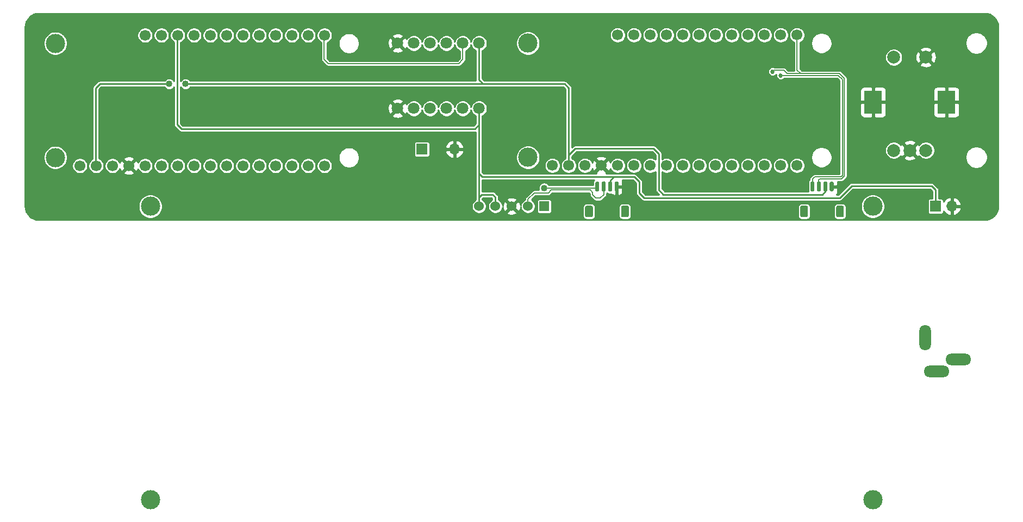
<source format=gbl>
G04 #@! TF.GenerationSoftware,KiCad,Pcbnew,(5.1.6-0-10_14)*
G04 #@! TF.CreationDate,2020-08-03T12:58:00-07:00*
G04 #@! TF.ProjectId,Clock_MiniM4_Pelican,436c6f63-6b5f-44d6-996e-694d345f5065,v02*
G04 #@! TF.SameCoordinates,Original*
G04 #@! TF.FileFunction,Copper,L2,Bot*
G04 #@! TF.FilePolarity,Positive*
%FSLAX46Y46*%
G04 Gerber Fmt 4.6, Leading zero omitted, Abs format (unit mm)*
G04 Created by KiCad (PCBNEW (5.1.6-0-10_14)) date 2020-08-03 12:58:00*
%MOMM*%
%LPD*%
G01*
G04 APERTURE LIST*
G04 #@! TA.AperFunction,WasherPad*
%ADD10C,3.000000*%
G04 #@! TD*
G04 #@! TA.AperFunction,ComponentPad*
%ADD11R,1.524000X1.524000*%
G04 #@! TD*
G04 #@! TA.AperFunction,ComponentPad*
%ADD12C,1.524000*%
G04 #@! TD*
G04 #@! TA.AperFunction,ComponentPad*
%ADD13O,4.000000X1.800000*%
G04 #@! TD*
G04 #@! TA.AperFunction,ComponentPad*
%ADD14O,1.800000X4.000000*%
G04 #@! TD*
G04 #@! TA.AperFunction,ComponentPad*
%ADD15C,1.800000*%
G04 #@! TD*
G04 #@! TA.AperFunction,ComponentPad*
%ADD16C,1.700000*%
G04 #@! TD*
G04 #@! TA.AperFunction,ComponentPad*
%ADD17C,3.000000*%
G04 #@! TD*
G04 #@! TA.AperFunction,ComponentPad*
%ADD18O,1.700000X1.700000*%
G04 #@! TD*
G04 #@! TA.AperFunction,ComponentPad*
%ADD19R,1.700000X1.700000*%
G04 #@! TD*
G04 #@! TA.AperFunction,ComponentPad*
%ADD20C,2.000000*%
G04 #@! TD*
G04 #@! TA.AperFunction,ComponentPad*
%ADD21R,2.800000X3.600000*%
G04 #@! TD*
G04 #@! TA.AperFunction,ViaPad*
%ADD22C,0.685800*%
G04 #@! TD*
G04 #@! TA.AperFunction,ViaPad*
%ADD23C,1.016000*%
G04 #@! TD*
G04 #@! TA.AperFunction,Conductor*
%ADD24C,0.152400*%
G04 #@! TD*
G04 #@! TA.AperFunction,Conductor*
%ADD25C,0.254000*%
G04 #@! TD*
G04 APERTURE END LIST*
D10*
X96139000Y-68580000D03*
X96139000Y-114300000D03*
X208661000Y-114300000D03*
X208661000Y-68580000D03*
D11*
X157480000Y-68580000D03*
D12*
X154940000Y-68580000D03*
X149860000Y-68580000D03*
X147320000Y-68580000D03*
X152400000Y-68580000D03*
D13*
X218600000Y-94300000D03*
X222000000Y-92400000D03*
D14*
X216800000Y-89000000D03*
D15*
X147320000Y-43180000D03*
X144780000Y-43180000D03*
X142240000Y-43180000D03*
X139700000Y-43180000D03*
X137160000Y-43180000D03*
X134620000Y-43180000D03*
X134620000Y-53340000D03*
X137160000Y-53340000D03*
X139700000Y-53340000D03*
X142240000Y-53340000D03*
X144780000Y-53340000D03*
X147320000Y-53340000D03*
D16*
X158750000Y-62230000D03*
X161290000Y-62230000D03*
X163830000Y-62230000D03*
X166370000Y-62230000D03*
X168910000Y-62230000D03*
X171450000Y-62230000D03*
X173990000Y-62230000D03*
X176530000Y-62230000D03*
X179070000Y-62230000D03*
X181610000Y-62230000D03*
X184150000Y-62230000D03*
X186690000Y-62230000D03*
X189230000Y-62230000D03*
X191770000Y-62230000D03*
X194310000Y-62230000D03*
X196850000Y-62230000D03*
X168910000Y-41910000D03*
X171450000Y-41910000D03*
X173990000Y-41910000D03*
X176530000Y-41910000D03*
X179070000Y-41910000D03*
X181610000Y-41910000D03*
X184150000Y-41910000D03*
X186690000Y-41910000D03*
X189230000Y-41910000D03*
X191770000Y-41910000D03*
X194310000Y-41910000D03*
X196850000Y-41910000D03*
D17*
X154940000Y-60960000D03*
X154940000Y-43180000D03*
D18*
X143510000Y-59690000D03*
D19*
X138430000Y-59690000D03*
D18*
X220980000Y-68580000D03*
D19*
X218440000Y-68580000D03*
D20*
X216915000Y-59870000D03*
X214415000Y-59870000D03*
X211915000Y-59870000D03*
X216915000Y-45370000D03*
X211915000Y-45370000D03*
D21*
X220115000Y-52370000D03*
X208715000Y-52370000D03*
D16*
X85150000Y-62260000D03*
X87690000Y-62260000D03*
X90230000Y-62260000D03*
X92770000Y-62260000D03*
X95310000Y-62260000D03*
X97850000Y-62260000D03*
X100390000Y-62260000D03*
X102930000Y-62260000D03*
X105470000Y-62260000D03*
X108010000Y-62260000D03*
X110550000Y-62260000D03*
X113090000Y-62260000D03*
X115630000Y-62260000D03*
X118170000Y-62260000D03*
X120710000Y-62260000D03*
X123250000Y-62260000D03*
X95310000Y-41940000D03*
X97850000Y-41940000D03*
X100390000Y-41940000D03*
X102930000Y-41940000D03*
X105470000Y-41940000D03*
X108010000Y-41940000D03*
X110550000Y-41940000D03*
X113090000Y-41940000D03*
X115630000Y-41940000D03*
X118170000Y-41940000D03*
X120710000Y-41940000D03*
X123250000Y-41940000D03*
D17*
X81340000Y-60990000D03*
X81340000Y-43210000D03*
G04 #@! TA.AperFunction,SMDPad,CuDef*
G36*
G01*
X202550000Y-64875000D02*
X202550000Y-66125000D01*
G75*
G02*
X202400000Y-66275000I-150000J0D01*
G01*
X202100000Y-66275000D01*
G75*
G02*
X201950000Y-66125000I0J150000D01*
G01*
X201950000Y-64875000D01*
G75*
G02*
X202100000Y-64725000I150000J0D01*
G01*
X202400000Y-64725000D01*
G75*
G02*
X202550000Y-64875000I0J-150000D01*
G01*
G37*
G04 #@! TD.AperFunction*
G04 #@! TA.AperFunction,SMDPad,CuDef*
G36*
G01*
X201550000Y-64875000D02*
X201550000Y-66125000D01*
G75*
G02*
X201400000Y-66275000I-150000J0D01*
G01*
X201100000Y-66275000D01*
G75*
G02*
X200950000Y-66125000I0J150000D01*
G01*
X200950000Y-64875000D01*
G75*
G02*
X201100000Y-64725000I150000J0D01*
G01*
X201400000Y-64725000D01*
G75*
G02*
X201550000Y-64875000I0J-150000D01*
G01*
G37*
G04 #@! TD.AperFunction*
G04 #@! TA.AperFunction,SMDPad,CuDef*
G36*
G01*
X200550000Y-64875000D02*
X200550000Y-66125000D01*
G75*
G02*
X200400000Y-66275000I-150000J0D01*
G01*
X200100000Y-66275000D01*
G75*
G02*
X199950000Y-66125000I0J150000D01*
G01*
X199950000Y-64875000D01*
G75*
G02*
X200100000Y-64725000I150000J0D01*
G01*
X200400000Y-64725000D01*
G75*
G02*
X200550000Y-64875000I0J-150000D01*
G01*
G37*
G04 #@! TD.AperFunction*
G04 #@! TA.AperFunction,SMDPad,CuDef*
G36*
G01*
X199550000Y-64875000D02*
X199550000Y-66125000D01*
G75*
G02*
X199400000Y-66275000I-150000J0D01*
G01*
X199100000Y-66275000D01*
G75*
G02*
X198950000Y-66125000I0J150000D01*
G01*
X198950000Y-64875000D01*
G75*
G02*
X199100000Y-64725000I150000J0D01*
G01*
X199400000Y-64725000D01*
G75*
G02*
X199550000Y-64875000I0J-150000D01*
G01*
G37*
G04 #@! TD.AperFunction*
G04 #@! TA.AperFunction,SMDPad,CuDef*
G36*
G01*
X204150000Y-68724999D02*
X204150000Y-70025001D01*
G75*
G02*
X203900001Y-70275000I-249999J0D01*
G01*
X203199999Y-70275000D01*
G75*
G02*
X202950000Y-70025001I0J249999D01*
G01*
X202950000Y-68724999D01*
G75*
G02*
X203199999Y-68475000I249999J0D01*
G01*
X203900001Y-68475000D01*
G75*
G02*
X204150000Y-68724999I0J-249999D01*
G01*
G37*
G04 #@! TD.AperFunction*
G04 #@! TA.AperFunction,SMDPad,CuDef*
G36*
G01*
X198550000Y-68724999D02*
X198550000Y-70025001D01*
G75*
G02*
X198300001Y-70275000I-249999J0D01*
G01*
X197599999Y-70275000D01*
G75*
G02*
X197350000Y-70025001I0J249999D01*
G01*
X197350000Y-68724999D01*
G75*
G02*
X197599999Y-68475000I249999J0D01*
G01*
X198300001Y-68475000D01*
G75*
G02*
X198550000Y-68724999I0J-249999D01*
G01*
G37*
G04 #@! TD.AperFunction*
G04 #@! TA.AperFunction,SMDPad,CuDef*
G36*
G01*
X165050000Y-68724999D02*
X165050000Y-70025001D01*
G75*
G02*
X164800001Y-70275000I-249999J0D01*
G01*
X164099999Y-70275000D01*
G75*
G02*
X163850000Y-70025001I0J249999D01*
G01*
X163850000Y-68724999D01*
G75*
G02*
X164099999Y-68475000I249999J0D01*
G01*
X164800001Y-68475000D01*
G75*
G02*
X165050000Y-68724999I0J-249999D01*
G01*
G37*
G04 #@! TD.AperFunction*
G04 #@! TA.AperFunction,SMDPad,CuDef*
G36*
G01*
X170650000Y-68724999D02*
X170650000Y-70025001D01*
G75*
G02*
X170400001Y-70275000I-249999J0D01*
G01*
X169699999Y-70275000D01*
G75*
G02*
X169450000Y-70025001I0J249999D01*
G01*
X169450000Y-68724999D01*
G75*
G02*
X169699999Y-68475000I249999J0D01*
G01*
X170400001Y-68475000D01*
G75*
G02*
X170650000Y-68724999I0J-249999D01*
G01*
G37*
G04 #@! TD.AperFunction*
G04 #@! TA.AperFunction,SMDPad,CuDef*
G36*
G01*
X166050000Y-64875000D02*
X166050000Y-66125000D01*
G75*
G02*
X165900000Y-66275000I-150000J0D01*
G01*
X165600000Y-66275000D01*
G75*
G02*
X165450000Y-66125000I0J150000D01*
G01*
X165450000Y-64875000D01*
G75*
G02*
X165600000Y-64725000I150000J0D01*
G01*
X165900000Y-64725000D01*
G75*
G02*
X166050000Y-64875000I0J-150000D01*
G01*
G37*
G04 #@! TD.AperFunction*
G04 #@! TA.AperFunction,SMDPad,CuDef*
G36*
G01*
X167050000Y-64875000D02*
X167050000Y-66125000D01*
G75*
G02*
X166900000Y-66275000I-150000J0D01*
G01*
X166600000Y-66275000D01*
G75*
G02*
X166450000Y-66125000I0J150000D01*
G01*
X166450000Y-64875000D01*
G75*
G02*
X166600000Y-64725000I150000J0D01*
G01*
X166900000Y-64725000D01*
G75*
G02*
X167050000Y-64875000I0J-150000D01*
G01*
G37*
G04 #@! TD.AperFunction*
G04 #@! TA.AperFunction,SMDPad,CuDef*
G36*
G01*
X168050000Y-64875000D02*
X168050000Y-66125000D01*
G75*
G02*
X167900000Y-66275000I-150000J0D01*
G01*
X167600000Y-66275000D01*
G75*
G02*
X167450000Y-66125000I0J150000D01*
G01*
X167450000Y-64875000D01*
G75*
G02*
X167600000Y-64725000I150000J0D01*
G01*
X167900000Y-64725000D01*
G75*
G02*
X168050000Y-64875000I0J-150000D01*
G01*
G37*
G04 #@! TD.AperFunction*
G04 #@! TA.AperFunction,SMDPad,CuDef*
G36*
G01*
X169050000Y-64875000D02*
X169050000Y-66125000D01*
G75*
G02*
X168900000Y-66275000I-150000J0D01*
G01*
X168600000Y-66275000D01*
G75*
G02*
X168450000Y-66125000I0J150000D01*
G01*
X168450000Y-64875000D01*
G75*
G02*
X168600000Y-64725000I150000J0D01*
G01*
X168900000Y-64725000D01*
G75*
G02*
X169050000Y-64875000I0J-150000D01*
G01*
G37*
G04 #@! TD.AperFunction*
D22*
X162560000Y-43180000D03*
X92710000Y-54610000D03*
X168910000Y-57150000D03*
X88900000Y-43180000D03*
X205105000Y-40640000D03*
X143510000Y-45085000D03*
X143750000Y-51750000D03*
X194310000Y-48190000D03*
X193040000Y-47600000D03*
D23*
X99060000Y-49530000D03*
X101600000Y-49530000D03*
X157475000Y-65725000D03*
D24*
X202250000Y-65500000D02*
X202250000Y-64750000D01*
X199604810Y-63995190D02*
X199250000Y-64350000D01*
X203673744Y-63995190D02*
X199604810Y-63995190D01*
X203900000Y-63768934D02*
X203673744Y-63995190D01*
X203900000Y-48800000D02*
X203900000Y-63768934D01*
X203290000Y-48190000D02*
X203900000Y-48800000D01*
X199250000Y-64350000D02*
X199250000Y-65500000D01*
X194310000Y-48190000D02*
X203290000Y-48190000D01*
X196850000Y-41910000D02*
X196850000Y-45720000D01*
X123190000Y-41910000D02*
X123190000Y-45720000D01*
X123190000Y-45720000D02*
X123825000Y-46355000D01*
X123825000Y-46355000D02*
X144145000Y-46355000D01*
X144780000Y-45720000D02*
X144780000Y-43180000D01*
X144145000Y-46355000D02*
X144780000Y-45720000D01*
X196850000Y-45720000D02*
X196850000Y-47350000D01*
X196850000Y-47350000D02*
X197385190Y-47885190D01*
X195300000Y-47885190D02*
X197385190Y-47885190D01*
X193040000Y-47600000D02*
X193040000Y-47560000D01*
X193040000Y-47560000D02*
X193200000Y-47400000D01*
X194814810Y-47400000D02*
X195300000Y-47885190D01*
X193200000Y-47400000D02*
X194814810Y-47400000D01*
X203416257Y-47885191D02*
X197385190Y-47885190D01*
X204204810Y-48673744D02*
X203416257Y-47885191D01*
X203800000Y-64300000D02*
X204204810Y-63895190D01*
X204204810Y-63895190D02*
X204204810Y-48673744D01*
X200400000Y-64300000D02*
X203800000Y-64300000D01*
X200250000Y-64450000D02*
X200400000Y-64300000D01*
X200250000Y-65500000D02*
X200250000Y-64450000D01*
D25*
X147320000Y-48895000D02*
X147955000Y-49530000D01*
X147320000Y-43180000D02*
X147320000Y-48895000D01*
X149225000Y-49530000D02*
X147955000Y-49530000D01*
X146933332Y-49530000D02*
X147955000Y-49530000D01*
X101600000Y-49530000D02*
X146933332Y-49530000D01*
X88265000Y-49530000D02*
X99060000Y-49530000D01*
X87630000Y-50165000D02*
X88265000Y-49530000D01*
X87630000Y-62230000D02*
X87630000Y-50165000D01*
X160655000Y-49530000D02*
X149225000Y-49530000D01*
X161290000Y-50165000D02*
X160655000Y-49530000D01*
X201250000Y-66275000D02*
X200783010Y-66741990D01*
X201250000Y-65500000D02*
X201250000Y-66275000D01*
X200783010Y-66741990D02*
X176041990Y-66741990D01*
X175298999Y-65998999D02*
X175298999Y-60401001D01*
X176041990Y-66741990D02*
X175298999Y-65998999D01*
X175298999Y-60401001D02*
X174497998Y-59600000D01*
X162300000Y-59600000D02*
X161290000Y-60610000D01*
X174497998Y-59600000D02*
X162300000Y-59600000D01*
X161290000Y-60610000D02*
X161290000Y-50165000D01*
X161290000Y-62230000D02*
X161290000Y-60610000D01*
X147320000Y-67310000D02*
X147320000Y-68580000D01*
X218440000Y-67310000D02*
X218440000Y-68580000D01*
X146685000Y-56515000D02*
X147320000Y-55880000D01*
X100330000Y-41910000D02*
X100330000Y-55880000D01*
X100330000Y-55880000D02*
X100965000Y-56515000D01*
X147320000Y-55880000D02*
X147320000Y-53340000D01*
X218440000Y-68580000D02*
X218440000Y-66040000D01*
X218440000Y-66040000D02*
X217805000Y-65405000D01*
X134485000Y-56515000D02*
X146685000Y-56515000D01*
X100965000Y-56515000D02*
X134485000Y-56515000D01*
X147320000Y-61180000D02*
X147320000Y-55880000D01*
X217805000Y-65405000D02*
X205345000Y-65405000D01*
X205345000Y-65405000D02*
X203500000Y-67250000D01*
X149860000Y-68580000D02*
X149860000Y-67140000D01*
X147762020Y-66737980D02*
X147320000Y-67180000D01*
X147320000Y-67180000D02*
X147320000Y-66040000D01*
X147320000Y-68580000D02*
X147320000Y-67180000D01*
X172250000Y-64750000D02*
X172250000Y-66500000D01*
X171500000Y-64000000D02*
X172250000Y-64750000D01*
X166750000Y-65500000D02*
X166750000Y-64750000D01*
X172250000Y-66500000D02*
X173000000Y-67250000D01*
X203500000Y-67250000D02*
X173000000Y-67250000D01*
X171500000Y-64000000D02*
X168300000Y-64000000D01*
X167750000Y-64550000D02*
X167750000Y-65500000D01*
X168300000Y-64000000D02*
X167750000Y-64550000D01*
X147840000Y-64000000D02*
X147320000Y-63480000D01*
X168300000Y-64000000D02*
X147840000Y-64000000D01*
X147320000Y-63480000D02*
X147320000Y-61180000D01*
X147320000Y-66040000D02*
X147320000Y-63480000D01*
X149457980Y-66737980D02*
X149860000Y-67140000D01*
X147762020Y-66737980D02*
X149457980Y-66737980D01*
D24*
X157480000Y-68580000D02*
X157480000Y-68020000D01*
X165525000Y-65725000D02*
X165750000Y-65500000D01*
X157475000Y-65725000D02*
X165525000Y-65725000D01*
X166750000Y-66750000D02*
X166750000Y-66550000D01*
X165500000Y-67300000D02*
X166200000Y-67300000D01*
X165000000Y-66800000D02*
X165500000Y-67300000D01*
X166750000Y-66550000D02*
X166750000Y-65500000D01*
X165000000Y-66400000D02*
X165000000Y-66800000D01*
X164629810Y-66029810D02*
X165000000Y-66400000D01*
X154940000Y-67460000D02*
X155900000Y-66500000D01*
X158100000Y-66500000D02*
X158570190Y-66029810D01*
X154940000Y-68580000D02*
X154940000Y-67460000D01*
X158570190Y-66029810D02*
X164629810Y-66029810D01*
X155900000Y-66500000D02*
X158100000Y-66500000D01*
X166200000Y-67300000D02*
X166750000Y-66750000D01*
D25*
G36*
X226469238Y-38573193D02*
G01*
X226862893Y-38692044D01*
X227225957Y-38885089D01*
X227544615Y-39144979D01*
X227806728Y-39461820D01*
X228002303Y-39823528D01*
X228123899Y-40216343D01*
X228169001Y-40645456D01*
X228169000Y-68558921D01*
X228126807Y-68989237D01*
X228007957Y-69382889D01*
X227814911Y-69745957D01*
X227555018Y-70064617D01*
X227238183Y-70326726D01*
X226876472Y-70522303D01*
X226483658Y-70643899D01*
X226054554Y-70689000D01*
X78761079Y-70689000D01*
X78330763Y-70646807D01*
X77937111Y-70527957D01*
X77574043Y-70334911D01*
X77255383Y-70075018D01*
X76993274Y-69758183D01*
X76797697Y-69396472D01*
X76676101Y-69003658D01*
X76631000Y-68574554D01*
X76631000Y-68394738D01*
X94258000Y-68394738D01*
X94258000Y-68765262D01*
X94330286Y-69128667D01*
X94472080Y-69470987D01*
X94677932Y-69779067D01*
X94939933Y-70041068D01*
X95248013Y-70246920D01*
X95590333Y-70388714D01*
X95953738Y-70461000D01*
X96324262Y-70461000D01*
X96687667Y-70388714D01*
X97029987Y-70246920D01*
X97338067Y-70041068D01*
X97600068Y-69779067D01*
X97805920Y-69470987D01*
X97947714Y-69128667D01*
X98020000Y-68765262D01*
X98020000Y-68394738D01*
X97947714Y-68031333D01*
X97805920Y-67689013D01*
X97600068Y-67380933D01*
X97338067Y-67118932D01*
X97029987Y-66913080D01*
X96687667Y-66771286D01*
X96324262Y-66699000D01*
X95953738Y-66699000D01*
X95590333Y-66771286D01*
X95248013Y-66913080D01*
X94939933Y-67118932D01*
X94677932Y-67380933D01*
X94472080Y-67689013D01*
X94330286Y-68031333D01*
X94258000Y-68394738D01*
X76631000Y-68394738D01*
X76631000Y-60804738D01*
X79459000Y-60804738D01*
X79459000Y-61175262D01*
X79531286Y-61538667D01*
X79673080Y-61880987D01*
X79878932Y-62189067D01*
X80140933Y-62451068D01*
X80449013Y-62656920D01*
X80791333Y-62798714D01*
X81154738Y-62871000D01*
X81525262Y-62871000D01*
X81888667Y-62798714D01*
X82230987Y-62656920D01*
X82539067Y-62451068D01*
X82801068Y-62189067D01*
X82834683Y-62138757D01*
X83919000Y-62138757D01*
X83919000Y-62381243D01*
X83966307Y-62619069D01*
X84059102Y-62843097D01*
X84193820Y-63044717D01*
X84365283Y-63216180D01*
X84566903Y-63350898D01*
X84790931Y-63443693D01*
X85028757Y-63491000D01*
X85271243Y-63491000D01*
X85509069Y-63443693D01*
X85733097Y-63350898D01*
X85934717Y-63216180D01*
X86106180Y-63044717D01*
X86240898Y-62843097D01*
X86333693Y-62619069D01*
X86381000Y-62381243D01*
X86381000Y-62138757D01*
X86459000Y-62138757D01*
X86459000Y-62381243D01*
X86506307Y-62619069D01*
X86599102Y-62843097D01*
X86733820Y-63044717D01*
X86905283Y-63216180D01*
X87106903Y-63350898D01*
X87330931Y-63443693D01*
X87568757Y-63491000D01*
X87811243Y-63491000D01*
X88049069Y-63443693D01*
X88273097Y-63350898D01*
X88474717Y-63216180D01*
X88646180Y-63044717D01*
X88780898Y-62843097D01*
X88873693Y-62619069D01*
X88921000Y-62381243D01*
X88921000Y-62138757D01*
X88999000Y-62138757D01*
X88999000Y-62381243D01*
X89046307Y-62619069D01*
X89139102Y-62843097D01*
X89273820Y-63044717D01*
X89445283Y-63216180D01*
X89646903Y-63350898D01*
X89870931Y-63443693D01*
X90108757Y-63491000D01*
X90351243Y-63491000D01*
X90589069Y-63443693D01*
X90813097Y-63350898D01*
X90906636Y-63288397D01*
X91921208Y-63288397D01*
X91998843Y-63537472D01*
X92262883Y-63663371D01*
X92546411Y-63735339D01*
X92838531Y-63750611D01*
X93128019Y-63708599D01*
X93403747Y-63610919D01*
X93541157Y-63537472D01*
X93618792Y-63288397D01*
X92770000Y-62439605D01*
X91921208Y-63288397D01*
X90906636Y-63288397D01*
X91014717Y-63216180D01*
X91186180Y-63044717D01*
X91320898Y-62843097D01*
X91364148Y-62738683D01*
X91419081Y-62893747D01*
X91492528Y-63031157D01*
X91741603Y-63108792D01*
X92590395Y-62260000D01*
X92949605Y-62260000D01*
X93798397Y-63108792D01*
X94047472Y-63031157D01*
X94173371Y-62767117D01*
X94178789Y-62745772D01*
X94219102Y-62843097D01*
X94353820Y-63044717D01*
X94525283Y-63216180D01*
X94726903Y-63350898D01*
X94950931Y-63443693D01*
X95188757Y-63491000D01*
X95431243Y-63491000D01*
X95669069Y-63443693D01*
X95893097Y-63350898D01*
X96094717Y-63216180D01*
X96266180Y-63044717D01*
X96400898Y-62843097D01*
X96493693Y-62619069D01*
X96541000Y-62381243D01*
X96541000Y-62138757D01*
X96619000Y-62138757D01*
X96619000Y-62381243D01*
X96666307Y-62619069D01*
X96759102Y-62843097D01*
X96893820Y-63044717D01*
X97065283Y-63216180D01*
X97266903Y-63350898D01*
X97490931Y-63443693D01*
X97728757Y-63491000D01*
X97971243Y-63491000D01*
X98209069Y-63443693D01*
X98433097Y-63350898D01*
X98634717Y-63216180D01*
X98806180Y-63044717D01*
X98940898Y-62843097D01*
X99033693Y-62619069D01*
X99081000Y-62381243D01*
X99081000Y-62138757D01*
X99159000Y-62138757D01*
X99159000Y-62381243D01*
X99206307Y-62619069D01*
X99299102Y-62843097D01*
X99433820Y-63044717D01*
X99605283Y-63216180D01*
X99806903Y-63350898D01*
X100030931Y-63443693D01*
X100268757Y-63491000D01*
X100511243Y-63491000D01*
X100749069Y-63443693D01*
X100973097Y-63350898D01*
X101174717Y-63216180D01*
X101346180Y-63044717D01*
X101480898Y-62843097D01*
X101573693Y-62619069D01*
X101621000Y-62381243D01*
X101621000Y-62138757D01*
X101699000Y-62138757D01*
X101699000Y-62381243D01*
X101746307Y-62619069D01*
X101839102Y-62843097D01*
X101973820Y-63044717D01*
X102145283Y-63216180D01*
X102346903Y-63350898D01*
X102570931Y-63443693D01*
X102808757Y-63491000D01*
X103051243Y-63491000D01*
X103289069Y-63443693D01*
X103513097Y-63350898D01*
X103714717Y-63216180D01*
X103886180Y-63044717D01*
X104020898Y-62843097D01*
X104113693Y-62619069D01*
X104161000Y-62381243D01*
X104161000Y-62138757D01*
X104239000Y-62138757D01*
X104239000Y-62381243D01*
X104286307Y-62619069D01*
X104379102Y-62843097D01*
X104513820Y-63044717D01*
X104685283Y-63216180D01*
X104886903Y-63350898D01*
X105110931Y-63443693D01*
X105348757Y-63491000D01*
X105591243Y-63491000D01*
X105829069Y-63443693D01*
X106053097Y-63350898D01*
X106254717Y-63216180D01*
X106426180Y-63044717D01*
X106560898Y-62843097D01*
X106653693Y-62619069D01*
X106701000Y-62381243D01*
X106701000Y-62138757D01*
X106779000Y-62138757D01*
X106779000Y-62381243D01*
X106826307Y-62619069D01*
X106919102Y-62843097D01*
X107053820Y-63044717D01*
X107225283Y-63216180D01*
X107426903Y-63350898D01*
X107650931Y-63443693D01*
X107888757Y-63491000D01*
X108131243Y-63491000D01*
X108369069Y-63443693D01*
X108593097Y-63350898D01*
X108794717Y-63216180D01*
X108966180Y-63044717D01*
X109100898Y-62843097D01*
X109193693Y-62619069D01*
X109241000Y-62381243D01*
X109241000Y-62138757D01*
X109319000Y-62138757D01*
X109319000Y-62381243D01*
X109366307Y-62619069D01*
X109459102Y-62843097D01*
X109593820Y-63044717D01*
X109765283Y-63216180D01*
X109966903Y-63350898D01*
X110190931Y-63443693D01*
X110428757Y-63491000D01*
X110671243Y-63491000D01*
X110909069Y-63443693D01*
X111133097Y-63350898D01*
X111334717Y-63216180D01*
X111506180Y-63044717D01*
X111640898Y-62843097D01*
X111733693Y-62619069D01*
X111781000Y-62381243D01*
X111781000Y-62138757D01*
X111859000Y-62138757D01*
X111859000Y-62381243D01*
X111906307Y-62619069D01*
X111999102Y-62843097D01*
X112133820Y-63044717D01*
X112305283Y-63216180D01*
X112506903Y-63350898D01*
X112730931Y-63443693D01*
X112968757Y-63491000D01*
X113211243Y-63491000D01*
X113449069Y-63443693D01*
X113673097Y-63350898D01*
X113874717Y-63216180D01*
X114046180Y-63044717D01*
X114180898Y-62843097D01*
X114273693Y-62619069D01*
X114321000Y-62381243D01*
X114321000Y-62138757D01*
X114399000Y-62138757D01*
X114399000Y-62381243D01*
X114446307Y-62619069D01*
X114539102Y-62843097D01*
X114673820Y-63044717D01*
X114845283Y-63216180D01*
X115046903Y-63350898D01*
X115270931Y-63443693D01*
X115508757Y-63491000D01*
X115751243Y-63491000D01*
X115989069Y-63443693D01*
X116213097Y-63350898D01*
X116414717Y-63216180D01*
X116586180Y-63044717D01*
X116720898Y-62843097D01*
X116813693Y-62619069D01*
X116861000Y-62381243D01*
X116861000Y-62138757D01*
X116939000Y-62138757D01*
X116939000Y-62381243D01*
X116986307Y-62619069D01*
X117079102Y-62843097D01*
X117213820Y-63044717D01*
X117385283Y-63216180D01*
X117586903Y-63350898D01*
X117810931Y-63443693D01*
X118048757Y-63491000D01*
X118291243Y-63491000D01*
X118529069Y-63443693D01*
X118753097Y-63350898D01*
X118954717Y-63216180D01*
X119126180Y-63044717D01*
X119260898Y-62843097D01*
X119353693Y-62619069D01*
X119401000Y-62381243D01*
X119401000Y-62138757D01*
X119479000Y-62138757D01*
X119479000Y-62381243D01*
X119526307Y-62619069D01*
X119619102Y-62843097D01*
X119753820Y-63044717D01*
X119925283Y-63216180D01*
X120126903Y-63350898D01*
X120350931Y-63443693D01*
X120588757Y-63491000D01*
X120831243Y-63491000D01*
X121069069Y-63443693D01*
X121293097Y-63350898D01*
X121494717Y-63216180D01*
X121666180Y-63044717D01*
X121800898Y-62843097D01*
X121893693Y-62619069D01*
X121941000Y-62381243D01*
X121941000Y-62138757D01*
X122019000Y-62138757D01*
X122019000Y-62381243D01*
X122066307Y-62619069D01*
X122159102Y-62843097D01*
X122293820Y-63044717D01*
X122465283Y-63216180D01*
X122666903Y-63350898D01*
X122890931Y-63443693D01*
X123128757Y-63491000D01*
X123371243Y-63491000D01*
X123609069Y-63443693D01*
X123833097Y-63350898D01*
X124034717Y-63216180D01*
X124206180Y-63044717D01*
X124340898Y-62843097D01*
X124433693Y-62619069D01*
X124481000Y-62381243D01*
X124481000Y-62138757D01*
X124433693Y-61900931D01*
X124340898Y-61676903D01*
X124206180Y-61475283D01*
X124034717Y-61303820D01*
X123833097Y-61169102D01*
X123609069Y-61076307D01*
X123371243Y-61029000D01*
X123128757Y-61029000D01*
X122890931Y-61076307D01*
X122666903Y-61169102D01*
X122465283Y-61303820D01*
X122293820Y-61475283D01*
X122159102Y-61676903D01*
X122066307Y-61900931D01*
X122019000Y-62138757D01*
X121941000Y-62138757D01*
X121893693Y-61900931D01*
X121800898Y-61676903D01*
X121666180Y-61475283D01*
X121494717Y-61303820D01*
X121293097Y-61169102D01*
X121069069Y-61076307D01*
X120831243Y-61029000D01*
X120588757Y-61029000D01*
X120350931Y-61076307D01*
X120126903Y-61169102D01*
X119925283Y-61303820D01*
X119753820Y-61475283D01*
X119619102Y-61676903D01*
X119526307Y-61900931D01*
X119479000Y-62138757D01*
X119401000Y-62138757D01*
X119353693Y-61900931D01*
X119260898Y-61676903D01*
X119126180Y-61475283D01*
X118954717Y-61303820D01*
X118753097Y-61169102D01*
X118529069Y-61076307D01*
X118291243Y-61029000D01*
X118048757Y-61029000D01*
X117810931Y-61076307D01*
X117586903Y-61169102D01*
X117385283Y-61303820D01*
X117213820Y-61475283D01*
X117079102Y-61676903D01*
X116986307Y-61900931D01*
X116939000Y-62138757D01*
X116861000Y-62138757D01*
X116813693Y-61900931D01*
X116720898Y-61676903D01*
X116586180Y-61475283D01*
X116414717Y-61303820D01*
X116213097Y-61169102D01*
X115989069Y-61076307D01*
X115751243Y-61029000D01*
X115508757Y-61029000D01*
X115270931Y-61076307D01*
X115046903Y-61169102D01*
X114845283Y-61303820D01*
X114673820Y-61475283D01*
X114539102Y-61676903D01*
X114446307Y-61900931D01*
X114399000Y-62138757D01*
X114321000Y-62138757D01*
X114273693Y-61900931D01*
X114180898Y-61676903D01*
X114046180Y-61475283D01*
X113874717Y-61303820D01*
X113673097Y-61169102D01*
X113449069Y-61076307D01*
X113211243Y-61029000D01*
X112968757Y-61029000D01*
X112730931Y-61076307D01*
X112506903Y-61169102D01*
X112305283Y-61303820D01*
X112133820Y-61475283D01*
X111999102Y-61676903D01*
X111906307Y-61900931D01*
X111859000Y-62138757D01*
X111781000Y-62138757D01*
X111733693Y-61900931D01*
X111640898Y-61676903D01*
X111506180Y-61475283D01*
X111334717Y-61303820D01*
X111133097Y-61169102D01*
X110909069Y-61076307D01*
X110671243Y-61029000D01*
X110428757Y-61029000D01*
X110190931Y-61076307D01*
X109966903Y-61169102D01*
X109765283Y-61303820D01*
X109593820Y-61475283D01*
X109459102Y-61676903D01*
X109366307Y-61900931D01*
X109319000Y-62138757D01*
X109241000Y-62138757D01*
X109193693Y-61900931D01*
X109100898Y-61676903D01*
X108966180Y-61475283D01*
X108794717Y-61303820D01*
X108593097Y-61169102D01*
X108369069Y-61076307D01*
X108131243Y-61029000D01*
X107888757Y-61029000D01*
X107650931Y-61076307D01*
X107426903Y-61169102D01*
X107225283Y-61303820D01*
X107053820Y-61475283D01*
X106919102Y-61676903D01*
X106826307Y-61900931D01*
X106779000Y-62138757D01*
X106701000Y-62138757D01*
X106653693Y-61900931D01*
X106560898Y-61676903D01*
X106426180Y-61475283D01*
X106254717Y-61303820D01*
X106053097Y-61169102D01*
X105829069Y-61076307D01*
X105591243Y-61029000D01*
X105348757Y-61029000D01*
X105110931Y-61076307D01*
X104886903Y-61169102D01*
X104685283Y-61303820D01*
X104513820Y-61475283D01*
X104379102Y-61676903D01*
X104286307Y-61900931D01*
X104239000Y-62138757D01*
X104161000Y-62138757D01*
X104113693Y-61900931D01*
X104020898Y-61676903D01*
X103886180Y-61475283D01*
X103714717Y-61303820D01*
X103513097Y-61169102D01*
X103289069Y-61076307D01*
X103051243Y-61029000D01*
X102808757Y-61029000D01*
X102570931Y-61076307D01*
X102346903Y-61169102D01*
X102145283Y-61303820D01*
X101973820Y-61475283D01*
X101839102Y-61676903D01*
X101746307Y-61900931D01*
X101699000Y-62138757D01*
X101621000Y-62138757D01*
X101573693Y-61900931D01*
X101480898Y-61676903D01*
X101346180Y-61475283D01*
X101174717Y-61303820D01*
X100973097Y-61169102D01*
X100749069Y-61076307D01*
X100511243Y-61029000D01*
X100268757Y-61029000D01*
X100030931Y-61076307D01*
X99806903Y-61169102D01*
X99605283Y-61303820D01*
X99433820Y-61475283D01*
X99299102Y-61676903D01*
X99206307Y-61900931D01*
X99159000Y-62138757D01*
X99081000Y-62138757D01*
X99033693Y-61900931D01*
X98940898Y-61676903D01*
X98806180Y-61475283D01*
X98634717Y-61303820D01*
X98433097Y-61169102D01*
X98209069Y-61076307D01*
X97971243Y-61029000D01*
X97728757Y-61029000D01*
X97490931Y-61076307D01*
X97266903Y-61169102D01*
X97065283Y-61303820D01*
X96893820Y-61475283D01*
X96759102Y-61676903D01*
X96666307Y-61900931D01*
X96619000Y-62138757D01*
X96541000Y-62138757D01*
X96493693Y-61900931D01*
X96400898Y-61676903D01*
X96266180Y-61475283D01*
X96094717Y-61303820D01*
X95893097Y-61169102D01*
X95669069Y-61076307D01*
X95431243Y-61029000D01*
X95188757Y-61029000D01*
X94950931Y-61076307D01*
X94726903Y-61169102D01*
X94525283Y-61303820D01*
X94353820Y-61475283D01*
X94219102Y-61676903D01*
X94175852Y-61781317D01*
X94120919Y-61626253D01*
X94047472Y-61488843D01*
X93798397Y-61411208D01*
X92949605Y-62260000D01*
X92590395Y-62260000D01*
X91741603Y-61411208D01*
X91492528Y-61488843D01*
X91366629Y-61752883D01*
X91361211Y-61774228D01*
X91320898Y-61676903D01*
X91186180Y-61475283D01*
X91014717Y-61303820D01*
X90906637Y-61231603D01*
X91921208Y-61231603D01*
X92770000Y-62080395D01*
X93618792Y-61231603D01*
X93541157Y-60982528D01*
X93277117Y-60856629D01*
X93169687Y-60829360D01*
X125429000Y-60829360D01*
X125429000Y-61150640D01*
X125491678Y-61465745D01*
X125614626Y-61762568D01*
X125793119Y-62029702D01*
X126020298Y-62256881D01*
X126287432Y-62435374D01*
X126584255Y-62558322D01*
X126899360Y-62621000D01*
X127220640Y-62621000D01*
X127535745Y-62558322D01*
X127832568Y-62435374D01*
X128099702Y-62256881D01*
X128326881Y-62029702D01*
X128505374Y-61762568D01*
X128628322Y-61465745D01*
X128691000Y-61150640D01*
X128691000Y-60829360D01*
X128628322Y-60514255D01*
X128505374Y-60217432D01*
X128326881Y-59950298D01*
X128099702Y-59723119D01*
X127832568Y-59544626D01*
X127535745Y-59421678D01*
X127220640Y-59359000D01*
X126899360Y-59359000D01*
X126584255Y-59421678D01*
X126287432Y-59544626D01*
X126020298Y-59723119D01*
X125793119Y-59950298D01*
X125614626Y-60217432D01*
X125491678Y-60514255D01*
X125429000Y-60829360D01*
X93169687Y-60829360D01*
X92993589Y-60784661D01*
X92701469Y-60769389D01*
X92411981Y-60811401D01*
X92136253Y-60909081D01*
X91998843Y-60982528D01*
X91921208Y-61231603D01*
X90906637Y-61231603D01*
X90813097Y-61169102D01*
X90589069Y-61076307D01*
X90351243Y-61029000D01*
X90108757Y-61029000D01*
X89870931Y-61076307D01*
X89646903Y-61169102D01*
X89445283Y-61303820D01*
X89273820Y-61475283D01*
X89139102Y-61676903D01*
X89046307Y-61900931D01*
X88999000Y-62138757D01*
X88921000Y-62138757D01*
X88873693Y-61900931D01*
X88780898Y-61676903D01*
X88646180Y-61475283D01*
X88474717Y-61303820D01*
X88273097Y-61169102D01*
X88138000Y-61113143D01*
X88138000Y-58840000D01*
X137197157Y-58840000D01*
X137197157Y-60540000D01*
X137204513Y-60614689D01*
X137226299Y-60686508D01*
X137261678Y-60752696D01*
X137309289Y-60810711D01*
X137367304Y-60858322D01*
X137433492Y-60893701D01*
X137505311Y-60915487D01*
X137580000Y-60922843D01*
X139280000Y-60922843D01*
X139354689Y-60915487D01*
X139426508Y-60893701D01*
X139492696Y-60858322D01*
X139550711Y-60810711D01*
X139598322Y-60752696D01*
X139633701Y-60686508D01*
X139655487Y-60614689D01*
X139662843Y-60540000D01*
X139662843Y-60046891D01*
X142068519Y-60046891D01*
X142165843Y-60321252D01*
X142314822Y-60571355D01*
X142509731Y-60787588D01*
X142743080Y-60961641D01*
X143005901Y-61086825D01*
X143153110Y-61131476D01*
X143383000Y-61010155D01*
X143383000Y-59817000D01*
X143637000Y-59817000D01*
X143637000Y-61010155D01*
X143866890Y-61131476D01*
X144014099Y-61086825D01*
X144276920Y-60961641D01*
X144510269Y-60787588D01*
X144705178Y-60571355D01*
X144854157Y-60321252D01*
X144951481Y-60046891D01*
X144830814Y-59817000D01*
X143637000Y-59817000D01*
X143383000Y-59817000D01*
X142189186Y-59817000D01*
X142068519Y-60046891D01*
X139662843Y-60046891D01*
X139662843Y-59333109D01*
X142068519Y-59333109D01*
X142189186Y-59563000D01*
X143383000Y-59563000D01*
X143383000Y-58369845D01*
X143637000Y-58369845D01*
X143637000Y-59563000D01*
X144830814Y-59563000D01*
X144951481Y-59333109D01*
X144854157Y-59058748D01*
X144705178Y-58808645D01*
X144510269Y-58592412D01*
X144276920Y-58418359D01*
X144014099Y-58293175D01*
X143866890Y-58248524D01*
X143637000Y-58369845D01*
X143383000Y-58369845D01*
X143153110Y-58248524D01*
X143005901Y-58293175D01*
X142743080Y-58418359D01*
X142509731Y-58592412D01*
X142314822Y-58808645D01*
X142165843Y-59058748D01*
X142068519Y-59333109D01*
X139662843Y-59333109D01*
X139662843Y-58840000D01*
X139655487Y-58765311D01*
X139633701Y-58693492D01*
X139598322Y-58627304D01*
X139550711Y-58569289D01*
X139492696Y-58521678D01*
X139426508Y-58486299D01*
X139354689Y-58464513D01*
X139280000Y-58457157D01*
X137580000Y-58457157D01*
X137505311Y-58464513D01*
X137433492Y-58486299D01*
X137367304Y-58521678D01*
X137309289Y-58569289D01*
X137261678Y-58627304D01*
X137226299Y-58693492D01*
X137204513Y-58765311D01*
X137197157Y-58840000D01*
X88138000Y-58840000D01*
X88138000Y-50375420D01*
X88475420Y-50038000D01*
X98330244Y-50038000D01*
X98369469Y-50096704D01*
X98493296Y-50220531D01*
X98638901Y-50317821D01*
X98800688Y-50384836D01*
X98972441Y-50419000D01*
X99147559Y-50419000D01*
X99319312Y-50384836D01*
X99481099Y-50317821D01*
X99626704Y-50220531D01*
X99750531Y-50096704D01*
X99822001Y-49989742D01*
X99822001Y-55855046D01*
X99819543Y-55880000D01*
X99828474Y-55970674D01*
X99829352Y-55979585D01*
X99839898Y-56014351D01*
X99858400Y-56075343D01*
X99905571Y-56163595D01*
X99953150Y-56221570D01*
X99969053Y-56240948D01*
X99988430Y-56256850D01*
X100588145Y-56856565D01*
X100604052Y-56875948D01*
X100681405Y-56939429D01*
X100769657Y-56986601D01*
X100865415Y-57015649D01*
X100940053Y-57023000D01*
X100940056Y-57023000D01*
X100965000Y-57025457D01*
X100989944Y-57023000D01*
X146660056Y-57023000D01*
X146685000Y-57025457D01*
X146709944Y-57023000D01*
X146709947Y-57023000D01*
X146784585Y-57015649D01*
X146812001Y-57007332D01*
X146812000Y-61204946D01*
X146812001Y-61204956D01*
X146812000Y-63455053D01*
X146809543Y-63480000D01*
X146812000Y-63504944D01*
X146812000Y-63504946D01*
X146812001Y-63504956D01*
X146812000Y-66064946D01*
X146812001Y-66064956D01*
X146812000Y-67155053D01*
X146809543Y-67180000D01*
X146812000Y-67204944D01*
X146812000Y-67204946D01*
X146812001Y-67204956D01*
X146812001Y-67285045D01*
X146812000Y-67285054D01*
X146812000Y-67553247D01*
X146778587Y-67567087D01*
X146591380Y-67692174D01*
X146432174Y-67851380D01*
X146307087Y-68038587D01*
X146220925Y-68246599D01*
X146177000Y-68467424D01*
X146177000Y-68692576D01*
X146220925Y-68913401D01*
X146307087Y-69121413D01*
X146432174Y-69308620D01*
X146591380Y-69467826D01*
X146778587Y-69592913D01*
X146986599Y-69679075D01*
X147207424Y-69723000D01*
X147432576Y-69723000D01*
X147653401Y-69679075D01*
X147861413Y-69592913D01*
X148048620Y-69467826D01*
X148207826Y-69308620D01*
X148332913Y-69121413D01*
X148419075Y-68913401D01*
X148463000Y-68692576D01*
X148463000Y-68467424D01*
X148419075Y-68246599D01*
X148332913Y-68038587D01*
X148207826Y-67851380D01*
X148048620Y-67692174D01*
X147861413Y-67567087D01*
X147828000Y-67553247D01*
X147828000Y-67390420D01*
X147972440Y-67245980D01*
X149247560Y-67245980D01*
X149352001Y-67350421D01*
X149352001Y-67553246D01*
X149318587Y-67567087D01*
X149131380Y-67692174D01*
X148972174Y-67851380D01*
X148847087Y-68038587D01*
X148760925Y-68246599D01*
X148717000Y-68467424D01*
X148717000Y-68692576D01*
X148760925Y-68913401D01*
X148847087Y-69121413D01*
X148972174Y-69308620D01*
X149131380Y-69467826D01*
X149318587Y-69592913D01*
X149526599Y-69679075D01*
X149747424Y-69723000D01*
X149972576Y-69723000D01*
X150193401Y-69679075D01*
X150401413Y-69592913D01*
X150472274Y-69545565D01*
X151614040Y-69545565D01*
X151681020Y-69785656D01*
X151930048Y-69902756D01*
X152197135Y-69969023D01*
X152472017Y-69981910D01*
X152744133Y-69940922D01*
X153003023Y-69847636D01*
X153118980Y-69785656D01*
X153185960Y-69545565D01*
X152400000Y-68759605D01*
X151614040Y-69545565D01*
X150472274Y-69545565D01*
X150588620Y-69467826D01*
X150747826Y-69308620D01*
X150872913Y-69121413D01*
X150959075Y-68913401D01*
X151003000Y-68692576D01*
X151003000Y-68684614D01*
X151039078Y-68924133D01*
X151132364Y-69183023D01*
X151194344Y-69298980D01*
X151434435Y-69365960D01*
X152220395Y-68580000D01*
X151434435Y-67794040D01*
X151194344Y-67861020D01*
X151077244Y-68110048D01*
X151010977Y-68377135D01*
X151003000Y-68547286D01*
X151003000Y-68467424D01*
X150959075Y-68246599D01*
X150872913Y-68038587D01*
X150747826Y-67851380D01*
X150588620Y-67692174D01*
X150472275Y-67614435D01*
X151614040Y-67614435D01*
X152400000Y-68400395D01*
X153185960Y-67614435D01*
X153118980Y-67374344D01*
X152869952Y-67257244D01*
X152602865Y-67190977D01*
X152327983Y-67178090D01*
X152055867Y-67219078D01*
X151796977Y-67312364D01*
X151681020Y-67374344D01*
X151614040Y-67614435D01*
X150472275Y-67614435D01*
X150401413Y-67567087D01*
X150368000Y-67553247D01*
X150368000Y-67164943D01*
X150370457Y-67139999D01*
X150366807Y-67102938D01*
X150360649Y-67040415D01*
X150331601Y-66944657D01*
X150321527Y-66925810D01*
X150284429Y-66856404D01*
X150236850Y-66798429D01*
X150220948Y-66779052D01*
X150201570Y-66763149D01*
X149834834Y-66396414D01*
X149818928Y-66377032D01*
X149741575Y-66313551D01*
X149653323Y-66266379D01*
X149557565Y-66237331D01*
X149482927Y-66229980D01*
X149482924Y-66229980D01*
X149457980Y-66227523D01*
X149433036Y-66229980D01*
X147828000Y-66229980D01*
X147828000Y-64509275D01*
X147839999Y-64510457D01*
X147864943Y-64508000D01*
X165215199Y-64508000D01*
X165156957Y-64578968D01*
X165107717Y-64671090D01*
X165077395Y-64771047D01*
X165067157Y-64875000D01*
X165067157Y-65267800D01*
X158238699Y-65267800D01*
X158165531Y-65158296D01*
X158041704Y-65034469D01*
X157896099Y-64937179D01*
X157734312Y-64870164D01*
X157562559Y-64836000D01*
X157387441Y-64836000D01*
X157215688Y-64870164D01*
X157053901Y-64937179D01*
X156908296Y-65034469D01*
X156784469Y-65158296D01*
X156687179Y-65303901D01*
X156620164Y-65465688D01*
X156586000Y-65637441D01*
X156586000Y-65812559D01*
X156620164Y-65984312D01*
X156644391Y-66042800D01*
X155922449Y-66042800D01*
X155899999Y-66040589D01*
X155877549Y-66042800D01*
X155877540Y-66042800D01*
X155810373Y-66049415D01*
X155724191Y-66075559D01*
X155644764Y-66118013D01*
X155575147Y-66175147D01*
X155560830Y-66192592D01*
X154632593Y-67120830D01*
X154615148Y-67135147D01*
X154600831Y-67152592D01*
X154600830Y-67152593D01*
X154558013Y-67204765D01*
X154532527Y-67252447D01*
X154515560Y-67284191D01*
X154489416Y-67370373D01*
X154483036Y-67435157D01*
X154480589Y-67460000D01*
X154482801Y-67482459D01*
X154482801Y-67532204D01*
X154398587Y-67567087D01*
X154211380Y-67692174D01*
X154052174Y-67851380D01*
X153927087Y-68038587D01*
X153840925Y-68246599D01*
X153797000Y-68467424D01*
X153797000Y-68475386D01*
X153760922Y-68235867D01*
X153667636Y-67976977D01*
X153605656Y-67861020D01*
X153365565Y-67794040D01*
X152579605Y-68580000D01*
X153365565Y-69365960D01*
X153605656Y-69298980D01*
X153722756Y-69049952D01*
X153789023Y-68782865D01*
X153797000Y-68612714D01*
X153797000Y-68692576D01*
X153840925Y-68913401D01*
X153927087Y-69121413D01*
X154052174Y-69308620D01*
X154211380Y-69467826D01*
X154398587Y-69592913D01*
X154606599Y-69679075D01*
X154827424Y-69723000D01*
X155052576Y-69723000D01*
X155273401Y-69679075D01*
X155481413Y-69592913D01*
X155668620Y-69467826D01*
X155827826Y-69308620D01*
X155952913Y-69121413D01*
X156039075Y-68913401D01*
X156083000Y-68692576D01*
X156083000Y-68467424D01*
X156039075Y-68246599D01*
X155952913Y-68038587D01*
X155827826Y-67851380D01*
X155794446Y-67818000D01*
X156335157Y-67818000D01*
X156335157Y-69342000D01*
X156342513Y-69416689D01*
X156364299Y-69488508D01*
X156399678Y-69554696D01*
X156447289Y-69612711D01*
X156505304Y-69660322D01*
X156571492Y-69695701D01*
X156643311Y-69717487D01*
X156718000Y-69724843D01*
X158242000Y-69724843D01*
X158316689Y-69717487D01*
X158388508Y-69695701D01*
X158454696Y-69660322D01*
X158512711Y-69612711D01*
X158560322Y-69554696D01*
X158595701Y-69488508D01*
X158617487Y-69416689D01*
X158624843Y-69342000D01*
X158624843Y-68724999D01*
X163467157Y-68724999D01*
X163467157Y-70025001D01*
X163479317Y-70148462D01*
X163515329Y-70267179D01*
X163573810Y-70376589D01*
X163652512Y-70472488D01*
X163748411Y-70551190D01*
X163857821Y-70609671D01*
X163976538Y-70645683D01*
X164099999Y-70657843D01*
X164800001Y-70657843D01*
X164923462Y-70645683D01*
X165042179Y-70609671D01*
X165151589Y-70551190D01*
X165247488Y-70472488D01*
X165326190Y-70376589D01*
X165384671Y-70267179D01*
X165420683Y-70148462D01*
X165432843Y-70025001D01*
X165432843Y-68724999D01*
X169067157Y-68724999D01*
X169067157Y-70025001D01*
X169079317Y-70148462D01*
X169115329Y-70267179D01*
X169173810Y-70376589D01*
X169252512Y-70472488D01*
X169348411Y-70551190D01*
X169457821Y-70609671D01*
X169576538Y-70645683D01*
X169699999Y-70657843D01*
X170400001Y-70657843D01*
X170523462Y-70645683D01*
X170642179Y-70609671D01*
X170751589Y-70551190D01*
X170847488Y-70472488D01*
X170926190Y-70376589D01*
X170984671Y-70267179D01*
X171020683Y-70148462D01*
X171032843Y-70025001D01*
X171032843Y-68724999D01*
X196967157Y-68724999D01*
X196967157Y-70025001D01*
X196979317Y-70148462D01*
X197015329Y-70267179D01*
X197073810Y-70376589D01*
X197152512Y-70472488D01*
X197248411Y-70551190D01*
X197357821Y-70609671D01*
X197476538Y-70645683D01*
X197599999Y-70657843D01*
X198300001Y-70657843D01*
X198423462Y-70645683D01*
X198542179Y-70609671D01*
X198651589Y-70551190D01*
X198747488Y-70472488D01*
X198826190Y-70376589D01*
X198884671Y-70267179D01*
X198920683Y-70148462D01*
X198932843Y-70025001D01*
X198932843Y-68724999D01*
X202567157Y-68724999D01*
X202567157Y-70025001D01*
X202579317Y-70148462D01*
X202615329Y-70267179D01*
X202673810Y-70376589D01*
X202752512Y-70472488D01*
X202848411Y-70551190D01*
X202957821Y-70609671D01*
X203076538Y-70645683D01*
X203199999Y-70657843D01*
X203900001Y-70657843D01*
X204023462Y-70645683D01*
X204142179Y-70609671D01*
X204251589Y-70551190D01*
X204347488Y-70472488D01*
X204426190Y-70376589D01*
X204484671Y-70267179D01*
X204520683Y-70148462D01*
X204532843Y-70025001D01*
X204532843Y-68724999D01*
X204520683Y-68601538D01*
X204484671Y-68482821D01*
X204437590Y-68394738D01*
X206780000Y-68394738D01*
X206780000Y-68765262D01*
X206852286Y-69128667D01*
X206994080Y-69470987D01*
X207199932Y-69779067D01*
X207461933Y-70041068D01*
X207770013Y-70246920D01*
X208112333Y-70388714D01*
X208475738Y-70461000D01*
X208846262Y-70461000D01*
X209209667Y-70388714D01*
X209551987Y-70246920D01*
X209860067Y-70041068D01*
X210122068Y-69779067D01*
X210327920Y-69470987D01*
X210469714Y-69128667D01*
X210542000Y-68765262D01*
X210542000Y-68394738D01*
X210469714Y-68031333D01*
X210327920Y-67689013D01*
X210122068Y-67380933D01*
X209860067Y-67118932D01*
X209551987Y-66913080D01*
X209209667Y-66771286D01*
X208846262Y-66699000D01*
X208475738Y-66699000D01*
X208112333Y-66771286D01*
X207770013Y-66913080D01*
X207461933Y-67118932D01*
X207199932Y-67380933D01*
X206994080Y-67689013D01*
X206852286Y-68031333D01*
X206780000Y-68394738D01*
X204437590Y-68394738D01*
X204426190Y-68373411D01*
X204347488Y-68277512D01*
X204251589Y-68198810D01*
X204142179Y-68140329D01*
X204023462Y-68104317D01*
X203900001Y-68092157D01*
X203199999Y-68092157D01*
X203076538Y-68104317D01*
X202957821Y-68140329D01*
X202848411Y-68198810D01*
X202752512Y-68277512D01*
X202673810Y-68373411D01*
X202615329Y-68482821D01*
X202579317Y-68601538D01*
X202567157Y-68724999D01*
X198932843Y-68724999D01*
X198920683Y-68601538D01*
X198884671Y-68482821D01*
X198826190Y-68373411D01*
X198747488Y-68277512D01*
X198651589Y-68198810D01*
X198542179Y-68140329D01*
X198423462Y-68104317D01*
X198300001Y-68092157D01*
X197599999Y-68092157D01*
X197476538Y-68104317D01*
X197357821Y-68140329D01*
X197248411Y-68198810D01*
X197152512Y-68277512D01*
X197073810Y-68373411D01*
X197015329Y-68482821D01*
X196979317Y-68601538D01*
X196967157Y-68724999D01*
X171032843Y-68724999D01*
X171020683Y-68601538D01*
X170984671Y-68482821D01*
X170926190Y-68373411D01*
X170847488Y-68277512D01*
X170751589Y-68198810D01*
X170642179Y-68140329D01*
X170523462Y-68104317D01*
X170400001Y-68092157D01*
X169699999Y-68092157D01*
X169576538Y-68104317D01*
X169457821Y-68140329D01*
X169348411Y-68198810D01*
X169252512Y-68277512D01*
X169173810Y-68373411D01*
X169115329Y-68482821D01*
X169079317Y-68601538D01*
X169067157Y-68724999D01*
X165432843Y-68724999D01*
X165420683Y-68601538D01*
X165384671Y-68482821D01*
X165326190Y-68373411D01*
X165247488Y-68277512D01*
X165151589Y-68198810D01*
X165042179Y-68140329D01*
X164923462Y-68104317D01*
X164800001Y-68092157D01*
X164099999Y-68092157D01*
X163976538Y-68104317D01*
X163857821Y-68140329D01*
X163748411Y-68198810D01*
X163652512Y-68277512D01*
X163573810Y-68373411D01*
X163515329Y-68482821D01*
X163479317Y-68601538D01*
X163467157Y-68724999D01*
X158624843Y-68724999D01*
X158624843Y-67818000D01*
X158617487Y-67743311D01*
X158595701Y-67671492D01*
X158560322Y-67605304D01*
X158512711Y-67547289D01*
X158454696Y-67499678D01*
X158388508Y-67464299D01*
X158316689Y-67442513D01*
X158242000Y-67435157D01*
X156718000Y-67435157D01*
X156643311Y-67442513D01*
X156571492Y-67464299D01*
X156505304Y-67499678D01*
X156447289Y-67547289D01*
X156399678Y-67605304D01*
X156364299Y-67671492D01*
X156342513Y-67743311D01*
X156335157Y-67818000D01*
X155794446Y-67818000D01*
X155668620Y-67692174D01*
X155481413Y-67567087D01*
X155480053Y-67566524D01*
X156089378Y-66957200D01*
X158077550Y-66957200D01*
X158100000Y-66959411D01*
X158122450Y-66957200D01*
X158122460Y-66957200D01*
X158189627Y-66950585D01*
X158275809Y-66924441D01*
X158355236Y-66881987D01*
X158424853Y-66824853D01*
X158439174Y-66807403D01*
X158759568Y-66487010D01*
X164440432Y-66487010D01*
X164542800Y-66589378D01*
X164542800Y-66777550D01*
X164540589Y-66800000D01*
X164542800Y-66822450D01*
X164542800Y-66822460D01*
X164549416Y-66889627D01*
X164562266Y-66931987D01*
X164575560Y-66975809D01*
X164618013Y-67055235D01*
X164657163Y-67102938D01*
X164675148Y-67124853D01*
X164692592Y-67139169D01*
X165160830Y-67607408D01*
X165175147Y-67624853D01*
X165192592Y-67639170D01*
X165244764Y-67681987D01*
X165324190Y-67724441D01*
X165342516Y-67730000D01*
X165410373Y-67750585D01*
X165477540Y-67757200D01*
X165477550Y-67757200D01*
X165500000Y-67759411D01*
X165522450Y-67757200D01*
X166177550Y-67757200D01*
X166200000Y-67759411D01*
X166222450Y-67757200D01*
X166222460Y-67757200D01*
X166289627Y-67750585D01*
X166375809Y-67724441D01*
X166455236Y-67681987D01*
X166524853Y-67624853D01*
X166539174Y-67607403D01*
X167057409Y-67089169D01*
X167074853Y-67074853D01*
X167089170Y-67057408D01*
X167131987Y-67005237D01*
X167161199Y-66950584D01*
X167174441Y-66925809D01*
X167200585Y-66839627D01*
X167207200Y-66772460D01*
X167207200Y-66772451D01*
X167209411Y-66750001D01*
X167207200Y-66727551D01*
X167207200Y-66558878D01*
X167250000Y-66523752D01*
X167303968Y-66568043D01*
X167396090Y-66617283D01*
X167496047Y-66647605D01*
X167600000Y-66657843D01*
X167900000Y-66657843D01*
X167939533Y-66653950D01*
X167998815Y-66726185D01*
X168095506Y-66805537D01*
X168205820Y-66864502D01*
X168325518Y-66900812D01*
X168450000Y-66913072D01*
X168464250Y-66910000D01*
X168623000Y-66751250D01*
X168623000Y-65627000D01*
X168877000Y-65627000D01*
X168877000Y-66751250D01*
X169035750Y-66910000D01*
X169050000Y-66913072D01*
X169174482Y-66900812D01*
X169294180Y-66864502D01*
X169404494Y-66805537D01*
X169501185Y-66726185D01*
X169580537Y-66629494D01*
X169639502Y-66519180D01*
X169675812Y-66399482D01*
X169688072Y-66275000D01*
X169685000Y-65785750D01*
X169526250Y-65627000D01*
X168877000Y-65627000D01*
X168623000Y-65627000D01*
X168603000Y-65627000D01*
X168603000Y-65373000D01*
X168623000Y-65373000D01*
X168623000Y-65353000D01*
X168877000Y-65353000D01*
X168877000Y-65373000D01*
X169526250Y-65373000D01*
X169685000Y-65214250D01*
X169688072Y-64725000D01*
X169675812Y-64600518D01*
X169647747Y-64508000D01*
X171289580Y-64508000D01*
X171742000Y-64960421D01*
X171742001Y-66475046D01*
X171739543Y-66500000D01*
X171744138Y-66546646D01*
X171749352Y-66599585D01*
X171767792Y-66660374D01*
X171778400Y-66695343D01*
X171825571Y-66783595D01*
X171873150Y-66841570D01*
X171889053Y-66860948D01*
X171908430Y-66876850D01*
X172623150Y-67591570D01*
X172639052Y-67610948D01*
X172658429Y-67626850D01*
X172716404Y-67674429D01*
X172792747Y-67715235D01*
X172804657Y-67721601D01*
X172900415Y-67750649D01*
X172975053Y-67758000D01*
X172975055Y-67758000D01*
X172999999Y-67760457D01*
X173024943Y-67758000D01*
X203475056Y-67758000D01*
X203500000Y-67760457D01*
X203524944Y-67758000D01*
X203524947Y-67758000D01*
X203599585Y-67750649D01*
X203695343Y-67721601D01*
X203783595Y-67674429D01*
X203860948Y-67610948D01*
X203876855Y-67591565D01*
X205555421Y-65913000D01*
X217594580Y-65913000D01*
X217932001Y-66250421D01*
X217932001Y-67285049D01*
X217932000Y-67285054D01*
X217932000Y-67347157D01*
X217590000Y-67347157D01*
X217515311Y-67354513D01*
X217443492Y-67376299D01*
X217377304Y-67411678D01*
X217319289Y-67459289D01*
X217271678Y-67517304D01*
X217236299Y-67583492D01*
X217214513Y-67655311D01*
X217207157Y-67730000D01*
X217207157Y-69430000D01*
X217214513Y-69504689D01*
X217236299Y-69576508D01*
X217271678Y-69642696D01*
X217319289Y-69700711D01*
X217377304Y-69748322D01*
X217443492Y-69783701D01*
X217515311Y-69805487D01*
X217590000Y-69812843D01*
X219290000Y-69812843D01*
X219364689Y-69805487D01*
X219436508Y-69783701D01*
X219502696Y-69748322D01*
X219560711Y-69700711D01*
X219608322Y-69642696D01*
X219643701Y-69576508D01*
X219665487Y-69504689D01*
X219672843Y-69430000D01*
X219672843Y-69273367D01*
X219784822Y-69461355D01*
X219979731Y-69677588D01*
X220213080Y-69851641D01*
X220475901Y-69976825D01*
X220623110Y-70021476D01*
X220853000Y-69900155D01*
X220853000Y-68707000D01*
X221107000Y-68707000D01*
X221107000Y-69900155D01*
X221336890Y-70021476D01*
X221484099Y-69976825D01*
X221746920Y-69851641D01*
X221980269Y-69677588D01*
X222175178Y-69461355D01*
X222324157Y-69211252D01*
X222421481Y-68936891D01*
X222300814Y-68707000D01*
X221107000Y-68707000D01*
X220853000Y-68707000D01*
X220833000Y-68707000D01*
X220833000Y-68453000D01*
X220853000Y-68453000D01*
X220853000Y-67259845D01*
X221107000Y-67259845D01*
X221107000Y-68453000D01*
X222300814Y-68453000D01*
X222421481Y-68223109D01*
X222324157Y-67948748D01*
X222175178Y-67698645D01*
X221980269Y-67482412D01*
X221746920Y-67308359D01*
X221484099Y-67183175D01*
X221336890Y-67138524D01*
X221107000Y-67259845D01*
X220853000Y-67259845D01*
X220623110Y-67138524D01*
X220475901Y-67183175D01*
X220213080Y-67308359D01*
X219979731Y-67482412D01*
X219784822Y-67698645D01*
X219672843Y-67886633D01*
X219672843Y-67730000D01*
X219665487Y-67655311D01*
X219643701Y-67583492D01*
X219608322Y-67517304D01*
X219560711Y-67459289D01*
X219502696Y-67411678D01*
X219436508Y-67376299D01*
X219364689Y-67354513D01*
X219290000Y-67347157D01*
X218948000Y-67347157D01*
X218948000Y-66064944D01*
X218950457Y-66040000D01*
X218946581Y-66000649D01*
X218940649Y-65940415D01*
X218911601Y-65844657D01*
X218864429Y-65756405D01*
X218800948Y-65679052D01*
X218781565Y-65663145D01*
X218181855Y-65063435D01*
X218165948Y-65044052D01*
X218088595Y-64980571D01*
X218000343Y-64933399D01*
X217904585Y-64904351D01*
X217829947Y-64897000D01*
X217829944Y-64897000D01*
X217805000Y-64894543D01*
X217780056Y-64897000D01*
X205369943Y-64897000D01*
X205344999Y-64894543D01*
X205320055Y-64897000D01*
X205320053Y-64897000D01*
X205245415Y-64904351D01*
X205149657Y-64933399D01*
X205127312Y-64945343D01*
X205061404Y-64980571D01*
X205050472Y-64989543D01*
X204984052Y-65044052D01*
X204968150Y-65063429D01*
X203289580Y-66742000D01*
X202981914Y-66742000D01*
X203001185Y-66726185D01*
X203080537Y-66629494D01*
X203139502Y-66519180D01*
X203175812Y-66399482D01*
X203188072Y-66275000D01*
X203185000Y-65785750D01*
X203026250Y-65627000D01*
X202377000Y-65627000D01*
X202377000Y-65647000D01*
X202123000Y-65647000D01*
X202123000Y-65627000D01*
X202103000Y-65627000D01*
X202103000Y-65373000D01*
X202123000Y-65373000D01*
X202123000Y-65353000D01*
X202377000Y-65353000D01*
X202377000Y-65373000D01*
X203026250Y-65373000D01*
X203185000Y-65214250D01*
X203187870Y-64757200D01*
X203777550Y-64757200D01*
X203800000Y-64759411D01*
X203822450Y-64757200D01*
X203822460Y-64757200D01*
X203889627Y-64750585D01*
X203975809Y-64724441D01*
X204055236Y-64681987D01*
X204124853Y-64624853D01*
X204139174Y-64607403D01*
X204512219Y-64234359D01*
X204529663Y-64220043D01*
X204586797Y-64150426D01*
X204629251Y-64070999D01*
X204655395Y-63984817D01*
X204662010Y-63917650D01*
X204662010Y-63917640D01*
X204664221Y-63895190D01*
X204662010Y-63872740D01*
X204662010Y-59733983D01*
X210534000Y-59733983D01*
X210534000Y-60006017D01*
X210587071Y-60272823D01*
X210691174Y-60524149D01*
X210842307Y-60750336D01*
X211034664Y-60942693D01*
X211260851Y-61093826D01*
X211512177Y-61197929D01*
X211778983Y-61251000D01*
X212051017Y-61251000D01*
X212317823Y-61197929D01*
X212569149Y-61093826D01*
X212701468Y-61005413D01*
X213459192Y-61005413D01*
X213554956Y-61269814D01*
X213844571Y-61410704D01*
X214156108Y-61492384D01*
X214477595Y-61511718D01*
X214796675Y-61467961D01*
X215101088Y-61362795D01*
X215275044Y-61269814D01*
X215370808Y-61005413D01*
X214415000Y-60049605D01*
X213459192Y-61005413D01*
X212701468Y-61005413D01*
X212795336Y-60942693D01*
X212987693Y-60750336D01*
X213008993Y-60718458D01*
X213015186Y-60730044D01*
X213279587Y-60825808D01*
X214235395Y-59870000D01*
X214594605Y-59870000D01*
X215550413Y-60825808D01*
X215814814Y-60730044D01*
X215820685Y-60717976D01*
X215842307Y-60750336D01*
X216034664Y-60942693D01*
X216260851Y-61093826D01*
X216512177Y-61197929D01*
X216778983Y-61251000D01*
X217051017Y-61251000D01*
X217317823Y-61197929D01*
X217569149Y-61093826D01*
X217795336Y-60942693D01*
X217948518Y-60789511D01*
X223059000Y-60789511D01*
X223059000Y-61130489D01*
X223125521Y-61464914D01*
X223256007Y-61779936D01*
X223445444Y-62063448D01*
X223686552Y-62304556D01*
X223970064Y-62493993D01*
X224285086Y-62624479D01*
X224619511Y-62691000D01*
X224960489Y-62691000D01*
X225294914Y-62624479D01*
X225609936Y-62493993D01*
X225893448Y-62304556D01*
X226134556Y-62063448D01*
X226323993Y-61779936D01*
X226454479Y-61464914D01*
X226521000Y-61130489D01*
X226521000Y-60789511D01*
X226454479Y-60455086D01*
X226323993Y-60140064D01*
X226134556Y-59856552D01*
X225893448Y-59615444D01*
X225609936Y-59426007D01*
X225294914Y-59295521D01*
X224960489Y-59229000D01*
X224619511Y-59229000D01*
X224285086Y-59295521D01*
X223970064Y-59426007D01*
X223686552Y-59615444D01*
X223445444Y-59856552D01*
X223256007Y-60140064D01*
X223125521Y-60455086D01*
X223059000Y-60789511D01*
X217948518Y-60789511D01*
X217987693Y-60750336D01*
X218138826Y-60524149D01*
X218242929Y-60272823D01*
X218296000Y-60006017D01*
X218296000Y-59733983D01*
X218242929Y-59467177D01*
X218138826Y-59215851D01*
X217987693Y-58989664D01*
X217795336Y-58797307D01*
X217569149Y-58646174D01*
X217317823Y-58542071D01*
X217051017Y-58489000D01*
X216778983Y-58489000D01*
X216512177Y-58542071D01*
X216260851Y-58646174D01*
X216034664Y-58797307D01*
X215842307Y-58989664D01*
X215821007Y-59021542D01*
X215814814Y-59009956D01*
X215550413Y-58914192D01*
X214594605Y-59870000D01*
X214235395Y-59870000D01*
X213279587Y-58914192D01*
X213015186Y-59009956D01*
X213009315Y-59022024D01*
X212987693Y-58989664D01*
X212795336Y-58797307D01*
X212701469Y-58734587D01*
X213459192Y-58734587D01*
X214415000Y-59690395D01*
X215370808Y-58734587D01*
X215275044Y-58470186D01*
X214985429Y-58329296D01*
X214673892Y-58247616D01*
X214352405Y-58228282D01*
X214033325Y-58272039D01*
X213728912Y-58377205D01*
X213554956Y-58470186D01*
X213459192Y-58734587D01*
X212701469Y-58734587D01*
X212569149Y-58646174D01*
X212317823Y-58542071D01*
X212051017Y-58489000D01*
X211778983Y-58489000D01*
X211512177Y-58542071D01*
X211260851Y-58646174D01*
X211034664Y-58797307D01*
X210842307Y-58989664D01*
X210691174Y-59215851D01*
X210587071Y-59467177D01*
X210534000Y-59733983D01*
X204662010Y-59733983D01*
X204662010Y-54170000D01*
X206676928Y-54170000D01*
X206689188Y-54294482D01*
X206725498Y-54414180D01*
X206784463Y-54524494D01*
X206863815Y-54621185D01*
X206960506Y-54700537D01*
X207070820Y-54759502D01*
X207190518Y-54795812D01*
X207315000Y-54808072D01*
X208429250Y-54805000D01*
X208588000Y-54646250D01*
X208588000Y-52497000D01*
X208842000Y-52497000D01*
X208842000Y-54646250D01*
X209000750Y-54805000D01*
X210115000Y-54808072D01*
X210239482Y-54795812D01*
X210359180Y-54759502D01*
X210469494Y-54700537D01*
X210566185Y-54621185D01*
X210645537Y-54524494D01*
X210704502Y-54414180D01*
X210740812Y-54294482D01*
X210753072Y-54170000D01*
X218076928Y-54170000D01*
X218089188Y-54294482D01*
X218125498Y-54414180D01*
X218184463Y-54524494D01*
X218263815Y-54621185D01*
X218360506Y-54700537D01*
X218470820Y-54759502D01*
X218590518Y-54795812D01*
X218715000Y-54808072D01*
X219829250Y-54805000D01*
X219988000Y-54646250D01*
X219988000Y-52497000D01*
X220242000Y-52497000D01*
X220242000Y-54646250D01*
X220400750Y-54805000D01*
X221515000Y-54808072D01*
X221639482Y-54795812D01*
X221759180Y-54759502D01*
X221869494Y-54700537D01*
X221966185Y-54621185D01*
X222045537Y-54524494D01*
X222104502Y-54414180D01*
X222140812Y-54294482D01*
X222153072Y-54170000D01*
X222150000Y-52655750D01*
X221991250Y-52497000D01*
X220242000Y-52497000D01*
X219988000Y-52497000D01*
X218238750Y-52497000D01*
X218080000Y-52655750D01*
X218076928Y-54170000D01*
X210753072Y-54170000D01*
X210750000Y-52655750D01*
X210591250Y-52497000D01*
X208842000Y-52497000D01*
X208588000Y-52497000D01*
X206838750Y-52497000D01*
X206680000Y-52655750D01*
X206676928Y-54170000D01*
X204662010Y-54170000D01*
X204662010Y-50570000D01*
X206676928Y-50570000D01*
X206680000Y-52084250D01*
X206838750Y-52243000D01*
X208588000Y-52243000D01*
X208588000Y-50093750D01*
X208842000Y-50093750D01*
X208842000Y-52243000D01*
X210591250Y-52243000D01*
X210750000Y-52084250D01*
X210753072Y-50570000D01*
X218076928Y-50570000D01*
X218080000Y-52084250D01*
X218238750Y-52243000D01*
X219988000Y-52243000D01*
X219988000Y-50093750D01*
X220242000Y-50093750D01*
X220242000Y-52243000D01*
X221991250Y-52243000D01*
X222150000Y-52084250D01*
X222153072Y-50570000D01*
X222140812Y-50445518D01*
X222104502Y-50325820D01*
X222045537Y-50215506D01*
X221966185Y-50118815D01*
X221869494Y-50039463D01*
X221759180Y-49980498D01*
X221639482Y-49944188D01*
X221515000Y-49931928D01*
X220400750Y-49935000D01*
X220242000Y-50093750D01*
X219988000Y-50093750D01*
X219829250Y-49935000D01*
X218715000Y-49931928D01*
X218590518Y-49944188D01*
X218470820Y-49980498D01*
X218360506Y-50039463D01*
X218263815Y-50118815D01*
X218184463Y-50215506D01*
X218125498Y-50325820D01*
X218089188Y-50445518D01*
X218076928Y-50570000D01*
X210753072Y-50570000D01*
X210740812Y-50445518D01*
X210704502Y-50325820D01*
X210645537Y-50215506D01*
X210566185Y-50118815D01*
X210469494Y-50039463D01*
X210359180Y-49980498D01*
X210239482Y-49944188D01*
X210115000Y-49931928D01*
X209000750Y-49935000D01*
X208842000Y-50093750D01*
X208588000Y-50093750D01*
X208429250Y-49935000D01*
X207315000Y-49931928D01*
X207190518Y-49944188D01*
X207070820Y-49980498D01*
X206960506Y-50039463D01*
X206863815Y-50118815D01*
X206784463Y-50215506D01*
X206725498Y-50325820D01*
X206689188Y-50445518D01*
X206676928Y-50570000D01*
X204662010Y-50570000D01*
X204662010Y-48696193D01*
X204664221Y-48673743D01*
X204662010Y-48651293D01*
X204662010Y-48651284D01*
X204655395Y-48584117D01*
X204629251Y-48497935D01*
X204589412Y-48423400D01*
X204586797Y-48418507D01*
X204543980Y-48366336D01*
X204529663Y-48348891D01*
X204512218Y-48334574D01*
X203755425Y-47577782D01*
X203741110Y-47560339D01*
X203671493Y-47503205D01*
X203671494Y-47503205D01*
X203671492Y-47503204D01*
X203592066Y-47460751D01*
X203592059Y-47460749D01*
X203505884Y-47434607D01*
X203438717Y-47427992D01*
X203416257Y-47425780D01*
X203393797Y-47427992D01*
X197574568Y-47427990D01*
X197307200Y-47160623D01*
X197307200Y-45233983D01*
X210534000Y-45233983D01*
X210534000Y-45506017D01*
X210587071Y-45772823D01*
X210691174Y-46024149D01*
X210842307Y-46250336D01*
X211034664Y-46442693D01*
X211260851Y-46593826D01*
X211512177Y-46697929D01*
X211778983Y-46751000D01*
X212051017Y-46751000D01*
X212317823Y-46697929D01*
X212569149Y-46593826D01*
X212701468Y-46505413D01*
X215959192Y-46505413D01*
X216054956Y-46769814D01*
X216344571Y-46910704D01*
X216656108Y-46992384D01*
X216977595Y-47011718D01*
X217296675Y-46967961D01*
X217601088Y-46862795D01*
X217775044Y-46769814D01*
X217870808Y-46505413D01*
X216915000Y-45549605D01*
X215959192Y-46505413D01*
X212701468Y-46505413D01*
X212795336Y-46442693D01*
X212987693Y-46250336D01*
X213138826Y-46024149D01*
X213242929Y-45772823D01*
X213296000Y-45506017D01*
X213296000Y-45432595D01*
X215273282Y-45432595D01*
X215317039Y-45751675D01*
X215422205Y-46056088D01*
X215515186Y-46230044D01*
X215779587Y-46325808D01*
X216735395Y-45370000D01*
X217094605Y-45370000D01*
X218050413Y-46325808D01*
X218314814Y-46230044D01*
X218455704Y-45940429D01*
X218537384Y-45628892D01*
X218556718Y-45307405D01*
X218512961Y-44988325D01*
X218407795Y-44683912D01*
X218314814Y-44509956D01*
X218050413Y-44414192D01*
X217094605Y-45370000D01*
X216735395Y-45370000D01*
X215779587Y-44414192D01*
X215515186Y-44509956D01*
X215374296Y-44799571D01*
X215292616Y-45111108D01*
X215273282Y-45432595D01*
X213296000Y-45432595D01*
X213296000Y-45233983D01*
X213242929Y-44967177D01*
X213138826Y-44715851D01*
X212987693Y-44489664D01*
X212795336Y-44297307D01*
X212701469Y-44234587D01*
X215959192Y-44234587D01*
X216915000Y-45190395D01*
X217870808Y-44234587D01*
X217775044Y-43970186D01*
X217485429Y-43829296D01*
X217173892Y-43747616D01*
X216852405Y-43728282D01*
X216533325Y-43772039D01*
X216228912Y-43877205D01*
X216054956Y-43970186D01*
X215959192Y-44234587D01*
X212701469Y-44234587D01*
X212569149Y-44146174D01*
X212317823Y-44042071D01*
X212051017Y-43989000D01*
X211778983Y-43989000D01*
X211512177Y-44042071D01*
X211260851Y-44146174D01*
X211034664Y-44297307D01*
X210842307Y-44489664D01*
X210691174Y-44715851D01*
X210587071Y-44967177D01*
X210534000Y-45233983D01*
X197307200Y-45233983D01*
X197307200Y-43053046D01*
X197388525Y-43019360D01*
X199029000Y-43019360D01*
X199029000Y-43340640D01*
X199091678Y-43655745D01*
X199214626Y-43952568D01*
X199393119Y-44219702D01*
X199620298Y-44446881D01*
X199887432Y-44625374D01*
X200184255Y-44748322D01*
X200499360Y-44811000D01*
X200820640Y-44811000D01*
X201135745Y-44748322D01*
X201432568Y-44625374D01*
X201699702Y-44446881D01*
X201926881Y-44219702D01*
X202105374Y-43952568D01*
X202228322Y-43655745D01*
X202291000Y-43340640D01*
X202291000Y-43019360D01*
X202289041Y-43009511D01*
X223059000Y-43009511D01*
X223059000Y-43350489D01*
X223125521Y-43684914D01*
X223256007Y-43999936D01*
X223445444Y-44283448D01*
X223686552Y-44524556D01*
X223970064Y-44713993D01*
X224285086Y-44844479D01*
X224619511Y-44911000D01*
X224960489Y-44911000D01*
X225294914Y-44844479D01*
X225609936Y-44713993D01*
X225893448Y-44524556D01*
X226134556Y-44283448D01*
X226323993Y-43999936D01*
X226454479Y-43684914D01*
X226521000Y-43350489D01*
X226521000Y-43009511D01*
X226454479Y-42675086D01*
X226323993Y-42360064D01*
X226134556Y-42076552D01*
X225893448Y-41835444D01*
X225609936Y-41646007D01*
X225294914Y-41515521D01*
X224960489Y-41449000D01*
X224619511Y-41449000D01*
X224285086Y-41515521D01*
X223970064Y-41646007D01*
X223686552Y-41835444D01*
X223445444Y-42076552D01*
X223256007Y-42360064D01*
X223125521Y-42675086D01*
X223059000Y-43009511D01*
X202289041Y-43009511D01*
X202228322Y-42704255D01*
X202105374Y-42407432D01*
X201926881Y-42140298D01*
X201699702Y-41913119D01*
X201432568Y-41734626D01*
X201135745Y-41611678D01*
X200820640Y-41549000D01*
X200499360Y-41549000D01*
X200184255Y-41611678D01*
X199887432Y-41734626D01*
X199620298Y-41913119D01*
X199393119Y-42140298D01*
X199214626Y-42407432D01*
X199091678Y-42704255D01*
X199029000Y-43019360D01*
X197388525Y-43019360D01*
X197433097Y-43000898D01*
X197634717Y-42866180D01*
X197806180Y-42694717D01*
X197940898Y-42493097D01*
X198033693Y-42269069D01*
X198081000Y-42031243D01*
X198081000Y-41788757D01*
X198033693Y-41550931D01*
X197940898Y-41326903D01*
X197806180Y-41125283D01*
X197634717Y-40953820D01*
X197433097Y-40819102D01*
X197209069Y-40726307D01*
X196971243Y-40679000D01*
X196728757Y-40679000D01*
X196490931Y-40726307D01*
X196266903Y-40819102D01*
X196065283Y-40953820D01*
X195893820Y-41125283D01*
X195759102Y-41326903D01*
X195666307Y-41550931D01*
X195619000Y-41788757D01*
X195619000Y-42031243D01*
X195666307Y-42269069D01*
X195759102Y-42493097D01*
X195893820Y-42694717D01*
X196065283Y-42866180D01*
X196266903Y-43000898D01*
X196392800Y-43053046D01*
X196392801Y-45697531D01*
X196392800Y-45697541D01*
X196392801Y-47327540D01*
X196390589Y-47350000D01*
X196392801Y-47372460D01*
X196398270Y-47427990D01*
X195489378Y-47427990D01*
X195153984Y-47092597D01*
X195139663Y-47075147D01*
X195070046Y-47018013D01*
X194990619Y-46975559D01*
X194904437Y-46949415D01*
X194837270Y-46942800D01*
X194837260Y-46942800D01*
X194814810Y-46940589D01*
X194792360Y-46942800D01*
X193345021Y-46942800D01*
X193251154Y-46903919D01*
X193111298Y-46876100D01*
X192968702Y-46876100D01*
X192828846Y-46903919D01*
X192697105Y-46958488D01*
X192578540Y-47037710D01*
X192477710Y-47138540D01*
X192398488Y-47257105D01*
X192343919Y-47388846D01*
X192316100Y-47528702D01*
X192316100Y-47671298D01*
X192343919Y-47811154D01*
X192398488Y-47942895D01*
X192477710Y-48061460D01*
X192578540Y-48162290D01*
X192697105Y-48241512D01*
X192828846Y-48296081D01*
X192968702Y-48323900D01*
X193111298Y-48323900D01*
X193251154Y-48296081D01*
X193382895Y-48241512D01*
X193501460Y-48162290D01*
X193596293Y-48067457D01*
X193586100Y-48118702D01*
X193586100Y-48261298D01*
X193613919Y-48401154D01*
X193668488Y-48532895D01*
X193747710Y-48651460D01*
X193848540Y-48752290D01*
X193967105Y-48831512D01*
X194098846Y-48886081D01*
X194238702Y-48913900D01*
X194381298Y-48913900D01*
X194521154Y-48886081D01*
X194652895Y-48831512D01*
X194771460Y-48752290D01*
X194872290Y-48651460D01*
X194875136Y-48647200D01*
X203100623Y-48647200D01*
X203442800Y-48989378D01*
X203442801Y-63537990D01*
X199627259Y-63537990D01*
X199604809Y-63535779D01*
X199582359Y-63537990D01*
X199582350Y-63537990D01*
X199515183Y-63544605D01*
X199429001Y-63570749D01*
X199349574Y-63613203D01*
X199279957Y-63670337D01*
X199265640Y-63687782D01*
X198942597Y-64010826D01*
X198925147Y-64025147D01*
X198868013Y-64094765D01*
X198825559Y-64174192D01*
X198799415Y-64260374D01*
X198792800Y-64327541D01*
X198792800Y-64327550D01*
X198790589Y-64350000D01*
X198792800Y-64372450D01*
X198792800Y-64441122D01*
X198723223Y-64498223D01*
X198656957Y-64578968D01*
X198607717Y-64671090D01*
X198577395Y-64771047D01*
X198567157Y-64875000D01*
X198567157Y-66125000D01*
X198577395Y-66228953D01*
X198578923Y-66233990D01*
X176252411Y-66233990D01*
X175806999Y-65788579D01*
X175806999Y-63227417D01*
X175946903Y-63320898D01*
X176170931Y-63413693D01*
X176408757Y-63461000D01*
X176651243Y-63461000D01*
X176889069Y-63413693D01*
X177113097Y-63320898D01*
X177314717Y-63186180D01*
X177486180Y-63014717D01*
X177620898Y-62813097D01*
X177713693Y-62589069D01*
X177761000Y-62351243D01*
X177761000Y-62108757D01*
X177839000Y-62108757D01*
X177839000Y-62351243D01*
X177886307Y-62589069D01*
X177979102Y-62813097D01*
X178113820Y-63014717D01*
X178285283Y-63186180D01*
X178486903Y-63320898D01*
X178710931Y-63413693D01*
X178948757Y-63461000D01*
X179191243Y-63461000D01*
X179429069Y-63413693D01*
X179653097Y-63320898D01*
X179854717Y-63186180D01*
X180026180Y-63014717D01*
X180160898Y-62813097D01*
X180253693Y-62589069D01*
X180301000Y-62351243D01*
X180301000Y-62108757D01*
X180379000Y-62108757D01*
X180379000Y-62351243D01*
X180426307Y-62589069D01*
X180519102Y-62813097D01*
X180653820Y-63014717D01*
X180825283Y-63186180D01*
X181026903Y-63320898D01*
X181250931Y-63413693D01*
X181488757Y-63461000D01*
X181731243Y-63461000D01*
X181969069Y-63413693D01*
X182193097Y-63320898D01*
X182394717Y-63186180D01*
X182566180Y-63014717D01*
X182700898Y-62813097D01*
X182793693Y-62589069D01*
X182841000Y-62351243D01*
X182841000Y-62108757D01*
X182919000Y-62108757D01*
X182919000Y-62351243D01*
X182966307Y-62589069D01*
X183059102Y-62813097D01*
X183193820Y-63014717D01*
X183365283Y-63186180D01*
X183566903Y-63320898D01*
X183790931Y-63413693D01*
X184028757Y-63461000D01*
X184271243Y-63461000D01*
X184509069Y-63413693D01*
X184733097Y-63320898D01*
X184934717Y-63186180D01*
X185106180Y-63014717D01*
X185240898Y-62813097D01*
X185333693Y-62589069D01*
X185381000Y-62351243D01*
X185381000Y-62108757D01*
X185459000Y-62108757D01*
X185459000Y-62351243D01*
X185506307Y-62589069D01*
X185599102Y-62813097D01*
X185733820Y-63014717D01*
X185905283Y-63186180D01*
X186106903Y-63320898D01*
X186330931Y-63413693D01*
X186568757Y-63461000D01*
X186811243Y-63461000D01*
X187049069Y-63413693D01*
X187273097Y-63320898D01*
X187474717Y-63186180D01*
X187646180Y-63014717D01*
X187780898Y-62813097D01*
X187873693Y-62589069D01*
X187921000Y-62351243D01*
X187921000Y-62108757D01*
X187999000Y-62108757D01*
X187999000Y-62351243D01*
X188046307Y-62589069D01*
X188139102Y-62813097D01*
X188273820Y-63014717D01*
X188445283Y-63186180D01*
X188646903Y-63320898D01*
X188870931Y-63413693D01*
X189108757Y-63461000D01*
X189351243Y-63461000D01*
X189589069Y-63413693D01*
X189813097Y-63320898D01*
X190014717Y-63186180D01*
X190186180Y-63014717D01*
X190320898Y-62813097D01*
X190413693Y-62589069D01*
X190461000Y-62351243D01*
X190461000Y-62108757D01*
X190539000Y-62108757D01*
X190539000Y-62351243D01*
X190586307Y-62589069D01*
X190679102Y-62813097D01*
X190813820Y-63014717D01*
X190985283Y-63186180D01*
X191186903Y-63320898D01*
X191410931Y-63413693D01*
X191648757Y-63461000D01*
X191891243Y-63461000D01*
X192129069Y-63413693D01*
X192353097Y-63320898D01*
X192554717Y-63186180D01*
X192726180Y-63014717D01*
X192860898Y-62813097D01*
X192953693Y-62589069D01*
X193001000Y-62351243D01*
X193001000Y-62108757D01*
X193079000Y-62108757D01*
X193079000Y-62351243D01*
X193126307Y-62589069D01*
X193219102Y-62813097D01*
X193353820Y-63014717D01*
X193525283Y-63186180D01*
X193726903Y-63320898D01*
X193950931Y-63413693D01*
X194188757Y-63461000D01*
X194431243Y-63461000D01*
X194669069Y-63413693D01*
X194893097Y-63320898D01*
X195094717Y-63186180D01*
X195266180Y-63014717D01*
X195400898Y-62813097D01*
X195493693Y-62589069D01*
X195541000Y-62351243D01*
X195541000Y-62108757D01*
X195619000Y-62108757D01*
X195619000Y-62351243D01*
X195666307Y-62589069D01*
X195759102Y-62813097D01*
X195893820Y-63014717D01*
X196065283Y-63186180D01*
X196266903Y-63320898D01*
X196490931Y-63413693D01*
X196728757Y-63461000D01*
X196971243Y-63461000D01*
X197209069Y-63413693D01*
X197433097Y-63320898D01*
X197634717Y-63186180D01*
X197806180Y-63014717D01*
X197940898Y-62813097D01*
X198033693Y-62589069D01*
X198081000Y-62351243D01*
X198081000Y-62108757D01*
X198033693Y-61870931D01*
X197940898Y-61646903D01*
X197806180Y-61445283D01*
X197634717Y-61273820D01*
X197433097Y-61139102D01*
X197209069Y-61046307D01*
X196971243Y-60999000D01*
X196728757Y-60999000D01*
X196490931Y-61046307D01*
X196266903Y-61139102D01*
X196065283Y-61273820D01*
X195893820Y-61445283D01*
X195759102Y-61646903D01*
X195666307Y-61870931D01*
X195619000Y-62108757D01*
X195541000Y-62108757D01*
X195493693Y-61870931D01*
X195400898Y-61646903D01*
X195266180Y-61445283D01*
X195094717Y-61273820D01*
X194893097Y-61139102D01*
X194669069Y-61046307D01*
X194431243Y-60999000D01*
X194188757Y-60999000D01*
X193950931Y-61046307D01*
X193726903Y-61139102D01*
X193525283Y-61273820D01*
X193353820Y-61445283D01*
X193219102Y-61646903D01*
X193126307Y-61870931D01*
X193079000Y-62108757D01*
X193001000Y-62108757D01*
X192953693Y-61870931D01*
X192860898Y-61646903D01*
X192726180Y-61445283D01*
X192554717Y-61273820D01*
X192353097Y-61139102D01*
X192129069Y-61046307D01*
X191891243Y-60999000D01*
X191648757Y-60999000D01*
X191410931Y-61046307D01*
X191186903Y-61139102D01*
X190985283Y-61273820D01*
X190813820Y-61445283D01*
X190679102Y-61646903D01*
X190586307Y-61870931D01*
X190539000Y-62108757D01*
X190461000Y-62108757D01*
X190413693Y-61870931D01*
X190320898Y-61646903D01*
X190186180Y-61445283D01*
X190014717Y-61273820D01*
X189813097Y-61139102D01*
X189589069Y-61046307D01*
X189351243Y-60999000D01*
X189108757Y-60999000D01*
X188870931Y-61046307D01*
X188646903Y-61139102D01*
X188445283Y-61273820D01*
X188273820Y-61445283D01*
X188139102Y-61646903D01*
X188046307Y-61870931D01*
X187999000Y-62108757D01*
X187921000Y-62108757D01*
X187873693Y-61870931D01*
X187780898Y-61646903D01*
X187646180Y-61445283D01*
X187474717Y-61273820D01*
X187273097Y-61139102D01*
X187049069Y-61046307D01*
X186811243Y-60999000D01*
X186568757Y-60999000D01*
X186330931Y-61046307D01*
X186106903Y-61139102D01*
X185905283Y-61273820D01*
X185733820Y-61445283D01*
X185599102Y-61646903D01*
X185506307Y-61870931D01*
X185459000Y-62108757D01*
X185381000Y-62108757D01*
X185333693Y-61870931D01*
X185240898Y-61646903D01*
X185106180Y-61445283D01*
X184934717Y-61273820D01*
X184733097Y-61139102D01*
X184509069Y-61046307D01*
X184271243Y-60999000D01*
X184028757Y-60999000D01*
X183790931Y-61046307D01*
X183566903Y-61139102D01*
X183365283Y-61273820D01*
X183193820Y-61445283D01*
X183059102Y-61646903D01*
X182966307Y-61870931D01*
X182919000Y-62108757D01*
X182841000Y-62108757D01*
X182793693Y-61870931D01*
X182700898Y-61646903D01*
X182566180Y-61445283D01*
X182394717Y-61273820D01*
X182193097Y-61139102D01*
X181969069Y-61046307D01*
X181731243Y-60999000D01*
X181488757Y-60999000D01*
X181250931Y-61046307D01*
X181026903Y-61139102D01*
X180825283Y-61273820D01*
X180653820Y-61445283D01*
X180519102Y-61646903D01*
X180426307Y-61870931D01*
X180379000Y-62108757D01*
X180301000Y-62108757D01*
X180253693Y-61870931D01*
X180160898Y-61646903D01*
X180026180Y-61445283D01*
X179854717Y-61273820D01*
X179653097Y-61139102D01*
X179429069Y-61046307D01*
X179191243Y-60999000D01*
X178948757Y-60999000D01*
X178710931Y-61046307D01*
X178486903Y-61139102D01*
X178285283Y-61273820D01*
X178113820Y-61445283D01*
X177979102Y-61646903D01*
X177886307Y-61870931D01*
X177839000Y-62108757D01*
X177761000Y-62108757D01*
X177713693Y-61870931D01*
X177620898Y-61646903D01*
X177486180Y-61445283D01*
X177314717Y-61273820D01*
X177113097Y-61139102D01*
X176889069Y-61046307D01*
X176651243Y-60999000D01*
X176408757Y-60999000D01*
X176170931Y-61046307D01*
X175946903Y-61139102D01*
X175806999Y-61232583D01*
X175806999Y-60799360D01*
X199029000Y-60799360D01*
X199029000Y-61120640D01*
X199091678Y-61435745D01*
X199214626Y-61732568D01*
X199393119Y-61999702D01*
X199620298Y-62226881D01*
X199887432Y-62405374D01*
X200184255Y-62528322D01*
X200499360Y-62591000D01*
X200820640Y-62591000D01*
X201135745Y-62528322D01*
X201432568Y-62405374D01*
X201699702Y-62226881D01*
X201926881Y-61999702D01*
X202105374Y-61732568D01*
X202228322Y-61435745D01*
X202291000Y-61120640D01*
X202291000Y-60799360D01*
X202228322Y-60484255D01*
X202105374Y-60187432D01*
X201926881Y-59920298D01*
X201699702Y-59693119D01*
X201432568Y-59514626D01*
X201135745Y-59391678D01*
X200820640Y-59329000D01*
X200499360Y-59329000D01*
X200184255Y-59391678D01*
X199887432Y-59514626D01*
X199620298Y-59693119D01*
X199393119Y-59920298D01*
X199214626Y-60187432D01*
X199091678Y-60484255D01*
X199029000Y-60799360D01*
X175806999Y-60799360D01*
X175806999Y-60425944D01*
X175809456Y-60401000D01*
X175806999Y-60376054D01*
X175799648Y-60301416D01*
X175770600Y-60205658D01*
X175734649Y-60138399D01*
X175723428Y-60117405D01*
X175675849Y-60059430D01*
X175659947Y-60040053D01*
X175640569Y-60024151D01*
X174874853Y-59258435D01*
X174858946Y-59239052D01*
X174781593Y-59175571D01*
X174693341Y-59128399D01*
X174597583Y-59099351D01*
X174522945Y-59092000D01*
X174522942Y-59092000D01*
X174497998Y-59089543D01*
X174473054Y-59092000D01*
X162324944Y-59092000D01*
X162300000Y-59089543D01*
X162275056Y-59092000D01*
X162275053Y-59092000D01*
X162200415Y-59099351D01*
X162104657Y-59128399D01*
X162016405Y-59175571D01*
X161939052Y-59239052D01*
X161923145Y-59258435D01*
X161798000Y-59383580D01*
X161798000Y-50189944D01*
X161800457Y-50165000D01*
X161795908Y-50118815D01*
X161790649Y-50065415D01*
X161761601Y-49969657D01*
X161714429Y-49881405D01*
X161650948Y-49804052D01*
X161631565Y-49788145D01*
X161031855Y-49188435D01*
X161015948Y-49169052D01*
X160938595Y-49105571D01*
X160850343Y-49058399D01*
X160754585Y-49029351D01*
X160679947Y-49022000D01*
X160679944Y-49022000D01*
X160655000Y-49019543D01*
X160630056Y-49022000D01*
X148165420Y-49022000D01*
X147828000Y-48684580D01*
X147828000Y-44356124D01*
X147926781Y-44315207D01*
X148136590Y-44175018D01*
X148315018Y-43996590D01*
X148455207Y-43786781D01*
X148551772Y-43553654D01*
X148601000Y-43306167D01*
X148601000Y-43053833D01*
X148589246Y-42994738D01*
X153059000Y-42994738D01*
X153059000Y-43365262D01*
X153131286Y-43728667D01*
X153273080Y-44070987D01*
X153478932Y-44379067D01*
X153740933Y-44641068D01*
X154049013Y-44846920D01*
X154391333Y-44988714D01*
X154754738Y-45061000D01*
X155125262Y-45061000D01*
X155488667Y-44988714D01*
X155830987Y-44846920D01*
X156139067Y-44641068D01*
X156401068Y-44379067D01*
X156606920Y-44070987D01*
X156748714Y-43728667D01*
X156821000Y-43365262D01*
X156821000Y-42994738D01*
X156748714Y-42631333D01*
X156606920Y-42289013D01*
X156401068Y-41980933D01*
X156208892Y-41788757D01*
X167679000Y-41788757D01*
X167679000Y-42031243D01*
X167726307Y-42269069D01*
X167819102Y-42493097D01*
X167953820Y-42694717D01*
X168125283Y-42866180D01*
X168326903Y-43000898D01*
X168550931Y-43093693D01*
X168788757Y-43141000D01*
X169031243Y-43141000D01*
X169269069Y-43093693D01*
X169493097Y-43000898D01*
X169694717Y-42866180D01*
X169866180Y-42694717D01*
X170000898Y-42493097D01*
X170093693Y-42269069D01*
X170141000Y-42031243D01*
X170141000Y-41788757D01*
X170219000Y-41788757D01*
X170219000Y-42031243D01*
X170266307Y-42269069D01*
X170359102Y-42493097D01*
X170493820Y-42694717D01*
X170665283Y-42866180D01*
X170866903Y-43000898D01*
X171090931Y-43093693D01*
X171328757Y-43141000D01*
X171571243Y-43141000D01*
X171809069Y-43093693D01*
X172033097Y-43000898D01*
X172234717Y-42866180D01*
X172406180Y-42694717D01*
X172540898Y-42493097D01*
X172633693Y-42269069D01*
X172681000Y-42031243D01*
X172681000Y-41788757D01*
X172759000Y-41788757D01*
X172759000Y-42031243D01*
X172806307Y-42269069D01*
X172899102Y-42493097D01*
X173033820Y-42694717D01*
X173205283Y-42866180D01*
X173406903Y-43000898D01*
X173630931Y-43093693D01*
X173868757Y-43141000D01*
X174111243Y-43141000D01*
X174349069Y-43093693D01*
X174573097Y-43000898D01*
X174774717Y-42866180D01*
X174946180Y-42694717D01*
X175080898Y-42493097D01*
X175173693Y-42269069D01*
X175221000Y-42031243D01*
X175221000Y-41788757D01*
X175299000Y-41788757D01*
X175299000Y-42031243D01*
X175346307Y-42269069D01*
X175439102Y-42493097D01*
X175573820Y-42694717D01*
X175745283Y-42866180D01*
X175946903Y-43000898D01*
X176170931Y-43093693D01*
X176408757Y-43141000D01*
X176651243Y-43141000D01*
X176889069Y-43093693D01*
X177113097Y-43000898D01*
X177314717Y-42866180D01*
X177486180Y-42694717D01*
X177620898Y-42493097D01*
X177713693Y-42269069D01*
X177761000Y-42031243D01*
X177761000Y-41788757D01*
X177839000Y-41788757D01*
X177839000Y-42031243D01*
X177886307Y-42269069D01*
X177979102Y-42493097D01*
X178113820Y-42694717D01*
X178285283Y-42866180D01*
X178486903Y-43000898D01*
X178710931Y-43093693D01*
X178948757Y-43141000D01*
X179191243Y-43141000D01*
X179429069Y-43093693D01*
X179653097Y-43000898D01*
X179854717Y-42866180D01*
X180026180Y-42694717D01*
X180160898Y-42493097D01*
X180253693Y-42269069D01*
X180301000Y-42031243D01*
X180301000Y-41788757D01*
X180379000Y-41788757D01*
X180379000Y-42031243D01*
X180426307Y-42269069D01*
X180519102Y-42493097D01*
X180653820Y-42694717D01*
X180825283Y-42866180D01*
X181026903Y-43000898D01*
X181250931Y-43093693D01*
X181488757Y-43141000D01*
X181731243Y-43141000D01*
X181969069Y-43093693D01*
X182193097Y-43000898D01*
X182394717Y-42866180D01*
X182566180Y-42694717D01*
X182700898Y-42493097D01*
X182793693Y-42269069D01*
X182841000Y-42031243D01*
X182841000Y-41788757D01*
X182919000Y-41788757D01*
X182919000Y-42031243D01*
X182966307Y-42269069D01*
X183059102Y-42493097D01*
X183193820Y-42694717D01*
X183365283Y-42866180D01*
X183566903Y-43000898D01*
X183790931Y-43093693D01*
X184028757Y-43141000D01*
X184271243Y-43141000D01*
X184509069Y-43093693D01*
X184733097Y-43000898D01*
X184934717Y-42866180D01*
X185106180Y-42694717D01*
X185240898Y-42493097D01*
X185333693Y-42269069D01*
X185381000Y-42031243D01*
X185381000Y-41788757D01*
X185459000Y-41788757D01*
X185459000Y-42031243D01*
X185506307Y-42269069D01*
X185599102Y-42493097D01*
X185733820Y-42694717D01*
X185905283Y-42866180D01*
X186106903Y-43000898D01*
X186330931Y-43093693D01*
X186568757Y-43141000D01*
X186811243Y-43141000D01*
X187049069Y-43093693D01*
X187273097Y-43000898D01*
X187474717Y-42866180D01*
X187646180Y-42694717D01*
X187780898Y-42493097D01*
X187873693Y-42269069D01*
X187921000Y-42031243D01*
X187921000Y-41788757D01*
X187999000Y-41788757D01*
X187999000Y-42031243D01*
X188046307Y-42269069D01*
X188139102Y-42493097D01*
X188273820Y-42694717D01*
X188445283Y-42866180D01*
X188646903Y-43000898D01*
X188870931Y-43093693D01*
X189108757Y-43141000D01*
X189351243Y-43141000D01*
X189589069Y-43093693D01*
X189813097Y-43000898D01*
X190014717Y-42866180D01*
X190186180Y-42694717D01*
X190320898Y-42493097D01*
X190413693Y-42269069D01*
X190461000Y-42031243D01*
X190461000Y-41788757D01*
X190539000Y-41788757D01*
X190539000Y-42031243D01*
X190586307Y-42269069D01*
X190679102Y-42493097D01*
X190813820Y-42694717D01*
X190985283Y-42866180D01*
X191186903Y-43000898D01*
X191410931Y-43093693D01*
X191648757Y-43141000D01*
X191891243Y-43141000D01*
X192129069Y-43093693D01*
X192353097Y-43000898D01*
X192554717Y-42866180D01*
X192726180Y-42694717D01*
X192860898Y-42493097D01*
X192953693Y-42269069D01*
X193001000Y-42031243D01*
X193001000Y-41788757D01*
X193079000Y-41788757D01*
X193079000Y-42031243D01*
X193126307Y-42269069D01*
X193219102Y-42493097D01*
X193353820Y-42694717D01*
X193525283Y-42866180D01*
X193726903Y-43000898D01*
X193950931Y-43093693D01*
X194188757Y-43141000D01*
X194431243Y-43141000D01*
X194669069Y-43093693D01*
X194893097Y-43000898D01*
X195094717Y-42866180D01*
X195266180Y-42694717D01*
X195400898Y-42493097D01*
X195493693Y-42269069D01*
X195541000Y-42031243D01*
X195541000Y-41788757D01*
X195493693Y-41550931D01*
X195400898Y-41326903D01*
X195266180Y-41125283D01*
X195094717Y-40953820D01*
X194893097Y-40819102D01*
X194669069Y-40726307D01*
X194431243Y-40679000D01*
X194188757Y-40679000D01*
X193950931Y-40726307D01*
X193726903Y-40819102D01*
X193525283Y-40953820D01*
X193353820Y-41125283D01*
X193219102Y-41326903D01*
X193126307Y-41550931D01*
X193079000Y-41788757D01*
X193001000Y-41788757D01*
X192953693Y-41550931D01*
X192860898Y-41326903D01*
X192726180Y-41125283D01*
X192554717Y-40953820D01*
X192353097Y-40819102D01*
X192129069Y-40726307D01*
X191891243Y-40679000D01*
X191648757Y-40679000D01*
X191410931Y-40726307D01*
X191186903Y-40819102D01*
X190985283Y-40953820D01*
X190813820Y-41125283D01*
X190679102Y-41326903D01*
X190586307Y-41550931D01*
X190539000Y-41788757D01*
X190461000Y-41788757D01*
X190413693Y-41550931D01*
X190320898Y-41326903D01*
X190186180Y-41125283D01*
X190014717Y-40953820D01*
X189813097Y-40819102D01*
X189589069Y-40726307D01*
X189351243Y-40679000D01*
X189108757Y-40679000D01*
X188870931Y-40726307D01*
X188646903Y-40819102D01*
X188445283Y-40953820D01*
X188273820Y-41125283D01*
X188139102Y-41326903D01*
X188046307Y-41550931D01*
X187999000Y-41788757D01*
X187921000Y-41788757D01*
X187873693Y-41550931D01*
X187780898Y-41326903D01*
X187646180Y-41125283D01*
X187474717Y-40953820D01*
X187273097Y-40819102D01*
X187049069Y-40726307D01*
X186811243Y-40679000D01*
X186568757Y-40679000D01*
X186330931Y-40726307D01*
X186106903Y-40819102D01*
X185905283Y-40953820D01*
X185733820Y-41125283D01*
X185599102Y-41326903D01*
X185506307Y-41550931D01*
X185459000Y-41788757D01*
X185381000Y-41788757D01*
X185333693Y-41550931D01*
X185240898Y-41326903D01*
X185106180Y-41125283D01*
X184934717Y-40953820D01*
X184733097Y-40819102D01*
X184509069Y-40726307D01*
X184271243Y-40679000D01*
X184028757Y-40679000D01*
X183790931Y-40726307D01*
X183566903Y-40819102D01*
X183365283Y-40953820D01*
X183193820Y-41125283D01*
X183059102Y-41326903D01*
X182966307Y-41550931D01*
X182919000Y-41788757D01*
X182841000Y-41788757D01*
X182793693Y-41550931D01*
X182700898Y-41326903D01*
X182566180Y-41125283D01*
X182394717Y-40953820D01*
X182193097Y-40819102D01*
X181969069Y-40726307D01*
X181731243Y-40679000D01*
X181488757Y-40679000D01*
X181250931Y-40726307D01*
X181026903Y-40819102D01*
X180825283Y-40953820D01*
X180653820Y-41125283D01*
X180519102Y-41326903D01*
X180426307Y-41550931D01*
X180379000Y-41788757D01*
X180301000Y-41788757D01*
X180253693Y-41550931D01*
X180160898Y-41326903D01*
X180026180Y-41125283D01*
X179854717Y-40953820D01*
X179653097Y-40819102D01*
X179429069Y-40726307D01*
X179191243Y-40679000D01*
X178948757Y-40679000D01*
X178710931Y-40726307D01*
X178486903Y-40819102D01*
X178285283Y-40953820D01*
X178113820Y-41125283D01*
X177979102Y-41326903D01*
X177886307Y-41550931D01*
X177839000Y-41788757D01*
X177761000Y-41788757D01*
X177713693Y-41550931D01*
X177620898Y-41326903D01*
X177486180Y-41125283D01*
X177314717Y-40953820D01*
X177113097Y-40819102D01*
X176889069Y-40726307D01*
X176651243Y-40679000D01*
X176408757Y-40679000D01*
X176170931Y-40726307D01*
X175946903Y-40819102D01*
X175745283Y-40953820D01*
X175573820Y-41125283D01*
X175439102Y-41326903D01*
X175346307Y-41550931D01*
X175299000Y-41788757D01*
X175221000Y-41788757D01*
X175173693Y-41550931D01*
X175080898Y-41326903D01*
X174946180Y-41125283D01*
X174774717Y-40953820D01*
X174573097Y-40819102D01*
X174349069Y-40726307D01*
X174111243Y-40679000D01*
X173868757Y-40679000D01*
X173630931Y-40726307D01*
X173406903Y-40819102D01*
X173205283Y-40953820D01*
X173033820Y-41125283D01*
X172899102Y-41326903D01*
X172806307Y-41550931D01*
X172759000Y-41788757D01*
X172681000Y-41788757D01*
X172633693Y-41550931D01*
X172540898Y-41326903D01*
X172406180Y-41125283D01*
X172234717Y-40953820D01*
X172033097Y-40819102D01*
X171809069Y-40726307D01*
X171571243Y-40679000D01*
X171328757Y-40679000D01*
X171090931Y-40726307D01*
X170866903Y-40819102D01*
X170665283Y-40953820D01*
X170493820Y-41125283D01*
X170359102Y-41326903D01*
X170266307Y-41550931D01*
X170219000Y-41788757D01*
X170141000Y-41788757D01*
X170093693Y-41550931D01*
X170000898Y-41326903D01*
X169866180Y-41125283D01*
X169694717Y-40953820D01*
X169493097Y-40819102D01*
X169269069Y-40726307D01*
X169031243Y-40679000D01*
X168788757Y-40679000D01*
X168550931Y-40726307D01*
X168326903Y-40819102D01*
X168125283Y-40953820D01*
X167953820Y-41125283D01*
X167819102Y-41326903D01*
X167726307Y-41550931D01*
X167679000Y-41788757D01*
X156208892Y-41788757D01*
X156139067Y-41718932D01*
X155830987Y-41513080D01*
X155488667Y-41371286D01*
X155125262Y-41299000D01*
X154754738Y-41299000D01*
X154391333Y-41371286D01*
X154049013Y-41513080D01*
X153740933Y-41718932D01*
X153478932Y-41980933D01*
X153273080Y-42289013D01*
X153131286Y-42631333D01*
X153059000Y-42994738D01*
X148589246Y-42994738D01*
X148551772Y-42806346D01*
X148455207Y-42573219D01*
X148315018Y-42363410D01*
X148136590Y-42184982D01*
X147926781Y-42044793D01*
X147693654Y-41948228D01*
X147446167Y-41899000D01*
X147193833Y-41899000D01*
X146946346Y-41948228D01*
X146713219Y-42044793D01*
X146503410Y-42184982D01*
X146324982Y-42363410D01*
X146184793Y-42573219D01*
X146088228Y-42806346D01*
X146050000Y-42998532D01*
X146011772Y-42806346D01*
X145915207Y-42573219D01*
X145775018Y-42363410D01*
X145596590Y-42184982D01*
X145386781Y-42044793D01*
X145153654Y-41948228D01*
X144906167Y-41899000D01*
X144653833Y-41899000D01*
X144406346Y-41948228D01*
X144173219Y-42044793D01*
X143963410Y-42184982D01*
X143784982Y-42363410D01*
X143644793Y-42573219D01*
X143548228Y-42806346D01*
X143510000Y-42998532D01*
X143471772Y-42806346D01*
X143375207Y-42573219D01*
X143235018Y-42363410D01*
X143056590Y-42184982D01*
X142846781Y-42044793D01*
X142613654Y-41948228D01*
X142366167Y-41899000D01*
X142113833Y-41899000D01*
X141866346Y-41948228D01*
X141633219Y-42044793D01*
X141423410Y-42184982D01*
X141244982Y-42363410D01*
X141104793Y-42573219D01*
X141008228Y-42806346D01*
X140970000Y-42998532D01*
X140931772Y-42806346D01*
X140835207Y-42573219D01*
X140695018Y-42363410D01*
X140516590Y-42184982D01*
X140306781Y-42044793D01*
X140073654Y-41948228D01*
X139826167Y-41899000D01*
X139573833Y-41899000D01*
X139326346Y-41948228D01*
X139093219Y-42044793D01*
X138883410Y-42184982D01*
X138704982Y-42363410D01*
X138564793Y-42573219D01*
X138468228Y-42806346D01*
X138430000Y-42998532D01*
X138391772Y-42806346D01*
X138295207Y-42573219D01*
X138155018Y-42363410D01*
X137976590Y-42184982D01*
X137766781Y-42044793D01*
X137533654Y-41948228D01*
X137286167Y-41899000D01*
X137033833Y-41899000D01*
X136786346Y-41948228D01*
X136553219Y-42044793D01*
X136343410Y-42184982D01*
X136164982Y-42363410D01*
X136030709Y-42564364D01*
X136018222Y-42528801D01*
X135938261Y-42379208D01*
X135684080Y-42295525D01*
X134799605Y-43180000D01*
X135684080Y-44064475D01*
X135938261Y-43980792D01*
X136028656Y-43792562D01*
X136164982Y-43996590D01*
X136343410Y-44175018D01*
X136553219Y-44315207D01*
X136786346Y-44411772D01*
X137033833Y-44461000D01*
X137286167Y-44461000D01*
X137533654Y-44411772D01*
X137766781Y-44315207D01*
X137976590Y-44175018D01*
X138155018Y-43996590D01*
X138295207Y-43786781D01*
X138391772Y-43553654D01*
X138430000Y-43361468D01*
X138468228Y-43553654D01*
X138564793Y-43786781D01*
X138704982Y-43996590D01*
X138883410Y-44175018D01*
X139093219Y-44315207D01*
X139326346Y-44411772D01*
X139573833Y-44461000D01*
X139826167Y-44461000D01*
X140073654Y-44411772D01*
X140306781Y-44315207D01*
X140516590Y-44175018D01*
X140695018Y-43996590D01*
X140835207Y-43786781D01*
X140931772Y-43553654D01*
X140970000Y-43361468D01*
X141008228Y-43553654D01*
X141104793Y-43786781D01*
X141244982Y-43996590D01*
X141423410Y-44175018D01*
X141633219Y-44315207D01*
X141866346Y-44411772D01*
X142113833Y-44461000D01*
X142366167Y-44461000D01*
X142613654Y-44411772D01*
X142846781Y-44315207D01*
X143056590Y-44175018D01*
X143235018Y-43996590D01*
X143375207Y-43786781D01*
X143471772Y-43553654D01*
X143510000Y-43361468D01*
X143548228Y-43553654D01*
X143644793Y-43786781D01*
X143784982Y-43996590D01*
X143963410Y-44175018D01*
X144173219Y-44315207D01*
X144322801Y-44377166D01*
X144322800Y-45530621D01*
X143955623Y-45897800D01*
X124014379Y-45897800D01*
X123647200Y-45530623D01*
X123647200Y-43107899D01*
X123788525Y-43049360D01*
X125429000Y-43049360D01*
X125429000Y-43370640D01*
X125491678Y-43685745D01*
X125614626Y-43982568D01*
X125793119Y-44249702D01*
X126020298Y-44476881D01*
X126287432Y-44655374D01*
X126584255Y-44778322D01*
X126899360Y-44841000D01*
X127220640Y-44841000D01*
X127535745Y-44778322D01*
X127832568Y-44655374D01*
X128099702Y-44476881D01*
X128326881Y-44249702D01*
X128330637Y-44244080D01*
X133735525Y-44244080D01*
X133819208Y-44498261D01*
X134091775Y-44629158D01*
X134384642Y-44704365D01*
X134686553Y-44720991D01*
X134985907Y-44678397D01*
X135271199Y-44578222D01*
X135420792Y-44498261D01*
X135504475Y-44244080D01*
X134620000Y-43359605D01*
X133735525Y-44244080D01*
X128330637Y-44244080D01*
X128505374Y-43982568D01*
X128628322Y-43685745D01*
X128691000Y-43370640D01*
X128691000Y-43246553D01*
X133079009Y-43246553D01*
X133121603Y-43545907D01*
X133221778Y-43831199D01*
X133301739Y-43980792D01*
X133555920Y-44064475D01*
X134440395Y-43180000D01*
X133555920Y-42295525D01*
X133301739Y-42379208D01*
X133170842Y-42651775D01*
X133095635Y-42944642D01*
X133079009Y-43246553D01*
X128691000Y-43246553D01*
X128691000Y-43049360D01*
X128628322Y-42734255D01*
X128505374Y-42437432D01*
X128326881Y-42170298D01*
X128272503Y-42115920D01*
X133735525Y-42115920D01*
X134620000Y-43000395D01*
X135504475Y-42115920D01*
X135420792Y-41861739D01*
X135148225Y-41730842D01*
X134855358Y-41655635D01*
X134553447Y-41639009D01*
X134254093Y-41681603D01*
X133968801Y-41781778D01*
X133819208Y-41861739D01*
X133735525Y-42115920D01*
X128272503Y-42115920D01*
X128099702Y-41943119D01*
X127832568Y-41764626D01*
X127535745Y-41641678D01*
X127220640Y-41579000D01*
X126899360Y-41579000D01*
X126584255Y-41641678D01*
X126287432Y-41764626D01*
X126020298Y-41943119D01*
X125793119Y-42170298D01*
X125614626Y-42437432D01*
X125491678Y-42734255D01*
X125429000Y-43049360D01*
X123788525Y-43049360D01*
X123833097Y-43030898D01*
X124034717Y-42896180D01*
X124206180Y-42724717D01*
X124340898Y-42523097D01*
X124433693Y-42299069D01*
X124481000Y-42061243D01*
X124481000Y-41818757D01*
X124433693Y-41580931D01*
X124340898Y-41356903D01*
X124206180Y-41155283D01*
X124034717Y-40983820D01*
X123833097Y-40849102D01*
X123609069Y-40756307D01*
X123371243Y-40709000D01*
X123128757Y-40709000D01*
X122890931Y-40756307D01*
X122666903Y-40849102D01*
X122465283Y-40983820D01*
X122293820Y-41155283D01*
X122159102Y-41356903D01*
X122066307Y-41580931D01*
X122019000Y-41818757D01*
X122019000Y-42061243D01*
X122066307Y-42299069D01*
X122159102Y-42523097D01*
X122293820Y-42724717D01*
X122465283Y-42896180D01*
X122666903Y-43030898D01*
X122732800Y-43058193D01*
X122732801Y-45697540D01*
X122730589Y-45720000D01*
X122739416Y-45809626D01*
X122765560Y-45895809D01*
X122806826Y-45973013D01*
X122808014Y-45975236D01*
X122865148Y-46044853D01*
X122882592Y-46059169D01*
X123485834Y-46662413D01*
X123500147Y-46679853D01*
X123517586Y-46694165D01*
X123517592Y-46694171D01*
X123569764Y-46736987D01*
X123649190Y-46779441D01*
X123669249Y-46785526D01*
X123735373Y-46805585D01*
X123802540Y-46812200D01*
X123802550Y-46812200D01*
X123825000Y-46814411D01*
X123847450Y-46812200D01*
X144122550Y-46812200D01*
X144145000Y-46814411D01*
X144167450Y-46812200D01*
X144167460Y-46812200D01*
X144234627Y-46805585D01*
X144320809Y-46779441D01*
X144400236Y-46736987D01*
X144469853Y-46679853D01*
X144484174Y-46662403D01*
X145087415Y-46059164D01*
X145104853Y-46044853D01*
X145119165Y-46027414D01*
X145119171Y-46027408D01*
X145161987Y-45975236D01*
X145204441Y-45895810D01*
X145210526Y-45875751D01*
X145230585Y-45809627D01*
X145237200Y-45742460D01*
X145237200Y-45742450D01*
X145239411Y-45720000D01*
X145237200Y-45697550D01*
X145237200Y-44377166D01*
X145386781Y-44315207D01*
X145596590Y-44175018D01*
X145775018Y-43996590D01*
X145915207Y-43786781D01*
X146011772Y-43553654D01*
X146050000Y-43361468D01*
X146088228Y-43553654D01*
X146184793Y-43786781D01*
X146324982Y-43996590D01*
X146503410Y-44175018D01*
X146713219Y-44315207D01*
X146812000Y-44356124D01*
X146812001Y-48870046D01*
X146809543Y-48895000D01*
X146816270Y-48963296D01*
X146819352Y-48994585D01*
X146827668Y-49022000D01*
X102329756Y-49022000D01*
X102290531Y-48963296D01*
X102166704Y-48839469D01*
X102021099Y-48742179D01*
X101859312Y-48675164D01*
X101687559Y-48641000D01*
X101512441Y-48641000D01*
X101340688Y-48675164D01*
X101178901Y-48742179D01*
X101033296Y-48839469D01*
X100909469Y-48963296D01*
X100838000Y-49070257D01*
X100838000Y-43086857D01*
X100973097Y-43030898D01*
X101174717Y-42896180D01*
X101346180Y-42724717D01*
X101480898Y-42523097D01*
X101573693Y-42299069D01*
X101621000Y-42061243D01*
X101621000Y-41818757D01*
X101699000Y-41818757D01*
X101699000Y-42061243D01*
X101746307Y-42299069D01*
X101839102Y-42523097D01*
X101973820Y-42724717D01*
X102145283Y-42896180D01*
X102346903Y-43030898D01*
X102570931Y-43123693D01*
X102808757Y-43171000D01*
X103051243Y-43171000D01*
X103289069Y-43123693D01*
X103513097Y-43030898D01*
X103714717Y-42896180D01*
X103886180Y-42724717D01*
X104020898Y-42523097D01*
X104113693Y-42299069D01*
X104161000Y-42061243D01*
X104161000Y-41818757D01*
X104239000Y-41818757D01*
X104239000Y-42061243D01*
X104286307Y-42299069D01*
X104379102Y-42523097D01*
X104513820Y-42724717D01*
X104685283Y-42896180D01*
X104886903Y-43030898D01*
X105110931Y-43123693D01*
X105348757Y-43171000D01*
X105591243Y-43171000D01*
X105829069Y-43123693D01*
X106053097Y-43030898D01*
X106254717Y-42896180D01*
X106426180Y-42724717D01*
X106560898Y-42523097D01*
X106653693Y-42299069D01*
X106701000Y-42061243D01*
X106701000Y-41818757D01*
X106779000Y-41818757D01*
X106779000Y-42061243D01*
X106826307Y-42299069D01*
X106919102Y-42523097D01*
X107053820Y-42724717D01*
X107225283Y-42896180D01*
X107426903Y-43030898D01*
X107650931Y-43123693D01*
X107888757Y-43171000D01*
X108131243Y-43171000D01*
X108369069Y-43123693D01*
X108593097Y-43030898D01*
X108794717Y-42896180D01*
X108966180Y-42724717D01*
X109100898Y-42523097D01*
X109193693Y-42299069D01*
X109241000Y-42061243D01*
X109241000Y-41818757D01*
X109319000Y-41818757D01*
X109319000Y-42061243D01*
X109366307Y-42299069D01*
X109459102Y-42523097D01*
X109593820Y-42724717D01*
X109765283Y-42896180D01*
X109966903Y-43030898D01*
X110190931Y-43123693D01*
X110428757Y-43171000D01*
X110671243Y-43171000D01*
X110909069Y-43123693D01*
X111133097Y-43030898D01*
X111334717Y-42896180D01*
X111506180Y-42724717D01*
X111640898Y-42523097D01*
X111733693Y-42299069D01*
X111781000Y-42061243D01*
X111781000Y-41818757D01*
X111859000Y-41818757D01*
X111859000Y-42061243D01*
X111906307Y-42299069D01*
X111999102Y-42523097D01*
X112133820Y-42724717D01*
X112305283Y-42896180D01*
X112506903Y-43030898D01*
X112730931Y-43123693D01*
X112968757Y-43171000D01*
X113211243Y-43171000D01*
X113449069Y-43123693D01*
X113673097Y-43030898D01*
X113874717Y-42896180D01*
X114046180Y-42724717D01*
X114180898Y-42523097D01*
X114273693Y-42299069D01*
X114321000Y-42061243D01*
X114321000Y-41818757D01*
X114399000Y-41818757D01*
X114399000Y-42061243D01*
X114446307Y-42299069D01*
X114539102Y-42523097D01*
X114673820Y-42724717D01*
X114845283Y-42896180D01*
X115046903Y-43030898D01*
X115270931Y-43123693D01*
X115508757Y-43171000D01*
X115751243Y-43171000D01*
X115989069Y-43123693D01*
X116213097Y-43030898D01*
X116414717Y-42896180D01*
X116586180Y-42724717D01*
X116720898Y-42523097D01*
X116813693Y-42299069D01*
X116861000Y-42061243D01*
X116861000Y-41818757D01*
X116939000Y-41818757D01*
X116939000Y-42061243D01*
X116986307Y-42299069D01*
X117079102Y-42523097D01*
X117213820Y-42724717D01*
X117385283Y-42896180D01*
X117586903Y-43030898D01*
X117810931Y-43123693D01*
X118048757Y-43171000D01*
X118291243Y-43171000D01*
X118529069Y-43123693D01*
X118753097Y-43030898D01*
X118954717Y-42896180D01*
X119126180Y-42724717D01*
X119260898Y-42523097D01*
X119353693Y-42299069D01*
X119401000Y-42061243D01*
X119401000Y-41818757D01*
X119479000Y-41818757D01*
X119479000Y-42061243D01*
X119526307Y-42299069D01*
X119619102Y-42523097D01*
X119753820Y-42724717D01*
X119925283Y-42896180D01*
X120126903Y-43030898D01*
X120350931Y-43123693D01*
X120588757Y-43171000D01*
X120831243Y-43171000D01*
X121069069Y-43123693D01*
X121293097Y-43030898D01*
X121494717Y-42896180D01*
X121666180Y-42724717D01*
X121800898Y-42523097D01*
X121893693Y-42299069D01*
X121941000Y-42061243D01*
X121941000Y-41818757D01*
X121893693Y-41580931D01*
X121800898Y-41356903D01*
X121666180Y-41155283D01*
X121494717Y-40983820D01*
X121293097Y-40849102D01*
X121069069Y-40756307D01*
X120831243Y-40709000D01*
X120588757Y-40709000D01*
X120350931Y-40756307D01*
X120126903Y-40849102D01*
X119925283Y-40983820D01*
X119753820Y-41155283D01*
X119619102Y-41356903D01*
X119526307Y-41580931D01*
X119479000Y-41818757D01*
X119401000Y-41818757D01*
X119353693Y-41580931D01*
X119260898Y-41356903D01*
X119126180Y-41155283D01*
X118954717Y-40983820D01*
X118753097Y-40849102D01*
X118529069Y-40756307D01*
X118291243Y-40709000D01*
X118048757Y-40709000D01*
X117810931Y-40756307D01*
X117586903Y-40849102D01*
X117385283Y-40983820D01*
X117213820Y-41155283D01*
X117079102Y-41356903D01*
X116986307Y-41580931D01*
X116939000Y-41818757D01*
X116861000Y-41818757D01*
X116813693Y-41580931D01*
X116720898Y-41356903D01*
X116586180Y-41155283D01*
X116414717Y-40983820D01*
X116213097Y-40849102D01*
X115989069Y-40756307D01*
X115751243Y-40709000D01*
X115508757Y-40709000D01*
X115270931Y-40756307D01*
X115046903Y-40849102D01*
X114845283Y-40983820D01*
X114673820Y-41155283D01*
X114539102Y-41356903D01*
X114446307Y-41580931D01*
X114399000Y-41818757D01*
X114321000Y-41818757D01*
X114273693Y-41580931D01*
X114180898Y-41356903D01*
X114046180Y-41155283D01*
X113874717Y-40983820D01*
X113673097Y-40849102D01*
X113449069Y-40756307D01*
X113211243Y-40709000D01*
X112968757Y-40709000D01*
X112730931Y-40756307D01*
X112506903Y-40849102D01*
X112305283Y-40983820D01*
X112133820Y-41155283D01*
X111999102Y-41356903D01*
X111906307Y-41580931D01*
X111859000Y-41818757D01*
X111781000Y-41818757D01*
X111733693Y-41580931D01*
X111640898Y-41356903D01*
X111506180Y-41155283D01*
X111334717Y-40983820D01*
X111133097Y-40849102D01*
X110909069Y-40756307D01*
X110671243Y-40709000D01*
X110428757Y-40709000D01*
X110190931Y-40756307D01*
X109966903Y-40849102D01*
X109765283Y-40983820D01*
X109593820Y-41155283D01*
X109459102Y-41356903D01*
X109366307Y-41580931D01*
X109319000Y-41818757D01*
X109241000Y-41818757D01*
X109193693Y-41580931D01*
X109100898Y-41356903D01*
X108966180Y-41155283D01*
X108794717Y-40983820D01*
X108593097Y-40849102D01*
X108369069Y-40756307D01*
X108131243Y-40709000D01*
X107888757Y-40709000D01*
X107650931Y-40756307D01*
X107426903Y-40849102D01*
X107225283Y-40983820D01*
X107053820Y-41155283D01*
X106919102Y-41356903D01*
X106826307Y-41580931D01*
X106779000Y-41818757D01*
X106701000Y-41818757D01*
X106653693Y-41580931D01*
X106560898Y-41356903D01*
X106426180Y-41155283D01*
X106254717Y-40983820D01*
X106053097Y-40849102D01*
X105829069Y-40756307D01*
X105591243Y-40709000D01*
X105348757Y-40709000D01*
X105110931Y-40756307D01*
X104886903Y-40849102D01*
X104685283Y-40983820D01*
X104513820Y-41155283D01*
X104379102Y-41356903D01*
X104286307Y-41580931D01*
X104239000Y-41818757D01*
X104161000Y-41818757D01*
X104113693Y-41580931D01*
X104020898Y-41356903D01*
X103886180Y-41155283D01*
X103714717Y-40983820D01*
X103513097Y-40849102D01*
X103289069Y-40756307D01*
X103051243Y-40709000D01*
X102808757Y-40709000D01*
X102570931Y-40756307D01*
X102346903Y-40849102D01*
X102145283Y-40983820D01*
X101973820Y-41155283D01*
X101839102Y-41356903D01*
X101746307Y-41580931D01*
X101699000Y-41818757D01*
X101621000Y-41818757D01*
X101573693Y-41580931D01*
X101480898Y-41356903D01*
X101346180Y-41155283D01*
X101174717Y-40983820D01*
X100973097Y-40849102D01*
X100749069Y-40756307D01*
X100511243Y-40709000D01*
X100268757Y-40709000D01*
X100030931Y-40756307D01*
X99806903Y-40849102D01*
X99605283Y-40983820D01*
X99433820Y-41155283D01*
X99299102Y-41356903D01*
X99206307Y-41580931D01*
X99159000Y-41818757D01*
X99159000Y-42061243D01*
X99206307Y-42299069D01*
X99299102Y-42523097D01*
X99433820Y-42724717D01*
X99605283Y-42896180D01*
X99806903Y-43030898D01*
X99822000Y-43037151D01*
X99822001Y-49070258D01*
X99750531Y-48963296D01*
X99626704Y-48839469D01*
X99481099Y-48742179D01*
X99319312Y-48675164D01*
X99147559Y-48641000D01*
X98972441Y-48641000D01*
X98800688Y-48675164D01*
X98638901Y-48742179D01*
X98493296Y-48839469D01*
X98369469Y-48963296D01*
X98330244Y-49022000D01*
X88289944Y-49022000D01*
X88265000Y-49019543D01*
X88240056Y-49022000D01*
X88240053Y-49022000D01*
X88165415Y-49029351D01*
X88069657Y-49058399D01*
X87981405Y-49105571D01*
X87904052Y-49169052D01*
X87888145Y-49188435D01*
X87288430Y-49788150D01*
X87269053Y-49804052D01*
X87253151Y-49823429D01*
X87253150Y-49823430D01*
X87205571Y-49881405D01*
X87158401Y-49969656D01*
X87158400Y-49969657D01*
X87137225Y-50039463D01*
X87129352Y-50065416D01*
X87119543Y-50165000D01*
X87122001Y-50189954D01*
X87122000Y-61162849D01*
X87106903Y-61169102D01*
X86905283Y-61303820D01*
X86733820Y-61475283D01*
X86599102Y-61676903D01*
X86506307Y-61900931D01*
X86459000Y-62138757D01*
X86381000Y-62138757D01*
X86333693Y-61900931D01*
X86240898Y-61676903D01*
X86106180Y-61475283D01*
X85934717Y-61303820D01*
X85733097Y-61169102D01*
X85509069Y-61076307D01*
X85271243Y-61029000D01*
X85028757Y-61029000D01*
X84790931Y-61076307D01*
X84566903Y-61169102D01*
X84365283Y-61303820D01*
X84193820Y-61475283D01*
X84059102Y-61676903D01*
X83966307Y-61900931D01*
X83919000Y-62138757D01*
X82834683Y-62138757D01*
X83006920Y-61880987D01*
X83148714Y-61538667D01*
X83221000Y-61175262D01*
X83221000Y-60804738D01*
X83148714Y-60441333D01*
X83006920Y-60099013D01*
X82801068Y-59790933D01*
X82539067Y-59528932D01*
X82230987Y-59323080D01*
X81888667Y-59181286D01*
X81525262Y-59109000D01*
X81154738Y-59109000D01*
X80791333Y-59181286D01*
X80449013Y-59323080D01*
X80140933Y-59528932D01*
X79878932Y-59790933D01*
X79673080Y-60099013D01*
X79531286Y-60441333D01*
X79459000Y-60804738D01*
X76631000Y-60804738D01*
X76631000Y-43024738D01*
X79459000Y-43024738D01*
X79459000Y-43395262D01*
X79531286Y-43758667D01*
X79673080Y-44100987D01*
X79878932Y-44409067D01*
X80140933Y-44671068D01*
X80449013Y-44876920D01*
X80791333Y-45018714D01*
X81154738Y-45091000D01*
X81525262Y-45091000D01*
X81888667Y-45018714D01*
X82230987Y-44876920D01*
X82539067Y-44671068D01*
X82801068Y-44409067D01*
X83006920Y-44100987D01*
X83148714Y-43758667D01*
X83221000Y-43395262D01*
X83221000Y-43024738D01*
X83148714Y-42661333D01*
X83006920Y-42319013D01*
X82801068Y-42010933D01*
X82608892Y-41818757D01*
X94079000Y-41818757D01*
X94079000Y-42061243D01*
X94126307Y-42299069D01*
X94219102Y-42523097D01*
X94353820Y-42724717D01*
X94525283Y-42896180D01*
X94726903Y-43030898D01*
X94950931Y-43123693D01*
X95188757Y-43171000D01*
X95431243Y-43171000D01*
X95669069Y-43123693D01*
X95893097Y-43030898D01*
X96094717Y-42896180D01*
X96266180Y-42724717D01*
X96400898Y-42523097D01*
X96493693Y-42299069D01*
X96541000Y-42061243D01*
X96541000Y-41818757D01*
X96619000Y-41818757D01*
X96619000Y-42061243D01*
X96666307Y-42299069D01*
X96759102Y-42523097D01*
X96893820Y-42724717D01*
X97065283Y-42896180D01*
X97266903Y-43030898D01*
X97490931Y-43123693D01*
X97728757Y-43171000D01*
X97971243Y-43171000D01*
X98209069Y-43123693D01*
X98433097Y-43030898D01*
X98634717Y-42896180D01*
X98806180Y-42724717D01*
X98940898Y-42523097D01*
X99033693Y-42299069D01*
X99081000Y-42061243D01*
X99081000Y-41818757D01*
X99033693Y-41580931D01*
X98940898Y-41356903D01*
X98806180Y-41155283D01*
X98634717Y-40983820D01*
X98433097Y-40849102D01*
X98209069Y-40756307D01*
X97971243Y-40709000D01*
X97728757Y-40709000D01*
X97490931Y-40756307D01*
X97266903Y-40849102D01*
X97065283Y-40983820D01*
X96893820Y-41155283D01*
X96759102Y-41356903D01*
X96666307Y-41580931D01*
X96619000Y-41818757D01*
X96541000Y-41818757D01*
X96493693Y-41580931D01*
X96400898Y-41356903D01*
X96266180Y-41155283D01*
X96094717Y-40983820D01*
X95893097Y-40849102D01*
X95669069Y-40756307D01*
X95431243Y-40709000D01*
X95188757Y-40709000D01*
X94950931Y-40756307D01*
X94726903Y-40849102D01*
X94525283Y-40983820D01*
X94353820Y-41155283D01*
X94219102Y-41356903D01*
X94126307Y-41580931D01*
X94079000Y-41818757D01*
X82608892Y-41818757D01*
X82539067Y-41748932D01*
X82230987Y-41543080D01*
X81888667Y-41401286D01*
X81525262Y-41329000D01*
X81154738Y-41329000D01*
X80791333Y-41401286D01*
X80449013Y-41543080D01*
X80140933Y-41748932D01*
X79878932Y-42010933D01*
X79673080Y-42319013D01*
X79531286Y-42661333D01*
X79459000Y-43024738D01*
X76631000Y-43024738D01*
X76631000Y-40661079D01*
X76673193Y-40230762D01*
X76792044Y-39837107D01*
X76985089Y-39474043D01*
X77244979Y-39155385D01*
X77561820Y-38893272D01*
X77923528Y-38697697D01*
X78316343Y-38576101D01*
X78745446Y-38531000D01*
X226038921Y-38531000D01*
X226469238Y-38573193D01*
G37*
X226469238Y-38573193D02*
X226862893Y-38692044D01*
X227225957Y-38885089D01*
X227544615Y-39144979D01*
X227806728Y-39461820D01*
X228002303Y-39823528D01*
X228123899Y-40216343D01*
X228169001Y-40645456D01*
X228169000Y-68558921D01*
X228126807Y-68989237D01*
X228007957Y-69382889D01*
X227814911Y-69745957D01*
X227555018Y-70064617D01*
X227238183Y-70326726D01*
X226876472Y-70522303D01*
X226483658Y-70643899D01*
X226054554Y-70689000D01*
X78761079Y-70689000D01*
X78330763Y-70646807D01*
X77937111Y-70527957D01*
X77574043Y-70334911D01*
X77255383Y-70075018D01*
X76993274Y-69758183D01*
X76797697Y-69396472D01*
X76676101Y-69003658D01*
X76631000Y-68574554D01*
X76631000Y-68394738D01*
X94258000Y-68394738D01*
X94258000Y-68765262D01*
X94330286Y-69128667D01*
X94472080Y-69470987D01*
X94677932Y-69779067D01*
X94939933Y-70041068D01*
X95248013Y-70246920D01*
X95590333Y-70388714D01*
X95953738Y-70461000D01*
X96324262Y-70461000D01*
X96687667Y-70388714D01*
X97029987Y-70246920D01*
X97338067Y-70041068D01*
X97600068Y-69779067D01*
X97805920Y-69470987D01*
X97947714Y-69128667D01*
X98020000Y-68765262D01*
X98020000Y-68394738D01*
X97947714Y-68031333D01*
X97805920Y-67689013D01*
X97600068Y-67380933D01*
X97338067Y-67118932D01*
X97029987Y-66913080D01*
X96687667Y-66771286D01*
X96324262Y-66699000D01*
X95953738Y-66699000D01*
X95590333Y-66771286D01*
X95248013Y-66913080D01*
X94939933Y-67118932D01*
X94677932Y-67380933D01*
X94472080Y-67689013D01*
X94330286Y-68031333D01*
X94258000Y-68394738D01*
X76631000Y-68394738D01*
X76631000Y-60804738D01*
X79459000Y-60804738D01*
X79459000Y-61175262D01*
X79531286Y-61538667D01*
X79673080Y-61880987D01*
X79878932Y-62189067D01*
X80140933Y-62451068D01*
X80449013Y-62656920D01*
X80791333Y-62798714D01*
X81154738Y-62871000D01*
X81525262Y-62871000D01*
X81888667Y-62798714D01*
X82230987Y-62656920D01*
X82539067Y-62451068D01*
X82801068Y-62189067D01*
X82834683Y-62138757D01*
X83919000Y-62138757D01*
X83919000Y-62381243D01*
X83966307Y-62619069D01*
X84059102Y-62843097D01*
X84193820Y-63044717D01*
X84365283Y-63216180D01*
X84566903Y-63350898D01*
X84790931Y-63443693D01*
X85028757Y-63491000D01*
X85271243Y-63491000D01*
X85509069Y-63443693D01*
X85733097Y-63350898D01*
X85934717Y-63216180D01*
X86106180Y-63044717D01*
X86240898Y-62843097D01*
X86333693Y-62619069D01*
X86381000Y-62381243D01*
X86381000Y-62138757D01*
X86459000Y-62138757D01*
X86459000Y-62381243D01*
X86506307Y-62619069D01*
X86599102Y-62843097D01*
X86733820Y-63044717D01*
X86905283Y-63216180D01*
X87106903Y-63350898D01*
X87330931Y-63443693D01*
X87568757Y-63491000D01*
X87811243Y-63491000D01*
X88049069Y-63443693D01*
X88273097Y-63350898D01*
X88474717Y-63216180D01*
X88646180Y-63044717D01*
X88780898Y-62843097D01*
X88873693Y-62619069D01*
X88921000Y-62381243D01*
X88921000Y-62138757D01*
X88999000Y-62138757D01*
X88999000Y-62381243D01*
X89046307Y-62619069D01*
X89139102Y-62843097D01*
X89273820Y-63044717D01*
X89445283Y-63216180D01*
X89646903Y-63350898D01*
X89870931Y-63443693D01*
X90108757Y-63491000D01*
X90351243Y-63491000D01*
X90589069Y-63443693D01*
X90813097Y-63350898D01*
X90906636Y-63288397D01*
X91921208Y-63288397D01*
X91998843Y-63537472D01*
X92262883Y-63663371D01*
X92546411Y-63735339D01*
X92838531Y-63750611D01*
X93128019Y-63708599D01*
X93403747Y-63610919D01*
X93541157Y-63537472D01*
X93618792Y-63288397D01*
X92770000Y-62439605D01*
X91921208Y-63288397D01*
X90906636Y-63288397D01*
X91014717Y-63216180D01*
X91186180Y-63044717D01*
X91320898Y-62843097D01*
X91364148Y-62738683D01*
X91419081Y-62893747D01*
X91492528Y-63031157D01*
X91741603Y-63108792D01*
X92590395Y-62260000D01*
X92949605Y-62260000D01*
X93798397Y-63108792D01*
X94047472Y-63031157D01*
X94173371Y-62767117D01*
X94178789Y-62745772D01*
X94219102Y-62843097D01*
X94353820Y-63044717D01*
X94525283Y-63216180D01*
X94726903Y-63350898D01*
X94950931Y-63443693D01*
X95188757Y-63491000D01*
X95431243Y-63491000D01*
X95669069Y-63443693D01*
X95893097Y-63350898D01*
X96094717Y-63216180D01*
X96266180Y-63044717D01*
X96400898Y-62843097D01*
X96493693Y-62619069D01*
X96541000Y-62381243D01*
X96541000Y-62138757D01*
X96619000Y-62138757D01*
X96619000Y-62381243D01*
X96666307Y-62619069D01*
X96759102Y-62843097D01*
X96893820Y-63044717D01*
X97065283Y-63216180D01*
X97266903Y-63350898D01*
X97490931Y-63443693D01*
X97728757Y-63491000D01*
X97971243Y-63491000D01*
X98209069Y-63443693D01*
X98433097Y-63350898D01*
X98634717Y-63216180D01*
X98806180Y-63044717D01*
X98940898Y-62843097D01*
X99033693Y-62619069D01*
X99081000Y-62381243D01*
X99081000Y-62138757D01*
X99159000Y-62138757D01*
X99159000Y-62381243D01*
X99206307Y-62619069D01*
X99299102Y-62843097D01*
X99433820Y-63044717D01*
X99605283Y-63216180D01*
X99806903Y-63350898D01*
X100030931Y-63443693D01*
X100268757Y-63491000D01*
X100511243Y-63491000D01*
X100749069Y-63443693D01*
X100973097Y-63350898D01*
X101174717Y-63216180D01*
X101346180Y-63044717D01*
X101480898Y-62843097D01*
X101573693Y-62619069D01*
X101621000Y-62381243D01*
X101621000Y-62138757D01*
X101699000Y-62138757D01*
X101699000Y-62381243D01*
X101746307Y-62619069D01*
X101839102Y-62843097D01*
X101973820Y-63044717D01*
X102145283Y-63216180D01*
X102346903Y-63350898D01*
X102570931Y-63443693D01*
X102808757Y-63491000D01*
X103051243Y-63491000D01*
X103289069Y-63443693D01*
X103513097Y-63350898D01*
X103714717Y-63216180D01*
X103886180Y-63044717D01*
X104020898Y-62843097D01*
X104113693Y-62619069D01*
X104161000Y-62381243D01*
X104161000Y-62138757D01*
X104239000Y-62138757D01*
X104239000Y-62381243D01*
X104286307Y-62619069D01*
X104379102Y-62843097D01*
X104513820Y-63044717D01*
X104685283Y-63216180D01*
X104886903Y-63350898D01*
X105110931Y-63443693D01*
X105348757Y-63491000D01*
X105591243Y-63491000D01*
X105829069Y-63443693D01*
X106053097Y-63350898D01*
X106254717Y-63216180D01*
X106426180Y-63044717D01*
X106560898Y-62843097D01*
X106653693Y-62619069D01*
X106701000Y-62381243D01*
X106701000Y-62138757D01*
X106779000Y-62138757D01*
X106779000Y-62381243D01*
X106826307Y-62619069D01*
X106919102Y-62843097D01*
X107053820Y-63044717D01*
X107225283Y-63216180D01*
X107426903Y-63350898D01*
X107650931Y-63443693D01*
X107888757Y-63491000D01*
X108131243Y-63491000D01*
X108369069Y-63443693D01*
X108593097Y-63350898D01*
X108794717Y-63216180D01*
X108966180Y-63044717D01*
X109100898Y-62843097D01*
X109193693Y-62619069D01*
X109241000Y-62381243D01*
X109241000Y-62138757D01*
X109319000Y-62138757D01*
X109319000Y-62381243D01*
X109366307Y-62619069D01*
X109459102Y-62843097D01*
X109593820Y-63044717D01*
X109765283Y-63216180D01*
X109966903Y-63350898D01*
X110190931Y-63443693D01*
X110428757Y-63491000D01*
X110671243Y-63491000D01*
X110909069Y-63443693D01*
X111133097Y-63350898D01*
X111334717Y-63216180D01*
X111506180Y-63044717D01*
X111640898Y-62843097D01*
X111733693Y-62619069D01*
X111781000Y-62381243D01*
X111781000Y-62138757D01*
X111859000Y-62138757D01*
X111859000Y-62381243D01*
X111906307Y-62619069D01*
X111999102Y-62843097D01*
X112133820Y-63044717D01*
X112305283Y-63216180D01*
X112506903Y-63350898D01*
X112730931Y-63443693D01*
X112968757Y-63491000D01*
X113211243Y-63491000D01*
X113449069Y-63443693D01*
X113673097Y-63350898D01*
X113874717Y-63216180D01*
X114046180Y-63044717D01*
X114180898Y-62843097D01*
X114273693Y-62619069D01*
X114321000Y-62381243D01*
X114321000Y-62138757D01*
X114399000Y-62138757D01*
X114399000Y-62381243D01*
X114446307Y-62619069D01*
X114539102Y-62843097D01*
X114673820Y-63044717D01*
X114845283Y-63216180D01*
X115046903Y-63350898D01*
X115270931Y-63443693D01*
X115508757Y-63491000D01*
X115751243Y-63491000D01*
X115989069Y-63443693D01*
X116213097Y-63350898D01*
X116414717Y-63216180D01*
X116586180Y-63044717D01*
X116720898Y-62843097D01*
X116813693Y-62619069D01*
X116861000Y-62381243D01*
X116861000Y-62138757D01*
X116939000Y-62138757D01*
X116939000Y-62381243D01*
X116986307Y-62619069D01*
X117079102Y-62843097D01*
X117213820Y-63044717D01*
X117385283Y-63216180D01*
X117586903Y-63350898D01*
X117810931Y-63443693D01*
X118048757Y-63491000D01*
X118291243Y-63491000D01*
X118529069Y-63443693D01*
X118753097Y-63350898D01*
X118954717Y-63216180D01*
X119126180Y-63044717D01*
X119260898Y-62843097D01*
X119353693Y-62619069D01*
X119401000Y-62381243D01*
X119401000Y-62138757D01*
X119479000Y-62138757D01*
X119479000Y-62381243D01*
X119526307Y-62619069D01*
X119619102Y-62843097D01*
X119753820Y-63044717D01*
X119925283Y-63216180D01*
X120126903Y-63350898D01*
X120350931Y-63443693D01*
X120588757Y-63491000D01*
X120831243Y-63491000D01*
X121069069Y-63443693D01*
X121293097Y-63350898D01*
X121494717Y-63216180D01*
X121666180Y-63044717D01*
X121800898Y-62843097D01*
X121893693Y-62619069D01*
X121941000Y-62381243D01*
X121941000Y-62138757D01*
X122019000Y-62138757D01*
X122019000Y-62381243D01*
X122066307Y-62619069D01*
X122159102Y-62843097D01*
X122293820Y-63044717D01*
X122465283Y-63216180D01*
X122666903Y-63350898D01*
X122890931Y-63443693D01*
X123128757Y-63491000D01*
X123371243Y-63491000D01*
X123609069Y-63443693D01*
X123833097Y-63350898D01*
X124034717Y-63216180D01*
X124206180Y-63044717D01*
X124340898Y-62843097D01*
X124433693Y-62619069D01*
X124481000Y-62381243D01*
X124481000Y-62138757D01*
X124433693Y-61900931D01*
X124340898Y-61676903D01*
X124206180Y-61475283D01*
X124034717Y-61303820D01*
X123833097Y-61169102D01*
X123609069Y-61076307D01*
X123371243Y-61029000D01*
X123128757Y-61029000D01*
X122890931Y-61076307D01*
X122666903Y-61169102D01*
X122465283Y-61303820D01*
X122293820Y-61475283D01*
X122159102Y-61676903D01*
X122066307Y-61900931D01*
X122019000Y-62138757D01*
X121941000Y-62138757D01*
X121893693Y-61900931D01*
X121800898Y-61676903D01*
X121666180Y-61475283D01*
X121494717Y-61303820D01*
X121293097Y-61169102D01*
X121069069Y-61076307D01*
X120831243Y-61029000D01*
X120588757Y-61029000D01*
X120350931Y-61076307D01*
X120126903Y-61169102D01*
X119925283Y-61303820D01*
X119753820Y-61475283D01*
X119619102Y-61676903D01*
X119526307Y-61900931D01*
X119479000Y-62138757D01*
X119401000Y-62138757D01*
X119353693Y-61900931D01*
X119260898Y-61676903D01*
X119126180Y-61475283D01*
X118954717Y-61303820D01*
X118753097Y-61169102D01*
X118529069Y-61076307D01*
X118291243Y-61029000D01*
X118048757Y-61029000D01*
X117810931Y-61076307D01*
X117586903Y-61169102D01*
X117385283Y-61303820D01*
X117213820Y-61475283D01*
X117079102Y-61676903D01*
X116986307Y-61900931D01*
X116939000Y-62138757D01*
X116861000Y-62138757D01*
X116813693Y-61900931D01*
X116720898Y-61676903D01*
X116586180Y-61475283D01*
X116414717Y-61303820D01*
X116213097Y-61169102D01*
X115989069Y-61076307D01*
X115751243Y-61029000D01*
X115508757Y-61029000D01*
X115270931Y-61076307D01*
X115046903Y-61169102D01*
X114845283Y-61303820D01*
X114673820Y-61475283D01*
X114539102Y-61676903D01*
X114446307Y-61900931D01*
X114399000Y-62138757D01*
X114321000Y-62138757D01*
X114273693Y-61900931D01*
X114180898Y-61676903D01*
X114046180Y-61475283D01*
X113874717Y-61303820D01*
X113673097Y-61169102D01*
X113449069Y-61076307D01*
X113211243Y-61029000D01*
X112968757Y-61029000D01*
X112730931Y-61076307D01*
X112506903Y-61169102D01*
X112305283Y-61303820D01*
X112133820Y-61475283D01*
X111999102Y-61676903D01*
X111906307Y-61900931D01*
X111859000Y-62138757D01*
X111781000Y-62138757D01*
X111733693Y-61900931D01*
X111640898Y-61676903D01*
X111506180Y-61475283D01*
X111334717Y-61303820D01*
X111133097Y-61169102D01*
X110909069Y-61076307D01*
X110671243Y-61029000D01*
X110428757Y-61029000D01*
X110190931Y-61076307D01*
X109966903Y-61169102D01*
X109765283Y-61303820D01*
X109593820Y-61475283D01*
X109459102Y-61676903D01*
X109366307Y-61900931D01*
X109319000Y-62138757D01*
X109241000Y-62138757D01*
X109193693Y-61900931D01*
X109100898Y-61676903D01*
X108966180Y-61475283D01*
X108794717Y-61303820D01*
X108593097Y-61169102D01*
X108369069Y-61076307D01*
X108131243Y-61029000D01*
X107888757Y-61029000D01*
X107650931Y-61076307D01*
X107426903Y-61169102D01*
X107225283Y-61303820D01*
X107053820Y-61475283D01*
X106919102Y-61676903D01*
X106826307Y-61900931D01*
X106779000Y-62138757D01*
X106701000Y-62138757D01*
X106653693Y-61900931D01*
X106560898Y-61676903D01*
X106426180Y-61475283D01*
X106254717Y-61303820D01*
X106053097Y-61169102D01*
X105829069Y-61076307D01*
X105591243Y-61029000D01*
X105348757Y-61029000D01*
X105110931Y-61076307D01*
X104886903Y-61169102D01*
X104685283Y-61303820D01*
X104513820Y-61475283D01*
X104379102Y-61676903D01*
X104286307Y-61900931D01*
X104239000Y-62138757D01*
X104161000Y-62138757D01*
X104113693Y-61900931D01*
X104020898Y-61676903D01*
X103886180Y-61475283D01*
X103714717Y-61303820D01*
X103513097Y-61169102D01*
X103289069Y-61076307D01*
X103051243Y-61029000D01*
X102808757Y-61029000D01*
X102570931Y-61076307D01*
X102346903Y-61169102D01*
X102145283Y-61303820D01*
X101973820Y-61475283D01*
X101839102Y-61676903D01*
X101746307Y-61900931D01*
X101699000Y-62138757D01*
X101621000Y-62138757D01*
X101573693Y-61900931D01*
X101480898Y-61676903D01*
X101346180Y-61475283D01*
X101174717Y-61303820D01*
X100973097Y-61169102D01*
X100749069Y-61076307D01*
X100511243Y-61029000D01*
X100268757Y-61029000D01*
X100030931Y-61076307D01*
X99806903Y-61169102D01*
X99605283Y-61303820D01*
X99433820Y-61475283D01*
X99299102Y-61676903D01*
X99206307Y-61900931D01*
X99159000Y-62138757D01*
X99081000Y-62138757D01*
X99033693Y-61900931D01*
X98940898Y-61676903D01*
X98806180Y-61475283D01*
X98634717Y-61303820D01*
X98433097Y-61169102D01*
X98209069Y-61076307D01*
X97971243Y-61029000D01*
X97728757Y-61029000D01*
X97490931Y-61076307D01*
X97266903Y-61169102D01*
X97065283Y-61303820D01*
X96893820Y-61475283D01*
X96759102Y-61676903D01*
X96666307Y-61900931D01*
X96619000Y-62138757D01*
X96541000Y-62138757D01*
X96493693Y-61900931D01*
X96400898Y-61676903D01*
X96266180Y-61475283D01*
X96094717Y-61303820D01*
X95893097Y-61169102D01*
X95669069Y-61076307D01*
X95431243Y-61029000D01*
X95188757Y-61029000D01*
X94950931Y-61076307D01*
X94726903Y-61169102D01*
X94525283Y-61303820D01*
X94353820Y-61475283D01*
X94219102Y-61676903D01*
X94175852Y-61781317D01*
X94120919Y-61626253D01*
X94047472Y-61488843D01*
X93798397Y-61411208D01*
X92949605Y-62260000D01*
X92590395Y-62260000D01*
X91741603Y-61411208D01*
X91492528Y-61488843D01*
X91366629Y-61752883D01*
X91361211Y-61774228D01*
X91320898Y-61676903D01*
X91186180Y-61475283D01*
X91014717Y-61303820D01*
X90906637Y-61231603D01*
X91921208Y-61231603D01*
X92770000Y-62080395D01*
X93618792Y-61231603D01*
X93541157Y-60982528D01*
X93277117Y-60856629D01*
X93169687Y-60829360D01*
X125429000Y-60829360D01*
X125429000Y-61150640D01*
X125491678Y-61465745D01*
X125614626Y-61762568D01*
X125793119Y-62029702D01*
X126020298Y-62256881D01*
X126287432Y-62435374D01*
X126584255Y-62558322D01*
X126899360Y-62621000D01*
X127220640Y-62621000D01*
X127535745Y-62558322D01*
X127832568Y-62435374D01*
X128099702Y-62256881D01*
X128326881Y-62029702D01*
X128505374Y-61762568D01*
X128628322Y-61465745D01*
X128691000Y-61150640D01*
X128691000Y-60829360D01*
X128628322Y-60514255D01*
X128505374Y-60217432D01*
X128326881Y-59950298D01*
X128099702Y-59723119D01*
X127832568Y-59544626D01*
X127535745Y-59421678D01*
X127220640Y-59359000D01*
X126899360Y-59359000D01*
X126584255Y-59421678D01*
X126287432Y-59544626D01*
X126020298Y-59723119D01*
X125793119Y-59950298D01*
X125614626Y-60217432D01*
X125491678Y-60514255D01*
X125429000Y-60829360D01*
X93169687Y-60829360D01*
X92993589Y-60784661D01*
X92701469Y-60769389D01*
X92411981Y-60811401D01*
X92136253Y-60909081D01*
X91998843Y-60982528D01*
X91921208Y-61231603D01*
X90906637Y-61231603D01*
X90813097Y-61169102D01*
X90589069Y-61076307D01*
X90351243Y-61029000D01*
X90108757Y-61029000D01*
X89870931Y-61076307D01*
X89646903Y-61169102D01*
X89445283Y-61303820D01*
X89273820Y-61475283D01*
X89139102Y-61676903D01*
X89046307Y-61900931D01*
X88999000Y-62138757D01*
X88921000Y-62138757D01*
X88873693Y-61900931D01*
X88780898Y-61676903D01*
X88646180Y-61475283D01*
X88474717Y-61303820D01*
X88273097Y-61169102D01*
X88138000Y-61113143D01*
X88138000Y-58840000D01*
X137197157Y-58840000D01*
X137197157Y-60540000D01*
X137204513Y-60614689D01*
X137226299Y-60686508D01*
X137261678Y-60752696D01*
X137309289Y-60810711D01*
X137367304Y-60858322D01*
X137433492Y-60893701D01*
X137505311Y-60915487D01*
X137580000Y-60922843D01*
X139280000Y-60922843D01*
X139354689Y-60915487D01*
X139426508Y-60893701D01*
X139492696Y-60858322D01*
X139550711Y-60810711D01*
X139598322Y-60752696D01*
X139633701Y-60686508D01*
X139655487Y-60614689D01*
X139662843Y-60540000D01*
X139662843Y-60046891D01*
X142068519Y-60046891D01*
X142165843Y-60321252D01*
X142314822Y-60571355D01*
X142509731Y-60787588D01*
X142743080Y-60961641D01*
X143005901Y-61086825D01*
X143153110Y-61131476D01*
X143383000Y-61010155D01*
X143383000Y-59817000D01*
X143637000Y-59817000D01*
X143637000Y-61010155D01*
X143866890Y-61131476D01*
X144014099Y-61086825D01*
X144276920Y-60961641D01*
X144510269Y-60787588D01*
X144705178Y-60571355D01*
X144854157Y-60321252D01*
X144951481Y-60046891D01*
X144830814Y-59817000D01*
X143637000Y-59817000D01*
X143383000Y-59817000D01*
X142189186Y-59817000D01*
X142068519Y-60046891D01*
X139662843Y-60046891D01*
X139662843Y-59333109D01*
X142068519Y-59333109D01*
X142189186Y-59563000D01*
X143383000Y-59563000D01*
X143383000Y-58369845D01*
X143637000Y-58369845D01*
X143637000Y-59563000D01*
X144830814Y-59563000D01*
X144951481Y-59333109D01*
X144854157Y-59058748D01*
X144705178Y-58808645D01*
X144510269Y-58592412D01*
X144276920Y-58418359D01*
X144014099Y-58293175D01*
X143866890Y-58248524D01*
X143637000Y-58369845D01*
X143383000Y-58369845D01*
X143153110Y-58248524D01*
X143005901Y-58293175D01*
X142743080Y-58418359D01*
X142509731Y-58592412D01*
X142314822Y-58808645D01*
X142165843Y-59058748D01*
X142068519Y-59333109D01*
X139662843Y-59333109D01*
X139662843Y-58840000D01*
X139655487Y-58765311D01*
X139633701Y-58693492D01*
X139598322Y-58627304D01*
X139550711Y-58569289D01*
X139492696Y-58521678D01*
X139426508Y-58486299D01*
X139354689Y-58464513D01*
X139280000Y-58457157D01*
X137580000Y-58457157D01*
X137505311Y-58464513D01*
X137433492Y-58486299D01*
X137367304Y-58521678D01*
X137309289Y-58569289D01*
X137261678Y-58627304D01*
X137226299Y-58693492D01*
X137204513Y-58765311D01*
X137197157Y-58840000D01*
X88138000Y-58840000D01*
X88138000Y-50375420D01*
X88475420Y-50038000D01*
X98330244Y-50038000D01*
X98369469Y-50096704D01*
X98493296Y-50220531D01*
X98638901Y-50317821D01*
X98800688Y-50384836D01*
X98972441Y-50419000D01*
X99147559Y-50419000D01*
X99319312Y-50384836D01*
X99481099Y-50317821D01*
X99626704Y-50220531D01*
X99750531Y-50096704D01*
X99822001Y-49989742D01*
X99822001Y-55855046D01*
X99819543Y-55880000D01*
X99828474Y-55970674D01*
X99829352Y-55979585D01*
X99839898Y-56014351D01*
X99858400Y-56075343D01*
X99905571Y-56163595D01*
X99953150Y-56221570D01*
X99969053Y-56240948D01*
X99988430Y-56256850D01*
X100588145Y-56856565D01*
X100604052Y-56875948D01*
X100681405Y-56939429D01*
X100769657Y-56986601D01*
X100865415Y-57015649D01*
X100940053Y-57023000D01*
X100940056Y-57023000D01*
X100965000Y-57025457D01*
X100989944Y-57023000D01*
X146660056Y-57023000D01*
X146685000Y-57025457D01*
X146709944Y-57023000D01*
X146709947Y-57023000D01*
X146784585Y-57015649D01*
X146812001Y-57007332D01*
X146812000Y-61204946D01*
X146812001Y-61204956D01*
X146812000Y-63455053D01*
X146809543Y-63480000D01*
X146812000Y-63504944D01*
X146812000Y-63504946D01*
X146812001Y-63504956D01*
X146812000Y-66064946D01*
X146812001Y-66064956D01*
X146812000Y-67155053D01*
X146809543Y-67180000D01*
X146812000Y-67204944D01*
X146812000Y-67204946D01*
X146812001Y-67204956D01*
X146812001Y-67285045D01*
X146812000Y-67285054D01*
X146812000Y-67553247D01*
X146778587Y-67567087D01*
X146591380Y-67692174D01*
X146432174Y-67851380D01*
X146307087Y-68038587D01*
X146220925Y-68246599D01*
X146177000Y-68467424D01*
X146177000Y-68692576D01*
X146220925Y-68913401D01*
X146307087Y-69121413D01*
X146432174Y-69308620D01*
X146591380Y-69467826D01*
X146778587Y-69592913D01*
X146986599Y-69679075D01*
X147207424Y-69723000D01*
X147432576Y-69723000D01*
X147653401Y-69679075D01*
X147861413Y-69592913D01*
X148048620Y-69467826D01*
X148207826Y-69308620D01*
X148332913Y-69121413D01*
X148419075Y-68913401D01*
X148463000Y-68692576D01*
X148463000Y-68467424D01*
X148419075Y-68246599D01*
X148332913Y-68038587D01*
X148207826Y-67851380D01*
X148048620Y-67692174D01*
X147861413Y-67567087D01*
X147828000Y-67553247D01*
X147828000Y-67390420D01*
X147972440Y-67245980D01*
X149247560Y-67245980D01*
X149352001Y-67350421D01*
X149352001Y-67553246D01*
X149318587Y-67567087D01*
X149131380Y-67692174D01*
X148972174Y-67851380D01*
X148847087Y-68038587D01*
X148760925Y-68246599D01*
X148717000Y-68467424D01*
X148717000Y-68692576D01*
X148760925Y-68913401D01*
X148847087Y-69121413D01*
X148972174Y-69308620D01*
X149131380Y-69467826D01*
X149318587Y-69592913D01*
X149526599Y-69679075D01*
X149747424Y-69723000D01*
X149972576Y-69723000D01*
X150193401Y-69679075D01*
X150401413Y-69592913D01*
X150472274Y-69545565D01*
X151614040Y-69545565D01*
X151681020Y-69785656D01*
X151930048Y-69902756D01*
X152197135Y-69969023D01*
X152472017Y-69981910D01*
X152744133Y-69940922D01*
X153003023Y-69847636D01*
X153118980Y-69785656D01*
X153185960Y-69545565D01*
X152400000Y-68759605D01*
X151614040Y-69545565D01*
X150472274Y-69545565D01*
X150588620Y-69467826D01*
X150747826Y-69308620D01*
X150872913Y-69121413D01*
X150959075Y-68913401D01*
X151003000Y-68692576D01*
X151003000Y-68684614D01*
X151039078Y-68924133D01*
X151132364Y-69183023D01*
X151194344Y-69298980D01*
X151434435Y-69365960D01*
X152220395Y-68580000D01*
X151434435Y-67794040D01*
X151194344Y-67861020D01*
X151077244Y-68110048D01*
X151010977Y-68377135D01*
X151003000Y-68547286D01*
X151003000Y-68467424D01*
X150959075Y-68246599D01*
X150872913Y-68038587D01*
X150747826Y-67851380D01*
X150588620Y-67692174D01*
X150472275Y-67614435D01*
X151614040Y-67614435D01*
X152400000Y-68400395D01*
X153185960Y-67614435D01*
X153118980Y-67374344D01*
X152869952Y-67257244D01*
X152602865Y-67190977D01*
X152327983Y-67178090D01*
X152055867Y-67219078D01*
X151796977Y-67312364D01*
X151681020Y-67374344D01*
X151614040Y-67614435D01*
X150472275Y-67614435D01*
X150401413Y-67567087D01*
X150368000Y-67553247D01*
X150368000Y-67164943D01*
X150370457Y-67139999D01*
X150366807Y-67102938D01*
X150360649Y-67040415D01*
X150331601Y-66944657D01*
X150321527Y-66925810D01*
X150284429Y-66856404D01*
X150236850Y-66798429D01*
X150220948Y-66779052D01*
X150201570Y-66763149D01*
X149834834Y-66396414D01*
X149818928Y-66377032D01*
X149741575Y-66313551D01*
X149653323Y-66266379D01*
X149557565Y-66237331D01*
X149482927Y-66229980D01*
X149482924Y-66229980D01*
X149457980Y-66227523D01*
X149433036Y-66229980D01*
X147828000Y-66229980D01*
X147828000Y-64509275D01*
X147839999Y-64510457D01*
X147864943Y-64508000D01*
X165215199Y-64508000D01*
X165156957Y-64578968D01*
X165107717Y-64671090D01*
X165077395Y-64771047D01*
X165067157Y-64875000D01*
X165067157Y-65267800D01*
X158238699Y-65267800D01*
X158165531Y-65158296D01*
X158041704Y-65034469D01*
X157896099Y-64937179D01*
X157734312Y-64870164D01*
X157562559Y-64836000D01*
X157387441Y-64836000D01*
X157215688Y-64870164D01*
X157053901Y-64937179D01*
X156908296Y-65034469D01*
X156784469Y-65158296D01*
X156687179Y-65303901D01*
X156620164Y-65465688D01*
X156586000Y-65637441D01*
X156586000Y-65812559D01*
X156620164Y-65984312D01*
X156644391Y-66042800D01*
X155922449Y-66042800D01*
X155899999Y-66040589D01*
X155877549Y-66042800D01*
X155877540Y-66042800D01*
X155810373Y-66049415D01*
X155724191Y-66075559D01*
X155644764Y-66118013D01*
X155575147Y-66175147D01*
X155560830Y-66192592D01*
X154632593Y-67120830D01*
X154615148Y-67135147D01*
X154600831Y-67152592D01*
X154600830Y-67152593D01*
X154558013Y-67204765D01*
X154532527Y-67252447D01*
X154515560Y-67284191D01*
X154489416Y-67370373D01*
X154483036Y-67435157D01*
X154480589Y-67460000D01*
X154482801Y-67482459D01*
X154482801Y-67532204D01*
X154398587Y-67567087D01*
X154211380Y-67692174D01*
X154052174Y-67851380D01*
X153927087Y-68038587D01*
X153840925Y-68246599D01*
X153797000Y-68467424D01*
X153797000Y-68475386D01*
X153760922Y-68235867D01*
X153667636Y-67976977D01*
X153605656Y-67861020D01*
X153365565Y-67794040D01*
X152579605Y-68580000D01*
X153365565Y-69365960D01*
X153605656Y-69298980D01*
X153722756Y-69049952D01*
X153789023Y-68782865D01*
X153797000Y-68612714D01*
X153797000Y-68692576D01*
X153840925Y-68913401D01*
X153927087Y-69121413D01*
X154052174Y-69308620D01*
X154211380Y-69467826D01*
X154398587Y-69592913D01*
X154606599Y-69679075D01*
X154827424Y-69723000D01*
X155052576Y-69723000D01*
X155273401Y-69679075D01*
X155481413Y-69592913D01*
X155668620Y-69467826D01*
X155827826Y-69308620D01*
X155952913Y-69121413D01*
X156039075Y-68913401D01*
X156083000Y-68692576D01*
X156083000Y-68467424D01*
X156039075Y-68246599D01*
X155952913Y-68038587D01*
X155827826Y-67851380D01*
X155794446Y-67818000D01*
X156335157Y-67818000D01*
X156335157Y-69342000D01*
X156342513Y-69416689D01*
X156364299Y-69488508D01*
X156399678Y-69554696D01*
X156447289Y-69612711D01*
X156505304Y-69660322D01*
X156571492Y-69695701D01*
X156643311Y-69717487D01*
X156718000Y-69724843D01*
X158242000Y-69724843D01*
X158316689Y-69717487D01*
X158388508Y-69695701D01*
X158454696Y-69660322D01*
X158512711Y-69612711D01*
X158560322Y-69554696D01*
X158595701Y-69488508D01*
X158617487Y-69416689D01*
X158624843Y-69342000D01*
X158624843Y-68724999D01*
X163467157Y-68724999D01*
X163467157Y-70025001D01*
X163479317Y-70148462D01*
X163515329Y-70267179D01*
X163573810Y-70376589D01*
X163652512Y-70472488D01*
X163748411Y-70551190D01*
X163857821Y-70609671D01*
X163976538Y-70645683D01*
X164099999Y-70657843D01*
X164800001Y-70657843D01*
X164923462Y-70645683D01*
X165042179Y-70609671D01*
X165151589Y-70551190D01*
X165247488Y-70472488D01*
X165326190Y-70376589D01*
X165384671Y-70267179D01*
X165420683Y-70148462D01*
X165432843Y-70025001D01*
X165432843Y-68724999D01*
X169067157Y-68724999D01*
X169067157Y-70025001D01*
X169079317Y-70148462D01*
X169115329Y-70267179D01*
X169173810Y-70376589D01*
X169252512Y-70472488D01*
X169348411Y-70551190D01*
X169457821Y-70609671D01*
X169576538Y-70645683D01*
X169699999Y-70657843D01*
X170400001Y-70657843D01*
X170523462Y-70645683D01*
X170642179Y-70609671D01*
X170751589Y-70551190D01*
X170847488Y-70472488D01*
X170926190Y-70376589D01*
X170984671Y-70267179D01*
X171020683Y-70148462D01*
X171032843Y-70025001D01*
X171032843Y-68724999D01*
X196967157Y-68724999D01*
X196967157Y-70025001D01*
X196979317Y-70148462D01*
X197015329Y-70267179D01*
X197073810Y-70376589D01*
X197152512Y-70472488D01*
X197248411Y-70551190D01*
X197357821Y-70609671D01*
X197476538Y-70645683D01*
X197599999Y-70657843D01*
X198300001Y-70657843D01*
X198423462Y-70645683D01*
X198542179Y-70609671D01*
X198651589Y-70551190D01*
X198747488Y-70472488D01*
X198826190Y-70376589D01*
X198884671Y-70267179D01*
X198920683Y-70148462D01*
X198932843Y-70025001D01*
X198932843Y-68724999D01*
X202567157Y-68724999D01*
X202567157Y-70025001D01*
X202579317Y-70148462D01*
X202615329Y-70267179D01*
X202673810Y-70376589D01*
X202752512Y-70472488D01*
X202848411Y-70551190D01*
X202957821Y-70609671D01*
X203076538Y-70645683D01*
X203199999Y-70657843D01*
X203900001Y-70657843D01*
X204023462Y-70645683D01*
X204142179Y-70609671D01*
X204251589Y-70551190D01*
X204347488Y-70472488D01*
X204426190Y-70376589D01*
X204484671Y-70267179D01*
X204520683Y-70148462D01*
X204532843Y-70025001D01*
X204532843Y-68724999D01*
X204520683Y-68601538D01*
X204484671Y-68482821D01*
X204437590Y-68394738D01*
X206780000Y-68394738D01*
X206780000Y-68765262D01*
X206852286Y-69128667D01*
X206994080Y-69470987D01*
X207199932Y-69779067D01*
X207461933Y-70041068D01*
X207770013Y-70246920D01*
X208112333Y-70388714D01*
X208475738Y-70461000D01*
X208846262Y-70461000D01*
X209209667Y-70388714D01*
X209551987Y-70246920D01*
X209860067Y-70041068D01*
X210122068Y-69779067D01*
X210327920Y-69470987D01*
X210469714Y-69128667D01*
X210542000Y-68765262D01*
X210542000Y-68394738D01*
X210469714Y-68031333D01*
X210327920Y-67689013D01*
X210122068Y-67380933D01*
X209860067Y-67118932D01*
X209551987Y-66913080D01*
X209209667Y-66771286D01*
X208846262Y-66699000D01*
X208475738Y-66699000D01*
X208112333Y-66771286D01*
X207770013Y-66913080D01*
X207461933Y-67118932D01*
X207199932Y-67380933D01*
X206994080Y-67689013D01*
X206852286Y-68031333D01*
X206780000Y-68394738D01*
X204437590Y-68394738D01*
X204426190Y-68373411D01*
X204347488Y-68277512D01*
X204251589Y-68198810D01*
X204142179Y-68140329D01*
X204023462Y-68104317D01*
X203900001Y-68092157D01*
X203199999Y-68092157D01*
X203076538Y-68104317D01*
X202957821Y-68140329D01*
X202848411Y-68198810D01*
X202752512Y-68277512D01*
X202673810Y-68373411D01*
X202615329Y-68482821D01*
X202579317Y-68601538D01*
X202567157Y-68724999D01*
X198932843Y-68724999D01*
X198920683Y-68601538D01*
X198884671Y-68482821D01*
X198826190Y-68373411D01*
X198747488Y-68277512D01*
X198651589Y-68198810D01*
X198542179Y-68140329D01*
X198423462Y-68104317D01*
X198300001Y-68092157D01*
X197599999Y-68092157D01*
X197476538Y-68104317D01*
X197357821Y-68140329D01*
X197248411Y-68198810D01*
X197152512Y-68277512D01*
X197073810Y-68373411D01*
X197015329Y-68482821D01*
X196979317Y-68601538D01*
X196967157Y-68724999D01*
X171032843Y-68724999D01*
X171020683Y-68601538D01*
X170984671Y-68482821D01*
X170926190Y-68373411D01*
X170847488Y-68277512D01*
X170751589Y-68198810D01*
X170642179Y-68140329D01*
X170523462Y-68104317D01*
X170400001Y-68092157D01*
X169699999Y-68092157D01*
X169576538Y-68104317D01*
X169457821Y-68140329D01*
X169348411Y-68198810D01*
X169252512Y-68277512D01*
X169173810Y-68373411D01*
X169115329Y-68482821D01*
X169079317Y-68601538D01*
X169067157Y-68724999D01*
X165432843Y-68724999D01*
X165420683Y-68601538D01*
X165384671Y-68482821D01*
X165326190Y-68373411D01*
X165247488Y-68277512D01*
X165151589Y-68198810D01*
X165042179Y-68140329D01*
X164923462Y-68104317D01*
X164800001Y-68092157D01*
X164099999Y-68092157D01*
X163976538Y-68104317D01*
X163857821Y-68140329D01*
X163748411Y-68198810D01*
X163652512Y-68277512D01*
X163573810Y-68373411D01*
X163515329Y-68482821D01*
X163479317Y-68601538D01*
X163467157Y-68724999D01*
X158624843Y-68724999D01*
X158624843Y-67818000D01*
X158617487Y-67743311D01*
X158595701Y-67671492D01*
X158560322Y-67605304D01*
X158512711Y-67547289D01*
X158454696Y-67499678D01*
X158388508Y-67464299D01*
X158316689Y-67442513D01*
X158242000Y-67435157D01*
X156718000Y-67435157D01*
X156643311Y-67442513D01*
X156571492Y-67464299D01*
X156505304Y-67499678D01*
X156447289Y-67547289D01*
X156399678Y-67605304D01*
X156364299Y-67671492D01*
X156342513Y-67743311D01*
X156335157Y-67818000D01*
X155794446Y-67818000D01*
X155668620Y-67692174D01*
X155481413Y-67567087D01*
X155480053Y-67566524D01*
X156089378Y-66957200D01*
X158077550Y-66957200D01*
X158100000Y-66959411D01*
X158122450Y-66957200D01*
X158122460Y-66957200D01*
X158189627Y-66950585D01*
X158275809Y-66924441D01*
X158355236Y-66881987D01*
X158424853Y-66824853D01*
X158439174Y-66807403D01*
X158759568Y-66487010D01*
X164440432Y-66487010D01*
X164542800Y-66589378D01*
X164542800Y-66777550D01*
X164540589Y-66800000D01*
X164542800Y-66822450D01*
X164542800Y-66822460D01*
X164549416Y-66889627D01*
X164562266Y-66931987D01*
X164575560Y-66975809D01*
X164618013Y-67055235D01*
X164657163Y-67102938D01*
X164675148Y-67124853D01*
X164692592Y-67139169D01*
X165160830Y-67607408D01*
X165175147Y-67624853D01*
X165192592Y-67639170D01*
X165244764Y-67681987D01*
X165324190Y-67724441D01*
X165342516Y-67730000D01*
X165410373Y-67750585D01*
X165477540Y-67757200D01*
X165477550Y-67757200D01*
X165500000Y-67759411D01*
X165522450Y-67757200D01*
X166177550Y-67757200D01*
X166200000Y-67759411D01*
X166222450Y-67757200D01*
X166222460Y-67757200D01*
X166289627Y-67750585D01*
X166375809Y-67724441D01*
X166455236Y-67681987D01*
X166524853Y-67624853D01*
X166539174Y-67607403D01*
X167057409Y-67089169D01*
X167074853Y-67074853D01*
X167089170Y-67057408D01*
X167131987Y-67005237D01*
X167161199Y-66950584D01*
X167174441Y-66925809D01*
X167200585Y-66839627D01*
X167207200Y-66772460D01*
X167207200Y-66772451D01*
X167209411Y-66750001D01*
X167207200Y-66727551D01*
X167207200Y-66558878D01*
X167250000Y-66523752D01*
X167303968Y-66568043D01*
X167396090Y-66617283D01*
X167496047Y-66647605D01*
X167600000Y-66657843D01*
X167900000Y-66657843D01*
X167939533Y-66653950D01*
X167998815Y-66726185D01*
X168095506Y-66805537D01*
X168205820Y-66864502D01*
X168325518Y-66900812D01*
X168450000Y-66913072D01*
X168464250Y-66910000D01*
X168623000Y-66751250D01*
X168623000Y-65627000D01*
X168877000Y-65627000D01*
X168877000Y-66751250D01*
X169035750Y-66910000D01*
X169050000Y-66913072D01*
X169174482Y-66900812D01*
X169294180Y-66864502D01*
X169404494Y-66805537D01*
X169501185Y-66726185D01*
X169580537Y-66629494D01*
X169639502Y-66519180D01*
X169675812Y-66399482D01*
X169688072Y-66275000D01*
X169685000Y-65785750D01*
X169526250Y-65627000D01*
X168877000Y-65627000D01*
X168623000Y-65627000D01*
X168603000Y-65627000D01*
X168603000Y-65373000D01*
X168623000Y-65373000D01*
X168623000Y-65353000D01*
X168877000Y-65353000D01*
X168877000Y-65373000D01*
X169526250Y-65373000D01*
X169685000Y-65214250D01*
X169688072Y-64725000D01*
X169675812Y-64600518D01*
X169647747Y-64508000D01*
X171289580Y-64508000D01*
X171742000Y-64960421D01*
X171742001Y-66475046D01*
X171739543Y-66500000D01*
X171744138Y-66546646D01*
X171749352Y-66599585D01*
X171767792Y-66660374D01*
X171778400Y-66695343D01*
X171825571Y-66783595D01*
X171873150Y-66841570D01*
X171889053Y-66860948D01*
X171908430Y-66876850D01*
X172623150Y-67591570D01*
X172639052Y-67610948D01*
X172658429Y-67626850D01*
X172716404Y-67674429D01*
X172792747Y-67715235D01*
X172804657Y-67721601D01*
X172900415Y-67750649D01*
X172975053Y-67758000D01*
X172975055Y-67758000D01*
X172999999Y-67760457D01*
X173024943Y-67758000D01*
X203475056Y-67758000D01*
X203500000Y-67760457D01*
X203524944Y-67758000D01*
X203524947Y-67758000D01*
X203599585Y-67750649D01*
X203695343Y-67721601D01*
X203783595Y-67674429D01*
X203860948Y-67610948D01*
X203876855Y-67591565D01*
X205555421Y-65913000D01*
X217594580Y-65913000D01*
X217932001Y-66250421D01*
X217932001Y-67285049D01*
X217932000Y-67285054D01*
X217932000Y-67347157D01*
X217590000Y-67347157D01*
X217515311Y-67354513D01*
X217443492Y-67376299D01*
X217377304Y-67411678D01*
X217319289Y-67459289D01*
X217271678Y-67517304D01*
X217236299Y-67583492D01*
X217214513Y-67655311D01*
X217207157Y-67730000D01*
X217207157Y-69430000D01*
X217214513Y-69504689D01*
X217236299Y-69576508D01*
X217271678Y-69642696D01*
X217319289Y-69700711D01*
X217377304Y-69748322D01*
X217443492Y-69783701D01*
X217515311Y-69805487D01*
X217590000Y-69812843D01*
X219290000Y-69812843D01*
X219364689Y-69805487D01*
X219436508Y-69783701D01*
X219502696Y-69748322D01*
X219560711Y-69700711D01*
X219608322Y-69642696D01*
X219643701Y-69576508D01*
X219665487Y-69504689D01*
X219672843Y-69430000D01*
X219672843Y-69273367D01*
X219784822Y-69461355D01*
X219979731Y-69677588D01*
X220213080Y-69851641D01*
X220475901Y-69976825D01*
X220623110Y-70021476D01*
X220853000Y-69900155D01*
X220853000Y-68707000D01*
X221107000Y-68707000D01*
X221107000Y-69900155D01*
X221336890Y-70021476D01*
X221484099Y-69976825D01*
X221746920Y-69851641D01*
X221980269Y-69677588D01*
X222175178Y-69461355D01*
X222324157Y-69211252D01*
X222421481Y-68936891D01*
X222300814Y-68707000D01*
X221107000Y-68707000D01*
X220853000Y-68707000D01*
X220833000Y-68707000D01*
X220833000Y-68453000D01*
X220853000Y-68453000D01*
X220853000Y-67259845D01*
X221107000Y-67259845D01*
X221107000Y-68453000D01*
X222300814Y-68453000D01*
X222421481Y-68223109D01*
X222324157Y-67948748D01*
X222175178Y-67698645D01*
X221980269Y-67482412D01*
X221746920Y-67308359D01*
X221484099Y-67183175D01*
X221336890Y-67138524D01*
X221107000Y-67259845D01*
X220853000Y-67259845D01*
X220623110Y-67138524D01*
X220475901Y-67183175D01*
X220213080Y-67308359D01*
X219979731Y-67482412D01*
X219784822Y-67698645D01*
X219672843Y-67886633D01*
X219672843Y-67730000D01*
X219665487Y-67655311D01*
X219643701Y-67583492D01*
X219608322Y-67517304D01*
X219560711Y-67459289D01*
X219502696Y-67411678D01*
X219436508Y-67376299D01*
X219364689Y-67354513D01*
X219290000Y-67347157D01*
X218948000Y-67347157D01*
X218948000Y-66064944D01*
X218950457Y-66040000D01*
X218946581Y-66000649D01*
X218940649Y-65940415D01*
X218911601Y-65844657D01*
X218864429Y-65756405D01*
X218800948Y-65679052D01*
X218781565Y-65663145D01*
X218181855Y-65063435D01*
X218165948Y-65044052D01*
X218088595Y-64980571D01*
X218000343Y-64933399D01*
X217904585Y-64904351D01*
X217829947Y-64897000D01*
X217829944Y-64897000D01*
X217805000Y-64894543D01*
X217780056Y-64897000D01*
X205369943Y-64897000D01*
X205344999Y-64894543D01*
X205320055Y-64897000D01*
X205320053Y-64897000D01*
X205245415Y-64904351D01*
X205149657Y-64933399D01*
X205127312Y-64945343D01*
X205061404Y-64980571D01*
X205050472Y-64989543D01*
X204984052Y-65044052D01*
X204968150Y-65063429D01*
X203289580Y-66742000D01*
X202981914Y-66742000D01*
X203001185Y-66726185D01*
X203080537Y-66629494D01*
X203139502Y-66519180D01*
X203175812Y-66399482D01*
X203188072Y-66275000D01*
X203185000Y-65785750D01*
X203026250Y-65627000D01*
X202377000Y-65627000D01*
X202377000Y-65647000D01*
X202123000Y-65647000D01*
X202123000Y-65627000D01*
X202103000Y-65627000D01*
X202103000Y-65373000D01*
X202123000Y-65373000D01*
X202123000Y-65353000D01*
X202377000Y-65353000D01*
X202377000Y-65373000D01*
X203026250Y-65373000D01*
X203185000Y-65214250D01*
X203187870Y-64757200D01*
X203777550Y-64757200D01*
X203800000Y-64759411D01*
X203822450Y-64757200D01*
X203822460Y-64757200D01*
X203889627Y-64750585D01*
X203975809Y-64724441D01*
X204055236Y-64681987D01*
X204124853Y-64624853D01*
X204139174Y-64607403D01*
X204512219Y-64234359D01*
X204529663Y-64220043D01*
X204586797Y-64150426D01*
X204629251Y-64070999D01*
X204655395Y-63984817D01*
X204662010Y-63917650D01*
X204662010Y-63917640D01*
X204664221Y-63895190D01*
X204662010Y-63872740D01*
X204662010Y-59733983D01*
X210534000Y-59733983D01*
X210534000Y-60006017D01*
X210587071Y-60272823D01*
X210691174Y-60524149D01*
X210842307Y-60750336D01*
X211034664Y-60942693D01*
X211260851Y-61093826D01*
X211512177Y-61197929D01*
X211778983Y-61251000D01*
X212051017Y-61251000D01*
X212317823Y-61197929D01*
X212569149Y-61093826D01*
X212701468Y-61005413D01*
X213459192Y-61005413D01*
X213554956Y-61269814D01*
X213844571Y-61410704D01*
X214156108Y-61492384D01*
X214477595Y-61511718D01*
X214796675Y-61467961D01*
X215101088Y-61362795D01*
X215275044Y-61269814D01*
X215370808Y-61005413D01*
X214415000Y-60049605D01*
X213459192Y-61005413D01*
X212701468Y-61005413D01*
X212795336Y-60942693D01*
X212987693Y-60750336D01*
X213008993Y-60718458D01*
X213015186Y-60730044D01*
X213279587Y-60825808D01*
X214235395Y-59870000D01*
X214594605Y-59870000D01*
X215550413Y-60825808D01*
X215814814Y-60730044D01*
X215820685Y-60717976D01*
X215842307Y-60750336D01*
X216034664Y-60942693D01*
X216260851Y-61093826D01*
X216512177Y-61197929D01*
X216778983Y-61251000D01*
X217051017Y-61251000D01*
X217317823Y-61197929D01*
X217569149Y-61093826D01*
X217795336Y-60942693D01*
X217948518Y-60789511D01*
X223059000Y-60789511D01*
X223059000Y-61130489D01*
X223125521Y-61464914D01*
X223256007Y-61779936D01*
X223445444Y-62063448D01*
X223686552Y-62304556D01*
X223970064Y-62493993D01*
X224285086Y-62624479D01*
X224619511Y-62691000D01*
X224960489Y-62691000D01*
X225294914Y-62624479D01*
X225609936Y-62493993D01*
X225893448Y-62304556D01*
X226134556Y-62063448D01*
X226323993Y-61779936D01*
X226454479Y-61464914D01*
X226521000Y-61130489D01*
X226521000Y-60789511D01*
X226454479Y-60455086D01*
X226323993Y-60140064D01*
X226134556Y-59856552D01*
X225893448Y-59615444D01*
X225609936Y-59426007D01*
X225294914Y-59295521D01*
X224960489Y-59229000D01*
X224619511Y-59229000D01*
X224285086Y-59295521D01*
X223970064Y-59426007D01*
X223686552Y-59615444D01*
X223445444Y-59856552D01*
X223256007Y-60140064D01*
X223125521Y-60455086D01*
X223059000Y-60789511D01*
X217948518Y-60789511D01*
X217987693Y-60750336D01*
X218138826Y-60524149D01*
X218242929Y-60272823D01*
X218296000Y-60006017D01*
X218296000Y-59733983D01*
X218242929Y-59467177D01*
X218138826Y-59215851D01*
X217987693Y-58989664D01*
X217795336Y-58797307D01*
X217569149Y-58646174D01*
X217317823Y-58542071D01*
X217051017Y-58489000D01*
X216778983Y-58489000D01*
X216512177Y-58542071D01*
X216260851Y-58646174D01*
X216034664Y-58797307D01*
X215842307Y-58989664D01*
X215821007Y-59021542D01*
X215814814Y-59009956D01*
X215550413Y-58914192D01*
X214594605Y-59870000D01*
X214235395Y-59870000D01*
X213279587Y-58914192D01*
X213015186Y-59009956D01*
X213009315Y-59022024D01*
X212987693Y-58989664D01*
X212795336Y-58797307D01*
X212701469Y-58734587D01*
X213459192Y-58734587D01*
X214415000Y-59690395D01*
X215370808Y-58734587D01*
X215275044Y-58470186D01*
X214985429Y-58329296D01*
X214673892Y-58247616D01*
X214352405Y-58228282D01*
X214033325Y-58272039D01*
X213728912Y-58377205D01*
X213554956Y-58470186D01*
X213459192Y-58734587D01*
X212701469Y-58734587D01*
X212569149Y-58646174D01*
X212317823Y-58542071D01*
X212051017Y-58489000D01*
X211778983Y-58489000D01*
X211512177Y-58542071D01*
X211260851Y-58646174D01*
X211034664Y-58797307D01*
X210842307Y-58989664D01*
X210691174Y-59215851D01*
X210587071Y-59467177D01*
X210534000Y-59733983D01*
X204662010Y-59733983D01*
X204662010Y-54170000D01*
X206676928Y-54170000D01*
X206689188Y-54294482D01*
X206725498Y-54414180D01*
X206784463Y-54524494D01*
X206863815Y-54621185D01*
X206960506Y-54700537D01*
X207070820Y-54759502D01*
X207190518Y-54795812D01*
X207315000Y-54808072D01*
X208429250Y-54805000D01*
X208588000Y-54646250D01*
X208588000Y-52497000D01*
X208842000Y-52497000D01*
X208842000Y-54646250D01*
X209000750Y-54805000D01*
X210115000Y-54808072D01*
X210239482Y-54795812D01*
X210359180Y-54759502D01*
X210469494Y-54700537D01*
X210566185Y-54621185D01*
X210645537Y-54524494D01*
X210704502Y-54414180D01*
X210740812Y-54294482D01*
X210753072Y-54170000D01*
X218076928Y-54170000D01*
X218089188Y-54294482D01*
X218125498Y-54414180D01*
X218184463Y-54524494D01*
X218263815Y-54621185D01*
X218360506Y-54700537D01*
X218470820Y-54759502D01*
X218590518Y-54795812D01*
X218715000Y-54808072D01*
X219829250Y-54805000D01*
X219988000Y-54646250D01*
X219988000Y-52497000D01*
X220242000Y-52497000D01*
X220242000Y-54646250D01*
X220400750Y-54805000D01*
X221515000Y-54808072D01*
X221639482Y-54795812D01*
X221759180Y-54759502D01*
X221869494Y-54700537D01*
X221966185Y-54621185D01*
X222045537Y-54524494D01*
X222104502Y-54414180D01*
X222140812Y-54294482D01*
X222153072Y-54170000D01*
X222150000Y-52655750D01*
X221991250Y-52497000D01*
X220242000Y-52497000D01*
X219988000Y-52497000D01*
X218238750Y-52497000D01*
X218080000Y-52655750D01*
X218076928Y-54170000D01*
X210753072Y-54170000D01*
X210750000Y-52655750D01*
X210591250Y-52497000D01*
X208842000Y-52497000D01*
X208588000Y-52497000D01*
X206838750Y-52497000D01*
X206680000Y-52655750D01*
X206676928Y-54170000D01*
X204662010Y-54170000D01*
X204662010Y-50570000D01*
X206676928Y-50570000D01*
X206680000Y-52084250D01*
X206838750Y-52243000D01*
X208588000Y-52243000D01*
X208588000Y-50093750D01*
X208842000Y-50093750D01*
X208842000Y-52243000D01*
X210591250Y-52243000D01*
X210750000Y-52084250D01*
X210753072Y-50570000D01*
X218076928Y-50570000D01*
X218080000Y-52084250D01*
X218238750Y-52243000D01*
X219988000Y-52243000D01*
X219988000Y-50093750D01*
X220242000Y-50093750D01*
X220242000Y-52243000D01*
X221991250Y-52243000D01*
X222150000Y-52084250D01*
X222153072Y-50570000D01*
X222140812Y-50445518D01*
X222104502Y-50325820D01*
X222045537Y-50215506D01*
X221966185Y-50118815D01*
X221869494Y-50039463D01*
X221759180Y-49980498D01*
X221639482Y-49944188D01*
X221515000Y-49931928D01*
X220400750Y-49935000D01*
X220242000Y-50093750D01*
X219988000Y-50093750D01*
X219829250Y-49935000D01*
X218715000Y-49931928D01*
X218590518Y-49944188D01*
X218470820Y-49980498D01*
X218360506Y-50039463D01*
X218263815Y-50118815D01*
X218184463Y-50215506D01*
X218125498Y-50325820D01*
X218089188Y-50445518D01*
X218076928Y-50570000D01*
X210753072Y-50570000D01*
X210740812Y-50445518D01*
X210704502Y-50325820D01*
X210645537Y-50215506D01*
X210566185Y-50118815D01*
X210469494Y-50039463D01*
X210359180Y-49980498D01*
X210239482Y-49944188D01*
X210115000Y-49931928D01*
X209000750Y-49935000D01*
X208842000Y-50093750D01*
X208588000Y-50093750D01*
X208429250Y-49935000D01*
X207315000Y-49931928D01*
X207190518Y-49944188D01*
X207070820Y-49980498D01*
X206960506Y-50039463D01*
X206863815Y-50118815D01*
X206784463Y-50215506D01*
X206725498Y-50325820D01*
X206689188Y-50445518D01*
X206676928Y-50570000D01*
X204662010Y-50570000D01*
X204662010Y-48696193D01*
X204664221Y-48673743D01*
X204662010Y-48651293D01*
X204662010Y-48651284D01*
X204655395Y-48584117D01*
X204629251Y-48497935D01*
X204589412Y-48423400D01*
X204586797Y-48418507D01*
X204543980Y-48366336D01*
X204529663Y-48348891D01*
X204512218Y-48334574D01*
X203755425Y-47577782D01*
X203741110Y-47560339D01*
X203671493Y-47503205D01*
X203671494Y-47503205D01*
X203671492Y-47503204D01*
X203592066Y-47460751D01*
X203592059Y-47460749D01*
X203505884Y-47434607D01*
X203438717Y-47427992D01*
X203416257Y-47425780D01*
X203393797Y-47427992D01*
X197574568Y-47427990D01*
X197307200Y-47160623D01*
X197307200Y-45233983D01*
X210534000Y-45233983D01*
X210534000Y-45506017D01*
X210587071Y-45772823D01*
X210691174Y-46024149D01*
X210842307Y-46250336D01*
X211034664Y-46442693D01*
X211260851Y-46593826D01*
X211512177Y-46697929D01*
X211778983Y-46751000D01*
X212051017Y-46751000D01*
X212317823Y-46697929D01*
X212569149Y-46593826D01*
X212701468Y-46505413D01*
X215959192Y-46505413D01*
X216054956Y-46769814D01*
X216344571Y-46910704D01*
X216656108Y-46992384D01*
X216977595Y-47011718D01*
X217296675Y-46967961D01*
X217601088Y-46862795D01*
X217775044Y-46769814D01*
X217870808Y-46505413D01*
X216915000Y-45549605D01*
X215959192Y-46505413D01*
X212701468Y-46505413D01*
X212795336Y-46442693D01*
X212987693Y-46250336D01*
X213138826Y-46024149D01*
X213242929Y-45772823D01*
X213296000Y-45506017D01*
X213296000Y-45432595D01*
X215273282Y-45432595D01*
X215317039Y-45751675D01*
X215422205Y-46056088D01*
X215515186Y-46230044D01*
X215779587Y-46325808D01*
X216735395Y-45370000D01*
X217094605Y-45370000D01*
X218050413Y-46325808D01*
X218314814Y-46230044D01*
X218455704Y-45940429D01*
X218537384Y-45628892D01*
X218556718Y-45307405D01*
X218512961Y-44988325D01*
X218407795Y-44683912D01*
X218314814Y-44509956D01*
X218050413Y-44414192D01*
X217094605Y-45370000D01*
X216735395Y-45370000D01*
X215779587Y-44414192D01*
X215515186Y-44509956D01*
X215374296Y-44799571D01*
X215292616Y-45111108D01*
X215273282Y-45432595D01*
X213296000Y-45432595D01*
X213296000Y-45233983D01*
X213242929Y-44967177D01*
X213138826Y-44715851D01*
X212987693Y-44489664D01*
X212795336Y-44297307D01*
X212701469Y-44234587D01*
X215959192Y-44234587D01*
X216915000Y-45190395D01*
X217870808Y-44234587D01*
X217775044Y-43970186D01*
X217485429Y-43829296D01*
X217173892Y-43747616D01*
X216852405Y-43728282D01*
X216533325Y-43772039D01*
X216228912Y-43877205D01*
X216054956Y-43970186D01*
X215959192Y-44234587D01*
X212701469Y-44234587D01*
X212569149Y-44146174D01*
X212317823Y-44042071D01*
X212051017Y-43989000D01*
X211778983Y-43989000D01*
X211512177Y-44042071D01*
X211260851Y-44146174D01*
X211034664Y-44297307D01*
X210842307Y-44489664D01*
X210691174Y-44715851D01*
X210587071Y-44967177D01*
X210534000Y-45233983D01*
X197307200Y-45233983D01*
X197307200Y-43053046D01*
X197388525Y-43019360D01*
X199029000Y-43019360D01*
X199029000Y-43340640D01*
X199091678Y-43655745D01*
X199214626Y-43952568D01*
X199393119Y-44219702D01*
X199620298Y-44446881D01*
X199887432Y-44625374D01*
X200184255Y-44748322D01*
X200499360Y-44811000D01*
X200820640Y-44811000D01*
X201135745Y-44748322D01*
X201432568Y-44625374D01*
X201699702Y-44446881D01*
X201926881Y-44219702D01*
X202105374Y-43952568D01*
X202228322Y-43655745D01*
X202291000Y-43340640D01*
X202291000Y-43019360D01*
X202289041Y-43009511D01*
X223059000Y-43009511D01*
X223059000Y-43350489D01*
X223125521Y-43684914D01*
X223256007Y-43999936D01*
X223445444Y-44283448D01*
X223686552Y-44524556D01*
X223970064Y-44713993D01*
X224285086Y-44844479D01*
X224619511Y-44911000D01*
X224960489Y-44911000D01*
X225294914Y-44844479D01*
X225609936Y-44713993D01*
X225893448Y-44524556D01*
X226134556Y-44283448D01*
X226323993Y-43999936D01*
X226454479Y-43684914D01*
X226521000Y-43350489D01*
X226521000Y-43009511D01*
X226454479Y-42675086D01*
X226323993Y-42360064D01*
X226134556Y-42076552D01*
X225893448Y-41835444D01*
X225609936Y-41646007D01*
X225294914Y-41515521D01*
X224960489Y-41449000D01*
X224619511Y-41449000D01*
X224285086Y-41515521D01*
X223970064Y-41646007D01*
X223686552Y-41835444D01*
X223445444Y-42076552D01*
X223256007Y-42360064D01*
X223125521Y-42675086D01*
X223059000Y-43009511D01*
X202289041Y-43009511D01*
X202228322Y-42704255D01*
X202105374Y-42407432D01*
X201926881Y-42140298D01*
X201699702Y-41913119D01*
X201432568Y-41734626D01*
X201135745Y-41611678D01*
X200820640Y-41549000D01*
X200499360Y-41549000D01*
X200184255Y-41611678D01*
X199887432Y-41734626D01*
X199620298Y-41913119D01*
X199393119Y-42140298D01*
X199214626Y-42407432D01*
X199091678Y-42704255D01*
X199029000Y-43019360D01*
X197388525Y-43019360D01*
X197433097Y-43000898D01*
X197634717Y-42866180D01*
X197806180Y-42694717D01*
X197940898Y-42493097D01*
X198033693Y-42269069D01*
X198081000Y-42031243D01*
X198081000Y-41788757D01*
X198033693Y-41550931D01*
X197940898Y-41326903D01*
X197806180Y-41125283D01*
X197634717Y-40953820D01*
X197433097Y-40819102D01*
X197209069Y-40726307D01*
X196971243Y-40679000D01*
X196728757Y-40679000D01*
X196490931Y-40726307D01*
X196266903Y-40819102D01*
X196065283Y-40953820D01*
X195893820Y-41125283D01*
X195759102Y-41326903D01*
X195666307Y-41550931D01*
X195619000Y-41788757D01*
X195619000Y-42031243D01*
X195666307Y-42269069D01*
X195759102Y-42493097D01*
X195893820Y-42694717D01*
X196065283Y-42866180D01*
X196266903Y-43000898D01*
X196392800Y-43053046D01*
X196392801Y-45697531D01*
X196392800Y-45697541D01*
X196392801Y-47327540D01*
X196390589Y-47350000D01*
X196392801Y-47372460D01*
X196398270Y-47427990D01*
X195489378Y-47427990D01*
X195153984Y-47092597D01*
X195139663Y-47075147D01*
X195070046Y-47018013D01*
X194990619Y-46975559D01*
X194904437Y-46949415D01*
X194837270Y-46942800D01*
X194837260Y-46942800D01*
X194814810Y-46940589D01*
X194792360Y-46942800D01*
X193345021Y-46942800D01*
X193251154Y-46903919D01*
X193111298Y-46876100D01*
X192968702Y-46876100D01*
X192828846Y-46903919D01*
X192697105Y-46958488D01*
X192578540Y-47037710D01*
X192477710Y-47138540D01*
X192398488Y-47257105D01*
X192343919Y-47388846D01*
X192316100Y-47528702D01*
X192316100Y-47671298D01*
X192343919Y-47811154D01*
X192398488Y-47942895D01*
X192477710Y-48061460D01*
X192578540Y-48162290D01*
X192697105Y-48241512D01*
X192828846Y-48296081D01*
X192968702Y-48323900D01*
X193111298Y-48323900D01*
X193251154Y-48296081D01*
X193382895Y-48241512D01*
X193501460Y-48162290D01*
X193596293Y-48067457D01*
X193586100Y-48118702D01*
X193586100Y-48261298D01*
X193613919Y-48401154D01*
X193668488Y-48532895D01*
X193747710Y-48651460D01*
X193848540Y-48752290D01*
X193967105Y-48831512D01*
X194098846Y-48886081D01*
X194238702Y-48913900D01*
X194381298Y-48913900D01*
X194521154Y-48886081D01*
X194652895Y-48831512D01*
X194771460Y-48752290D01*
X194872290Y-48651460D01*
X194875136Y-48647200D01*
X203100623Y-48647200D01*
X203442800Y-48989378D01*
X203442801Y-63537990D01*
X199627259Y-63537990D01*
X199604809Y-63535779D01*
X199582359Y-63537990D01*
X199582350Y-63537990D01*
X199515183Y-63544605D01*
X199429001Y-63570749D01*
X199349574Y-63613203D01*
X199279957Y-63670337D01*
X199265640Y-63687782D01*
X198942597Y-64010826D01*
X198925147Y-64025147D01*
X198868013Y-64094765D01*
X198825559Y-64174192D01*
X198799415Y-64260374D01*
X198792800Y-64327541D01*
X198792800Y-64327550D01*
X198790589Y-64350000D01*
X198792800Y-64372450D01*
X198792800Y-64441122D01*
X198723223Y-64498223D01*
X198656957Y-64578968D01*
X198607717Y-64671090D01*
X198577395Y-64771047D01*
X198567157Y-64875000D01*
X198567157Y-66125000D01*
X198577395Y-66228953D01*
X198578923Y-66233990D01*
X176252411Y-66233990D01*
X175806999Y-65788579D01*
X175806999Y-63227417D01*
X175946903Y-63320898D01*
X176170931Y-63413693D01*
X176408757Y-63461000D01*
X176651243Y-63461000D01*
X176889069Y-63413693D01*
X177113097Y-63320898D01*
X177314717Y-63186180D01*
X177486180Y-63014717D01*
X177620898Y-62813097D01*
X177713693Y-62589069D01*
X177761000Y-62351243D01*
X177761000Y-62108757D01*
X177839000Y-62108757D01*
X177839000Y-62351243D01*
X177886307Y-62589069D01*
X177979102Y-62813097D01*
X178113820Y-63014717D01*
X178285283Y-63186180D01*
X178486903Y-63320898D01*
X178710931Y-63413693D01*
X178948757Y-63461000D01*
X179191243Y-63461000D01*
X179429069Y-63413693D01*
X179653097Y-63320898D01*
X179854717Y-63186180D01*
X180026180Y-63014717D01*
X180160898Y-62813097D01*
X180253693Y-62589069D01*
X180301000Y-62351243D01*
X180301000Y-62108757D01*
X180379000Y-62108757D01*
X180379000Y-62351243D01*
X180426307Y-62589069D01*
X180519102Y-62813097D01*
X180653820Y-63014717D01*
X180825283Y-63186180D01*
X181026903Y-63320898D01*
X181250931Y-63413693D01*
X181488757Y-63461000D01*
X181731243Y-63461000D01*
X181969069Y-63413693D01*
X182193097Y-63320898D01*
X182394717Y-63186180D01*
X182566180Y-63014717D01*
X182700898Y-62813097D01*
X182793693Y-62589069D01*
X182841000Y-62351243D01*
X182841000Y-62108757D01*
X182919000Y-62108757D01*
X182919000Y-62351243D01*
X182966307Y-62589069D01*
X183059102Y-62813097D01*
X183193820Y-63014717D01*
X183365283Y-63186180D01*
X183566903Y-63320898D01*
X183790931Y-63413693D01*
X184028757Y-63461000D01*
X184271243Y-63461000D01*
X184509069Y-63413693D01*
X184733097Y-63320898D01*
X184934717Y-63186180D01*
X185106180Y-63014717D01*
X185240898Y-62813097D01*
X185333693Y-62589069D01*
X185381000Y-62351243D01*
X185381000Y-62108757D01*
X185459000Y-62108757D01*
X185459000Y-62351243D01*
X185506307Y-62589069D01*
X185599102Y-62813097D01*
X185733820Y-63014717D01*
X185905283Y-63186180D01*
X186106903Y-63320898D01*
X186330931Y-63413693D01*
X186568757Y-63461000D01*
X186811243Y-63461000D01*
X187049069Y-63413693D01*
X187273097Y-63320898D01*
X187474717Y-63186180D01*
X187646180Y-63014717D01*
X187780898Y-62813097D01*
X187873693Y-62589069D01*
X187921000Y-62351243D01*
X187921000Y-62108757D01*
X187999000Y-62108757D01*
X187999000Y-62351243D01*
X188046307Y-62589069D01*
X188139102Y-62813097D01*
X188273820Y-63014717D01*
X188445283Y-63186180D01*
X188646903Y-63320898D01*
X188870931Y-63413693D01*
X189108757Y-63461000D01*
X189351243Y-63461000D01*
X189589069Y-63413693D01*
X189813097Y-63320898D01*
X190014717Y-63186180D01*
X190186180Y-63014717D01*
X190320898Y-62813097D01*
X190413693Y-62589069D01*
X190461000Y-62351243D01*
X190461000Y-62108757D01*
X190539000Y-62108757D01*
X190539000Y-62351243D01*
X190586307Y-62589069D01*
X190679102Y-62813097D01*
X190813820Y-63014717D01*
X190985283Y-63186180D01*
X191186903Y-63320898D01*
X191410931Y-63413693D01*
X191648757Y-63461000D01*
X191891243Y-63461000D01*
X192129069Y-63413693D01*
X192353097Y-63320898D01*
X192554717Y-63186180D01*
X192726180Y-63014717D01*
X192860898Y-62813097D01*
X192953693Y-62589069D01*
X193001000Y-62351243D01*
X193001000Y-62108757D01*
X193079000Y-62108757D01*
X193079000Y-62351243D01*
X193126307Y-62589069D01*
X193219102Y-62813097D01*
X193353820Y-63014717D01*
X193525283Y-63186180D01*
X193726903Y-63320898D01*
X193950931Y-63413693D01*
X194188757Y-63461000D01*
X194431243Y-63461000D01*
X194669069Y-63413693D01*
X194893097Y-63320898D01*
X195094717Y-63186180D01*
X195266180Y-63014717D01*
X195400898Y-62813097D01*
X195493693Y-62589069D01*
X195541000Y-62351243D01*
X195541000Y-62108757D01*
X195619000Y-62108757D01*
X195619000Y-62351243D01*
X195666307Y-62589069D01*
X195759102Y-62813097D01*
X195893820Y-63014717D01*
X196065283Y-63186180D01*
X196266903Y-63320898D01*
X196490931Y-63413693D01*
X196728757Y-63461000D01*
X196971243Y-63461000D01*
X197209069Y-63413693D01*
X197433097Y-63320898D01*
X197634717Y-63186180D01*
X197806180Y-63014717D01*
X197940898Y-62813097D01*
X198033693Y-62589069D01*
X198081000Y-62351243D01*
X198081000Y-62108757D01*
X198033693Y-61870931D01*
X197940898Y-61646903D01*
X197806180Y-61445283D01*
X197634717Y-61273820D01*
X197433097Y-61139102D01*
X197209069Y-61046307D01*
X196971243Y-60999000D01*
X196728757Y-60999000D01*
X196490931Y-61046307D01*
X196266903Y-61139102D01*
X196065283Y-61273820D01*
X195893820Y-61445283D01*
X195759102Y-61646903D01*
X195666307Y-61870931D01*
X195619000Y-62108757D01*
X195541000Y-62108757D01*
X195493693Y-61870931D01*
X195400898Y-61646903D01*
X195266180Y-61445283D01*
X195094717Y-61273820D01*
X194893097Y-61139102D01*
X194669069Y-61046307D01*
X194431243Y-60999000D01*
X194188757Y-60999000D01*
X193950931Y-61046307D01*
X193726903Y-61139102D01*
X193525283Y-61273820D01*
X193353820Y-61445283D01*
X193219102Y-61646903D01*
X193126307Y-61870931D01*
X193079000Y-62108757D01*
X193001000Y-62108757D01*
X192953693Y-61870931D01*
X192860898Y-61646903D01*
X192726180Y-61445283D01*
X192554717Y-61273820D01*
X192353097Y-61139102D01*
X192129069Y-61046307D01*
X191891243Y-60999000D01*
X191648757Y-60999000D01*
X191410931Y-61046307D01*
X191186903Y-61139102D01*
X190985283Y-61273820D01*
X190813820Y-61445283D01*
X190679102Y-61646903D01*
X190586307Y-61870931D01*
X190539000Y-62108757D01*
X190461000Y-62108757D01*
X190413693Y-61870931D01*
X190320898Y-61646903D01*
X190186180Y-61445283D01*
X190014717Y-61273820D01*
X189813097Y-61139102D01*
X189589069Y-61046307D01*
X189351243Y-60999000D01*
X189108757Y-60999000D01*
X188870931Y-61046307D01*
X188646903Y-61139102D01*
X188445283Y-61273820D01*
X188273820Y-61445283D01*
X188139102Y-61646903D01*
X188046307Y-61870931D01*
X187999000Y-62108757D01*
X187921000Y-62108757D01*
X187873693Y-61870931D01*
X187780898Y-61646903D01*
X187646180Y-61445283D01*
X187474717Y-61273820D01*
X187273097Y-61139102D01*
X187049069Y-61046307D01*
X186811243Y-60999000D01*
X186568757Y-60999000D01*
X186330931Y-61046307D01*
X186106903Y-61139102D01*
X185905283Y-61273820D01*
X185733820Y-61445283D01*
X185599102Y-61646903D01*
X185506307Y-61870931D01*
X185459000Y-62108757D01*
X185381000Y-62108757D01*
X185333693Y-61870931D01*
X185240898Y-61646903D01*
X185106180Y-61445283D01*
X184934717Y-61273820D01*
X184733097Y-61139102D01*
X184509069Y-61046307D01*
X184271243Y-60999000D01*
X184028757Y-60999000D01*
X183790931Y-61046307D01*
X183566903Y-61139102D01*
X183365283Y-61273820D01*
X183193820Y-61445283D01*
X183059102Y-61646903D01*
X182966307Y-61870931D01*
X182919000Y-62108757D01*
X182841000Y-62108757D01*
X182793693Y-61870931D01*
X182700898Y-61646903D01*
X182566180Y-61445283D01*
X182394717Y-61273820D01*
X182193097Y-61139102D01*
X181969069Y-61046307D01*
X181731243Y-60999000D01*
X181488757Y-60999000D01*
X181250931Y-61046307D01*
X181026903Y-61139102D01*
X180825283Y-61273820D01*
X180653820Y-61445283D01*
X180519102Y-61646903D01*
X180426307Y-61870931D01*
X180379000Y-62108757D01*
X180301000Y-62108757D01*
X180253693Y-61870931D01*
X180160898Y-61646903D01*
X180026180Y-61445283D01*
X179854717Y-61273820D01*
X179653097Y-61139102D01*
X179429069Y-61046307D01*
X179191243Y-60999000D01*
X178948757Y-60999000D01*
X178710931Y-61046307D01*
X178486903Y-61139102D01*
X178285283Y-61273820D01*
X178113820Y-61445283D01*
X177979102Y-61646903D01*
X177886307Y-61870931D01*
X177839000Y-62108757D01*
X177761000Y-62108757D01*
X177713693Y-61870931D01*
X177620898Y-61646903D01*
X177486180Y-61445283D01*
X177314717Y-61273820D01*
X177113097Y-61139102D01*
X176889069Y-61046307D01*
X176651243Y-60999000D01*
X176408757Y-60999000D01*
X176170931Y-61046307D01*
X175946903Y-61139102D01*
X175806999Y-61232583D01*
X175806999Y-60799360D01*
X199029000Y-60799360D01*
X199029000Y-61120640D01*
X199091678Y-61435745D01*
X199214626Y-61732568D01*
X199393119Y-61999702D01*
X199620298Y-62226881D01*
X199887432Y-62405374D01*
X200184255Y-62528322D01*
X200499360Y-62591000D01*
X200820640Y-62591000D01*
X201135745Y-62528322D01*
X201432568Y-62405374D01*
X201699702Y-62226881D01*
X201926881Y-61999702D01*
X202105374Y-61732568D01*
X202228322Y-61435745D01*
X202291000Y-61120640D01*
X202291000Y-60799360D01*
X202228322Y-60484255D01*
X202105374Y-60187432D01*
X201926881Y-59920298D01*
X201699702Y-59693119D01*
X201432568Y-59514626D01*
X201135745Y-59391678D01*
X200820640Y-59329000D01*
X200499360Y-59329000D01*
X200184255Y-59391678D01*
X199887432Y-59514626D01*
X199620298Y-59693119D01*
X199393119Y-59920298D01*
X199214626Y-60187432D01*
X199091678Y-60484255D01*
X199029000Y-60799360D01*
X175806999Y-60799360D01*
X175806999Y-60425944D01*
X175809456Y-60401000D01*
X175806999Y-60376054D01*
X175799648Y-60301416D01*
X175770600Y-60205658D01*
X175734649Y-60138399D01*
X175723428Y-60117405D01*
X175675849Y-60059430D01*
X175659947Y-60040053D01*
X175640569Y-60024151D01*
X174874853Y-59258435D01*
X174858946Y-59239052D01*
X174781593Y-59175571D01*
X174693341Y-59128399D01*
X174597583Y-59099351D01*
X174522945Y-59092000D01*
X174522942Y-59092000D01*
X174497998Y-59089543D01*
X174473054Y-59092000D01*
X162324944Y-59092000D01*
X162300000Y-59089543D01*
X162275056Y-59092000D01*
X162275053Y-59092000D01*
X162200415Y-59099351D01*
X162104657Y-59128399D01*
X162016405Y-59175571D01*
X161939052Y-59239052D01*
X161923145Y-59258435D01*
X161798000Y-59383580D01*
X161798000Y-50189944D01*
X161800457Y-50165000D01*
X161795908Y-50118815D01*
X161790649Y-50065415D01*
X161761601Y-49969657D01*
X161714429Y-49881405D01*
X161650948Y-49804052D01*
X161631565Y-49788145D01*
X161031855Y-49188435D01*
X161015948Y-49169052D01*
X160938595Y-49105571D01*
X160850343Y-49058399D01*
X160754585Y-49029351D01*
X160679947Y-49022000D01*
X160679944Y-49022000D01*
X160655000Y-49019543D01*
X160630056Y-49022000D01*
X148165420Y-49022000D01*
X147828000Y-48684580D01*
X147828000Y-44356124D01*
X147926781Y-44315207D01*
X148136590Y-44175018D01*
X148315018Y-43996590D01*
X148455207Y-43786781D01*
X148551772Y-43553654D01*
X148601000Y-43306167D01*
X148601000Y-43053833D01*
X148589246Y-42994738D01*
X153059000Y-42994738D01*
X153059000Y-43365262D01*
X153131286Y-43728667D01*
X153273080Y-44070987D01*
X153478932Y-44379067D01*
X153740933Y-44641068D01*
X154049013Y-44846920D01*
X154391333Y-44988714D01*
X154754738Y-45061000D01*
X155125262Y-45061000D01*
X155488667Y-44988714D01*
X155830987Y-44846920D01*
X156139067Y-44641068D01*
X156401068Y-44379067D01*
X156606920Y-44070987D01*
X156748714Y-43728667D01*
X156821000Y-43365262D01*
X156821000Y-42994738D01*
X156748714Y-42631333D01*
X156606920Y-42289013D01*
X156401068Y-41980933D01*
X156208892Y-41788757D01*
X167679000Y-41788757D01*
X167679000Y-42031243D01*
X167726307Y-42269069D01*
X167819102Y-42493097D01*
X167953820Y-42694717D01*
X168125283Y-42866180D01*
X168326903Y-43000898D01*
X168550931Y-43093693D01*
X168788757Y-43141000D01*
X169031243Y-43141000D01*
X169269069Y-43093693D01*
X169493097Y-43000898D01*
X169694717Y-42866180D01*
X169866180Y-42694717D01*
X170000898Y-42493097D01*
X170093693Y-42269069D01*
X170141000Y-42031243D01*
X170141000Y-41788757D01*
X170219000Y-41788757D01*
X170219000Y-42031243D01*
X170266307Y-42269069D01*
X170359102Y-42493097D01*
X170493820Y-42694717D01*
X170665283Y-42866180D01*
X170866903Y-43000898D01*
X171090931Y-43093693D01*
X171328757Y-43141000D01*
X171571243Y-43141000D01*
X171809069Y-43093693D01*
X172033097Y-43000898D01*
X172234717Y-42866180D01*
X172406180Y-42694717D01*
X172540898Y-42493097D01*
X172633693Y-42269069D01*
X172681000Y-42031243D01*
X172681000Y-41788757D01*
X172759000Y-41788757D01*
X172759000Y-42031243D01*
X172806307Y-42269069D01*
X172899102Y-42493097D01*
X173033820Y-42694717D01*
X173205283Y-42866180D01*
X173406903Y-43000898D01*
X173630931Y-43093693D01*
X173868757Y-43141000D01*
X174111243Y-43141000D01*
X174349069Y-43093693D01*
X174573097Y-43000898D01*
X174774717Y-42866180D01*
X174946180Y-42694717D01*
X175080898Y-42493097D01*
X175173693Y-42269069D01*
X175221000Y-42031243D01*
X175221000Y-41788757D01*
X175299000Y-41788757D01*
X175299000Y-42031243D01*
X175346307Y-42269069D01*
X175439102Y-42493097D01*
X175573820Y-42694717D01*
X175745283Y-42866180D01*
X175946903Y-43000898D01*
X176170931Y-43093693D01*
X176408757Y-43141000D01*
X176651243Y-43141000D01*
X176889069Y-43093693D01*
X177113097Y-43000898D01*
X177314717Y-42866180D01*
X177486180Y-42694717D01*
X177620898Y-42493097D01*
X177713693Y-42269069D01*
X177761000Y-42031243D01*
X177761000Y-41788757D01*
X177839000Y-41788757D01*
X177839000Y-42031243D01*
X177886307Y-42269069D01*
X177979102Y-42493097D01*
X178113820Y-42694717D01*
X178285283Y-42866180D01*
X178486903Y-43000898D01*
X178710931Y-43093693D01*
X178948757Y-43141000D01*
X179191243Y-43141000D01*
X179429069Y-43093693D01*
X179653097Y-43000898D01*
X179854717Y-42866180D01*
X180026180Y-42694717D01*
X180160898Y-42493097D01*
X180253693Y-42269069D01*
X180301000Y-42031243D01*
X180301000Y-41788757D01*
X180379000Y-41788757D01*
X180379000Y-42031243D01*
X180426307Y-42269069D01*
X180519102Y-42493097D01*
X180653820Y-42694717D01*
X180825283Y-42866180D01*
X181026903Y-43000898D01*
X181250931Y-43093693D01*
X181488757Y-43141000D01*
X181731243Y-43141000D01*
X181969069Y-43093693D01*
X182193097Y-43000898D01*
X182394717Y-42866180D01*
X182566180Y-42694717D01*
X182700898Y-42493097D01*
X182793693Y-42269069D01*
X182841000Y-42031243D01*
X182841000Y-41788757D01*
X182919000Y-41788757D01*
X182919000Y-42031243D01*
X182966307Y-42269069D01*
X183059102Y-42493097D01*
X183193820Y-42694717D01*
X183365283Y-42866180D01*
X183566903Y-43000898D01*
X183790931Y-43093693D01*
X184028757Y-43141000D01*
X184271243Y-43141000D01*
X184509069Y-43093693D01*
X184733097Y-43000898D01*
X184934717Y-42866180D01*
X185106180Y-42694717D01*
X185240898Y-42493097D01*
X185333693Y-42269069D01*
X185381000Y-42031243D01*
X185381000Y-41788757D01*
X185459000Y-41788757D01*
X185459000Y-42031243D01*
X185506307Y-42269069D01*
X185599102Y-42493097D01*
X185733820Y-42694717D01*
X185905283Y-42866180D01*
X186106903Y-43000898D01*
X186330931Y-43093693D01*
X186568757Y-43141000D01*
X186811243Y-43141000D01*
X187049069Y-43093693D01*
X187273097Y-43000898D01*
X187474717Y-42866180D01*
X187646180Y-42694717D01*
X187780898Y-42493097D01*
X187873693Y-42269069D01*
X187921000Y-42031243D01*
X187921000Y-41788757D01*
X187999000Y-41788757D01*
X187999000Y-42031243D01*
X188046307Y-42269069D01*
X188139102Y-42493097D01*
X188273820Y-42694717D01*
X188445283Y-42866180D01*
X188646903Y-43000898D01*
X188870931Y-43093693D01*
X189108757Y-43141000D01*
X189351243Y-43141000D01*
X189589069Y-43093693D01*
X189813097Y-43000898D01*
X190014717Y-42866180D01*
X190186180Y-42694717D01*
X190320898Y-42493097D01*
X190413693Y-42269069D01*
X190461000Y-42031243D01*
X190461000Y-41788757D01*
X190539000Y-41788757D01*
X190539000Y-42031243D01*
X190586307Y-42269069D01*
X190679102Y-42493097D01*
X190813820Y-42694717D01*
X190985283Y-42866180D01*
X191186903Y-43000898D01*
X191410931Y-43093693D01*
X191648757Y-43141000D01*
X191891243Y-43141000D01*
X192129069Y-43093693D01*
X192353097Y-43000898D01*
X192554717Y-42866180D01*
X192726180Y-42694717D01*
X192860898Y-42493097D01*
X192953693Y-42269069D01*
X193001000Y-42031243D01*
X193001000Y-41788757D01*
X193079000Y-41788757D01*
X193079000Y-42031243D01*
X193126307Y-42269069D01*
X193219102Y-42493097D01*
X193353820Y-42694717D01*
X193525283Y-42866180D01*
X193726903Y-43000898D01*
X193950931Y-43093693D01*
X194188757Y-43141000D01*
X194431243Y-43141000D01*
X194669069Y-43093693D01*
X194893097Y-43000898D01*
X195094717Y-42866180D01*
X195266180Y-42694717D01*
X195400898Y-42493097D01*
X195493693Y-42269069D01*
X195541000Y-42031243D01*
X195541000Y-41788757D01*
X195493693Y-41550931D01*
X195400898Y-41326903D01*
X195266180Y-41125283D01*
X195094717Y-40953820D01*
X194893097Y-40819102D01*
X194669069Y-40726307D01*
X194431243Y-40679000D01*
X194188757Y-40679000D01*
X193950931Y-40726307D01*
X193726903Y-40819102D01*
X193525283Y-40953820D01*
X193353820Y-41125283D01*
X193219102Y-41326903D01*
X193126307Y-41550931D01*
X193079000Y-41788757D01*
X193001000Y-41788757D01*
X192953693Y-41550931D01*
X192860898Y-41326903D01*
X192726180Y-41125283D01*
X192554717Y-40953820D01*
X192353097Y-40819102D01*
X192129069Y-40726307D01*
X191891243Y-40679000D01*
X191648757Y-40679000D01*
X191410931Y-40726307D01*
X191186903Y-40819102D01*
X190985283Y-40953820D01*
X190813820Y-41125283D01*
X190679102Y-41326903D01*
X190586307Y-41550931D01*
X190539000Y-41788757D01*
X190461000Y-41788757D01*
X190413693Y-41550931D01*
X190320898Y-41326903D01*
X190186180Y-41125283D01*
X190014717Y-40953820D01*
X189813097Y-40819102D01*
X189589069Y-40726307D01*
X189351243Y-40679000D01*
X189108757Y-40679000D01*
X188870931Y-40726307D01*
X188646903Y-40819102D01*
X188445283Y-40953820D01*
X188273820Y-41125283D01*
X188139102Y-41326903D01*
X188046307Y-41550931D01*
X187999000Y-41788757D01*
X187921000Y-41788757D01*
X187873693Y-41550931D01*
X187780898Y-41326903D01*
X187646180Y-41125283D01*
X187474717Y-40953820D01*
X187273097Y-40819102D01*
X187049069Y-40726307D01*
X186811243Y-40679000D01*
X186568757Y-40679000D01*
X186330931Y-40726307D01*
X186106903Y-40819102D01*
X185905283Y-40953820D01*
X185733820Y-41125283D01*
X185599102Y-41326903D01*
X185506307Y-41550931D01*
X185459000Y-41788757D01*
X185381000Y-41788757D01*
X185333693Y-41550931D01*
X185240898Y-41326903D01*
X185106180Y-41125283D01*
X184934717Y-40953820D01*
X184733097Y-40819102D01*
X184509069Y-40726307D01*
X184271243Y-40679000D01*
X184028757Y-40679000D01*
X183790931Y-40726307D01*
X183566903Y-40819102D01*
X183365283Y-40953820D01*
X183193820Y-41125283D01*
X183059102Y-41326903D01*
X182966307Y-41550931D01*
X182919000Y-41788757D01*
X182841000Y-41788757D01*
X182793693Y-41550931D01*
X182700898Y-41326903D01*
X182566180Y-41125283D01*
X182394717Y-40953820D01*
X182193097Y-40819102D01*
X181969069Y-40726307D01*
X181731243Y-40679000D01*
X181488757Y-40679000D01*
X181250931Y-40726307D01*
X181026903Y-40819102D01*
X180825283Y-40953820D01*
X180653820Y-41125283D01*
X180519102Y-41326903D01*
X180426307Y-41550931D01*
X180379000Y-41788757D01*
X180301000Y-41788757D01*
X180253693Y-41550931D01*
X180160898Y-41326903D01*
X180026180Y-41125283D01*
X179854717Y-40953820D01*
X179653097Y-40819102D01*
X179429069Y-40726307D01*
X179191243Y-40679000D01*
X178948757Y-40679000D01*
X178710931Y-40726307D01*
X178486903Y-40819102D01*
X178285283Y-40953820D01*
X178113820Y-41125283D01*
X177979102Y-41326903D01*
X177886307Y-41550931D01*
X177839000Y-41788757D01*
X177761000Y-41788757D01*
X177713693Y-41550931D01*
X177620898Y-41326903D01*
X177486180Y-41125283D01*
X177314717Y-40953820D01*
X177113097Y-40819102D01*
X176889069Y-40726307D01*
X176651243Y-40679000D01*
X176408757Y-40679000D01*
X176170931Y-40726307D01*
X175946903Y-40819102D01*
X175745283Y-40953820D01*
X175573820Y-41125283D01*
X175439102Y-41326903D01*
X175346307Y-41550931D01*
X175299000Y-41788757D01*
X175221000Y-41788757D01*
X175173693Y-41550931D01*
X175080898Y-41326903D01*
X174946180Y-41125283D01*
X174774717Y-40953820D01*
X174573097Y-40819102D01*
X174349069Y-40726307D01*
X174111243Y-40679000D01*
X173868757Y-40679000D01*
X173630931Y-40726307D01*
X173406903Y-40819102D01*
X173205283Y-40953820D01*
X173033820Y-41125283D01*
X172899102Y-41326903D01*
X172806307Y-41550931D01*
X172759000Y-41788757D01*
X172681000Y-41788757D01*
X172633693Y-41550931D01*
X172540898Y-41326903D01*
X172406180Y-41125283D01*
X172234717Y-40953820D01*
X172033097Y-40819102D01*
X171809069Y-40726307D01*
X171571243Y-40679000D01*
X171328757Y-40679000D01*
X171090931Y-40726307D01*
X170866903Y-40819102D01*
X170665283Y-40953820D01*
X170493820Y-41125283D01*
X170359102Y-41326903D01*
X170266307Y-41550931D01*
X170219000Y-41788757D01*
X170141000Y-41788757D01*
X170093693Y-41550931D01*
X170000898Y-41326903D01*
X169866180Y-41125283D01*
X169694717Y-40953820D01*
X169493097Y-40819102D01*
X169269069Y-40726307D01*
X169031243Y-40679000D01*
X168788757Y-40679000D01*
X168550931Y-40726307D01*
X168326903Y-40819102D01*
X168125283Y-40953820D01*
X167953820Y-41125283D01*
X167819102Y-41326903D01*
X167726307Y-41550931D01*
X167679000Y-41788757D01*
X156208892Y-41788757D01*
X156139067Y-41718932D01*
X155830987Y-41513080D01*
X155488667Y-41371286D01*
X155125262Y-41299000D01*
X154754738Y-41299000D01*
X154391333Y-41371286D01*
X154049013Y-41513080D01*
X153740933Y-41718932D01*
X153478932Y-41980933D01*
X153273080Y-42289013D01*
X153131286Y-42631333D01*
X153059000Y-42994738D01*
X148589246Y-42994738D01*
X148551772Y-42806346D01*
X148455207Y-42573219D01*
X148315018Y-42363410D01*
X148136590Y-42184982D01*
X147926781Y-42044793D01*
X147693654Y-41948228D01*
X147446167Y-41899000D01*
X147193833Y-41899000D01*
X146946346Y-41948228D01*
X146713219Y-42044793D01*
X146503410Y-42184982D01*
X146324982Y-42363410D01*
X146184793Y-42573219D01*
X146088228Y-42806346D01*
X146050000Y-42998532D01*
X146011772Y-42806346D01*
X145915207Y-42573219D01*
X145775018Y-42363410D01*
X145596590Y-42184982D01*
X145386781Y-42044793D01*
X145153654Y-41948228D01*
X144906167Y-41899000D01*
X144653833Y-41899000D01*
X144406346Y-41948228D01*
X144173219Y-42044793D01*
X143963410Y-42184982D01*
X143784982Y-42363410D01*
X143644793Y-42573219D01*
X143548228Y-42806346D01*
X143510000Y-42998532D01*
X143471772Y-42806346D01*
X143375207Y-42573219D01*
X143235018Y-42363410D01*
X143056590Y-42184982D01*
X142846781Y-42044793D01*
X142613654Y-41948228D01*
X142366167Y-41899000D01*
X142113833Y-41899000D01*
X141866346Y-41948228D01*
X141633219Y-42044793D01*
X141423410Y-42184982D01*
X141244982Y-42363410D01*
X141104793Y-42573219D01*
X141008228Y-42806346D01*
X140970000Y-42998532D01*
X140931772Y-42806346D01*
X140835207Y-42573219D01*
X140695018Y-42363410D01*
X140516590Y-42184982D01*
X140306781Y-42044793D01*
X140073654Y-41948228D01*
X139826167Y-41899000D01*
X139573833Y-41899000D01*
X139326346Y-41948228D01*
X139093219Y-42044793D01*
X138883410Y-42184982D01*
X138704982Y-42363410D01*
X138564793Y-42573219D01*
X138468228Y-42806346D01*
X138430000Y-42998532D01*
X138391772Y-42806346D01*
X138295207Y-42573219D01*
X138155018Y-42363410D01*
X137976590Y-42184982D01*
X137766781Y-42044793D01*
X137533654Y-41948228D01*
X137286167Y-41899000D01*
X137033833Y-41899000D01*
X136786346Y-41948228D01*
X136553219Y-42044793D01*
X136343410Y-42184982D01*
X136164982Y-42363410D01*
X136030709Y-42564364D01*
X136018222Y-42528801D01*
X135938261Y-42379208D01*
X135684080Y-42295525D01*
X134799605Y-43180000D01*
X135684080Y-44064475D01*
X135938261Y-43980792D01*
X136028656Y-43792562D01*
X136164982Y-43996590D01*
X136343410Y-44175018D01*
X136553219Y-44315207D01*
X136786346Y-44411772D01*
X137033833Y-44461000D01*
X137286167Y-44461000D01*
X137533654Y-44411772D01*
X137766781Y-44315207D01*
X137976590Y-44175018D01*
X138155018Y-43996590D01*
X138295207Y-43786781D01*
X138391772Y-43553654D01*
X138430000Y-43361468D01*
X138468228Y-43553654D01*
X138564793Y-43786781D01*
X138704982Y-43996590D01*
X138883410Y-44175018D01*
X139093219Y-44315207D01*
X139326346Y-44411772D01*
X139573833Y-44461000D01*
X139826167Y-44461000D01*
X140073654Y-44411772D01*
X140306781Y-44315207D01*
X140516590Y-44175018D01*
X140695018Y-43996590D01*
X140835207Y-43786781D01*
X140931772Y-43553654D01*
X140970000Y-43361468D01*
X141008228Y-43553654D01*
X141104793Y-43786781D01*
X141244982Y-43996590D01*
X141423410Y-44175018D01*
X141633219Y-44315207D01*
X141866346Y-44411772D01*
X142113833Y-44461000D01*
X142366167Y-44461000D01*
X142613654Y-44411772D01*
X142846781Y-44315207D01*
X143056590Y-44175018D01*
X143235018Y-43996590D01*
X143375207Y-43786781D01*
X143471772Y-43553654D01*
X143510000Y-43361468D01*
X143548228Y-43553654D01*
X143644793Y-43786781D01*
X143784982Y-43996590D01*
X143963410Y-44175018D01*
X144173219Y-44315207D01*
X144322801Y-44377166D01*
X144322800Y-45530621D01*
X143955623Y-45897800D01*
X124014379Y-45897800D01*
X123647200Y-45530623D01*
X123647200Y-43107899D01*
X123788525Y-43049360D01*
X125429000Y-43049360D01*
X125429000Y-43370640D01*
X125491678Y-43685745D01*
X125614626Y-43982568D01*
X125793119Y-44249702D01*
X126020298Y-44476881D01*
X126287432Y-44655374D01*
X126584255Y-44778322D01*
X126899360Y-44841000D01*
X127220640Y-44841000D01*
X127535745Y-44778322D01*
X127832568Y-44655374D01*
X128099702Y-44476881D01*
X128326881Y-44249702D01*
X128330637Y-44244080D01*
X133735525Y-44244080D01*
X133819208Y-44498261D01*
X134091775Y-44629158D01*
X134384642Y-44704365D01*
X134686553Y-44720991D01*
X134985907Y-44678397D01*
X135271199Y-44578222D01*
X135420792Y-44498261D01*
X135504475Y-44244080D01*
X134620000Y-43359605D01*
X133735525Y-44244080D01*
X128330637Y-44244080D01*
X128505374Y-43982568D01*
X128628322Y-43685745D01*
X128691000Y-43370640D01*
X128691000Y-43246553D01*
X133079009Y-43246553D01*
X133121603Y-43545907D01*
X133221778Y-43831199D01*
X133301739Y-43980792D01*
X133555920Y-44064475D01*
X134440395Y-43180000D01*
X133555920Y-42295525D01*
X133301739Y-42379208D01*
X133170842Y-42651775D01*
X133095635Y-42944642D01*
X133079009Y-43246553D01*
X128691000Y-43246553D01*
X128691000Y-43049360D01*
X128628322Y-42734255D01*
X128505374Y-42437432D01*
X128326881Y-42170298D01*
X128272503Y-42115920D01*
X133735525Y-42115920D01*
X134620000Y-43000395D01*
X135504475Y-42115920D01*
X135420792Y-41861739D01*
X135148225Y-41730842D01*
X134855358Y-41655635D01*
X134553447Y-41639009D01*
X134254093Y-41681603D01*
X133968801Y-41781778D01*
X133819208Y-41861739D01*
X133735525Y-42115920D01*
X128272503Y-42115920D01*
X128099702Y-41943119D01*
X127832568Y-41764626D01*
X127535745Y-41641678D01*
X127220640Y-41579000D01*
X126899360Y-41579000D01*
X126584255Y-41641678D01*
X126287432Y-41764626D01*
X126020298Y-41943119D01*
X125793119Y-42170298D01*
X125614626Y-42437432D01*
X125491678Y-42734255D01*
X125429000Y-43049360D01*
X123788525Y-43049360D01*
X123833097Y-43030898D01*
X124034717Y-42896180D01*
X124206180Y-42724717D01*
X124340898Y-42523097D01*
X124433693Y-42299069D01*
X124481000Y-42061243D01*
X124481000Y-41818757D01*
X124433693Y-41580931D01*
X124340898Y-41356903D01*
X124206180Y-41155283D01*
X124034717Y-40983820D01*
X123833097Y-40849102D01*
X123609069Y-40756307D01*
X123371243Y-40709000D01*
X123128757Y-40709000D01*
X122890931Y-40756307D01*
X122666903Y-40849102D01*
X122465283Y-40983820D01*
X122293820Y-41155283D01*
X122159102Y-41356903D01*
X122066307Y-41580931D01*
X122019000Y-41818757D01*
X122019000Y-42061243D01*
X122066307Y-42299069D01*
X122159102Y-42523097D01*
X122293820Y-42724717D01*
X122465283Y-42896180D01*
X122666903Y-43030898D01*
X122732800Y-43058193D01*
X122732801Y-45697540D01*
X122730589Y-45720000D01*
X122739416Y-45809626D01*
X122765560Y-45895809D01*
X122806826Y-45973013D01*
X122808014Y-45975236D01*
X122865148Y-46044853D01*
X122882592Y-46059169D01*
X123485834Y-46662413D01*
X123500147Y-46679853D01*
X123517586Y-46694165D01*
X123517592Y-46694171D01*
X123569764Y-46736987D01*
X123649190Y-46779441D01*
X123669249Y-46785526D01*
X123735373Y-46805585D01*
X123802540Y-46812200D01*
X123802550Y-46812200D01*
X123825000Y-46814411D01*
X123847450Y-46812200D01*
X144122550Y-46812200D01*
X144145000Y-46814411D01*
X144167450Y-46812200D01*
X144167460Y-46812200D01*
X144234627Y-46805585D01*
X144320809Y-46779441D01*
X144400236Y-46736987D01*
X144469853Y-46679853D01*
X144484174Y-46662403D01*
X145087415Y-46059164D01*
X145104853Y-46044853D01*
X145119165Y-46027414D01*
X145119171Y-46027408D01*
X145161987Y-45975236D01*
X145204441Y-45895810D01*
X145210526Y-45875751D01*
X145230585Y-45809627D01*
X145237200Y-45742460D01*
X145237200Y-45742450D01*
X145239411Y-45720000D01*
X145237200Y-45697550D01*
X145237200Y-44377166D01*
X145386781Y-44315207D01*
X145596590Y-44175018D01*
X145775018Y-43996590D01*
X145915207Y-43786781D01*
X146011772Y-43553654D01*
X146050000Y-43361468D01*
X146088228Y-43553654D01*
X146184793Y-43786781D01*
X146324982Y-43996590D01*
X146503410Y-44175018D01*
X146713219Y-44315207D01*
X146812000Y-44356124D01*
X146812001Y-48870046D01*
X146809543Y-48895000D01*
X146816270Y-48963296D01*
X146819352Y-48994585D01*
X146827668Y-49022000D01*
X102329756Y-49022000D01*
X102290531Y-48963296D01*
X102166704Y-48839469D01*
X102021099Y-48742179D01*
X101859312Y-48675164D01*
X101687559Y-48641000D01*
X101512441Y-48641000D01*
X101340688Y-48675164D01*
X101178901Y-48742179D01*
X101033296Y-48839469D01*
X100909469Y-48963296D01*
X100838000Y-49070257D01*
X100838000Y-43086857D01*
X100973097Y-43030898D01*
X101174717Y-42896180D01*
X101346180Y-42724717D01*
X101480898Y-42523097D01*
X101573693Y-42299069D01*
X101621000Y-42061243D01*
X101621000Y-41818757D01*
X101699000Y-41818757D01*
X101699000Y-42061243D01*
X101746307Y-42299069D01*
X101839102Y-42523097D01*
X101973820Y-42724717D01*
X102145283Y-42896180D01*
X102346903Y-43030898D01*
X102570931Y-43123693D01*
X102808757Y-43171000D01*
X103051243Y-43171000D01*
X103289069Y-43123693D01*
X103513097Y-43030898D01*
X103714717Y-42896180D01*
X103886180Y-42724717D01*
X104020898Y-42523097D01*
X104113693Y-42299069D01*
X104161000Y-42061243D01*
X104161000Y-41818757D01*
X104239000Y-41818757D01*
X104239000Y-42061243D01*
X104286307Y-42299069D01*
X104379102Y-42523097D01*
X104513820Y-42724717D01*
X104685283Y-42896180D01*
X104886903Y-43030898D01*
X105110931Y-43123693D01*
X105348757Y-43171000D01*
X105591243Y-43171000D01*
X105829069Y-43123693D01*
X106053097Y-43030898D01*
X106254717Y-42896180D01*
X106426180Y-42724717D01*
X106560898Y-42523097D01*
X106653693Y-42299069D01*
X106701000Y-42061243D01*
X106701000Y-41818757D01*
X106779000Y-41818757D01*
X106779000Y-42061243D01*
X106826307Y-42299069D01*
X106919102Y-42523097D01*
X107053820Y-42724717D01*
X107225283Y-42896180D01*
X107426903Y-43030898D01*
X107650931Y-43123693D01*
X107888757Y-43171000D01*
X108131243Y-43171000D01*
X108369069Y-43123693D01*
X108593097Y-43030898D01*
X108794717Y-42896180D01*
X108966180Y-42724717D01*
X109100898Y-42523097D01*
X109193693Y-42299069D01*
X109241000Y-42061243D01*
X109241000Y-41818757D01*
X109319000Y-41818757D01*
X109319000Y-42061243D01*
X109366307Y-42299069D01*
X109459102Y-42523097D01*
X109593820Y-42724717D01*
X109765283Y-42896180D01*
X109966903Y-43030898D01*
X110190931Y-43123693D01*
X110428757Y-43171000D01*
X110671243Y-43171000D01*
X110909069Y-43123693D01*
X111133097Y-43030898D01*
X111334717Y-42896180D01*
X111506180Y-42724717D01*
X111640898Y-42523097D01*
X111733693Y-42299069D01*
X111781000Y-42061243D01*
X111781000Y-41818757D01*
X111859000Y-41818757D01*
X111859000Y-42061243D01*
X111906307Y-42299069D01*
X111999102Y-42523097D01*
X112133820Y-42724717D01*
X112305283Y-42896180D01*
X112506903Y-43030898D01*
X112730931Y-43123693D01*
X112968757Y-43171000D01*
X113211243Y-43171000D01*
X113449069Y-43123693D01*
X113673097Y-43030898D01*
X113874717Y-42896180D01*
X114046180Y-42724717D01*
X114180898Y-42523097D01*
X114273693Y-42299069D01*
X114321000Y-42061243D01*
X114321000Y-41818757D01*
X114399000Y-41818757D01*
X114399000Y-42061243D01*
X114446307Y-42299069D01*
X114539102Y-42523097D01*
X114673820Y-42724717D01*
X114845283Y-42896180D01*
X115046903Y-43030898D01*
X115270931Y-43123693D01*
X115508757Y-43171000D01*
X115751243Y-43171000D01*
X115989069Y-43123693D01*
X116213097Y-43030898D01*
X116414717Y-42896180D01*
X116586180Y-42724717D01*
X116720898Y-42523097D01*
X116813693Y-42299069D01*
X116861000Y-42061243D01*
X116861000Y-41818757D01*
X116939000Y-41818757D01*
X116939000Y-42061243D01*
X116986307Y-42299069D01*
X117079102Y-42523097D01*
X117213820Y-42724717D01*
X117385283Y-42896180D01*
X117586903Y-43030898D01*
X117810931Y-43123693D01*
X118048757Y-43171000D01*
X118291243Y-43171000D01*
X118529069Y-43123693D01*
X118753097Y-43030898D01*
X118954717Y-42896180D01*
X119126180Y-42724717D01*
X119260898Y-42523097D01*
X119353693Y-42299069D01*
X119401000Y-42061243D01*
X119401000Y-41818757D01*
X119479000Y-41818757D01*
X119479000Y-42061243D01*
X119526307Y-42299069D01*
X119619102Y-42523097D01*
X119753820Y-42724717D01*
X119925283Y-42896180D01*
X120126903Y-43030898D01*
X120350931Y-43123693D01*
X120588757Y-43171000D01*
X120831243Y-43171000D01*
X121069069Y-43123693D01*
X121293097Y-43030898D01*
X121494717Y-42896180D01*
X121666180Y-42724717D01*
X121800898Y-42523097D01*
X121893693Y-42299069D01*
X121941000Y-42061243D01*
X121941000Y-41818757D01*
X121893693Y-41580931D01*
X121800898Y-41356903D01*
X121666180Y-41155283D01*
X121494717Y-40983820D01*
X121293097Y-40849102D01*
X121069069Y-40756307D01*
X120831243Y-40709000D01*
X120588757Y-40709000D01*
X120350931Y-40756307D01*
X120126903Y-40849102D01*
X119925283Y-40983820D01*
X119753820Y-41155283D01*
X119619102Y-41356903D01*
X119526307Y-41580931D01*
X119479000Y-41818757D01*
X119401000Y-41818757D01*
X119353693Y-41580931D01*
X119260898Y-41356903D01*
X119126180Y-41155283D01*
X118954717Y-40983820D01*
X118753097Y-40849102D01*
X118529069Y-40756307D01*
X118291243Y-40709000D01*
X118048757Y-40709000D01*
X117810931Y-40756307D01*
X117586903Y-40849102D01*
X117385283Y-40983820D01*
X117213820Y-41155283D01*
X117079102Y-41356903D01*
X116986307Y-41580931D01*
X116939000Y-41818757D01*
X116861000Y-41818757D01*
X116813693Y-41580931D01*
X116720898Y-41356903D01*
X116586180Y-41155283D01*
X116414717Y-40983820D01*
X116213097Y-40849102D01*
X115989069Y-40756307D01*
X115751243Y-40709000D01*
X115508757Y-40709000D01*
X115270931Y-40756307D01*
X115046903Y-40849102D01*
X114845283Y-40983820D01*
X114673820Y-41155283D01*
X114539102Y-41356903D01*
X114446307Y-41580931D01*
X114399000Y-41818757D01*
X114321000Y-41818757D01*
X114273693Y-41580931D01*
X114180898Y-41356903D01*
X114046180Y-41155283D01*
X113874717Y-40983820D01*
X113673097Y-40849102D01*
X113449069Y-40756307D01*
X113211243Y-40709000D01*
X112968757Y-40709000D01*
X112730931Y-40756307D01*
X112506903Y-40849102D01*
X112305283Y-40983820D01*
X112133820Y-41155283D01*
X111999102Y-41356903D01*
X111906307Y-41580931D01*
X111859000Y-41818757D01*
X111781000Y-41818757D01*
X111733693Y-41580931D01*
X111640898Y-41356903D01*
X111506180Y-41155283D01*
X111334717Y-40983820D01*
X111133097Y-40849102D01*
X110909069Y-40756307D01*
X110671243Y-40709000D01*
X110428757Y-40709000D01*
X110190931Y-40756307D01*
X109966903Y-40849102D01*
X109765283Y-40983820D01*
X109593820Y-41155283D01*
X109459102Y-41356903D01*
X109366307Y-41580931D01*
X109319000Y-41818757D01*
X109241000Y-41818757D01*
X109193693Y-41580931D01*
X109100898Y-41356903D01*
X108966180Y-41155283D01*
X108794717Y-40983820D01*
X108593097Y-40849102D01*
X108369069Y-40756307D01*
X108131243Y-40709000D01*
X107888757Y-40709000D01*
X107650931Y-40756307D01*
X107426903Y-40849102D01*
X107225283Y-40983820D01*
X107053820Y-41155283D01*
X106919102Y-41356903D01*
X106826307Y-41580931D01*
X106779000Y-41818757D01*
X106701000Y-41818757D01*
X106653693Y-41580931D01*
X106560898Y-41356903D01*
X106426180Y-41155283D01*
X106254717Y-40983820D01*
X106053097Y-40849102D01*
X105829069Y-40756307D01*
X105591243Y-40709000D01*
X105348757Y-40709000D01*
X105110931Y-40756307D01*
X104886903Y-40849102D01*
X104685283Y-40983820D01*
X104513820Y-41155283D01*
X104379102Y-41356903D01*
X104286307Y-41580931D01*
X104239000Y-41818757D01*
X104161000Y-41818757D01*
X104113693Y-41580931D01*
X104020898Y-41356903D01*
X103886180Y-41155283D01*
X103714717Y-40983820D01*
X103513097Y-40849102D01*
X103289069Y-40756307D01*
X103051243Y-40709000D01*
X102808757Y-40709000D01*
X102570931Y-40756307D01*
X102346903Y-40849102D01*
X102145283Y-40983820D01*
X101973820Y-41155283D01*
X101839102Y-41356903D01*
X101746307Y-41580931D01*
X101699000Y-41818757D01*
X101621000Y-41818757D01*
X101573693Y-41580931D01*
X101480898Y-41356903D01*
X101346180Y-41155283D01*
X101174717Y-40983820D01*
X100973097Y-40849102D01*
X100749069Y-40756307D01*
X100511243Y-40709000D01*
X100268757Y-40709000D01*
X100030931Y-40756307D01*
X99806903Y-40849102D01*
X99605283Y-40983820D01*
X99433820Y-41155283D01*
X99299102Y-41356903D01*
X99206307Y-41580931D01*
X99159000Y-41818757D01*
X99159000Y-42061243D01*
X99206307Y-42299069D01*
X99299102Y-42523097D01*
X99433820Y-42724717D01*
X99605283Y-42896180D01*
X99806903Y-43030898D01*
X99822000Y-43037151D01*
X99822001Y-49070258D01*
X99750531Y-48963296D01*
X99626704Y-48839469D01*
X99481099Y-48742179D01*
X99319312Y-48675164D01*
X99147559Y-48641000D01*
X98972441Y-48641000D01*
X98800688Y-48675164D01*
X98638901Y-48742179D01*
X98493296Y-48839469D01*
X98369469Y-48963296D01*
X98330244Y-49022000D01*
X88289944Y-49022000D01*
X88265000Y-49019543D01*
X88240056Y-49022000D01*
X88240053Y-49022000D01*
X88165415Y-49029351D01*
X88069657Y-49058399D01*
X87981405Y-49105571D01*
X87904052Y-49169052D01*
X87888145Y-49188435D01*
X87288430Y-49788150D01*
X87269053Y-49804052D01*
X87253151Y-49823429D01*
X87253150Y-49823430D01*
X87205571Y-49881405D01*
X87158401Y-49969656D01*
X87158400Y-49969657D01*
X87137225Y-50039463D01*
X87129352Y-50065416D01*
X87119543Y-50165000D01*
X87122001Y-50189954D01*
X87122000Y-61162849D01*
X87106903Y-61169102D01*
X86905283Y-61303820D01*
X86733820Y-61475283D01*
X86599102Y-61676903D01*
X86506307Y-61900931D01*
X86459000Y-62138757D01*
X86381000Y-62138757D01*
X86333693Y-61900931D01*
X86240898Y-61676903D01*
X86106180Y-61475283D01*
X85934717Y-61303820D01*
X85733097Y-61169102D01*
X85509069Y-61076307D01*
X85271243Y-61029000D01*
X85028757Y-61029000D01*
X84790931Y-61076307D01*
X84566903Y-61169102D01*
X84365283Y-61303820D01*
X84193820Y-61475283D01*
X84059102Y-61676903D01*
X83966307Y-61900931D01*
X83919000Y-62138757D01*
X82834683Y-62138757D01*
X83006920Y-61880987D01*
X83148714Y-61538667D01*
X83221000Y-61175262D01*
X83221000Y-60804738D01*
X83148714Y-60441333D01*
X83006920Y-60099013D01*
X82801068Y-59790933D01*
X82539067Y-59528932D01*
X82230987Y-59323080D01*
X81888667Y-59181286D01*
X81525262Y-59109000D01*
X81154738Y-59109000D01*
X80791333Y-59181286D01*
X80449013Y-59323080D01*
X80140933Y-59528932D01*
X79878932Y-59790933D01*
X79673080Y-60099013D01*
X79531286Y-60441333D01*
X79459000Y-60804738D01*
X76631000Y-60804738D01*
X76631000Y-43024738D01*
X79459000Y-43024738D01*
X79459000Y-43395262D01*
X79531286Y-43758667D01*
X79673080Y-44100987D01*
X79878932Y-44409067D01*
X80140933Y-44671068D01*
X80449013Y-44876920D01*
X80791333Y-45018714D01*
X81154738Y-45091000D01*
X81525262Y-45091000D01*
X81888667Y-45018714D01*
X82230987Y-44876920D01*
X82539067Y-44671068D01*
X82801068Y-44409067D01*
X83006920Y-44100987D01*
X83148714Y-43758667D01*
X83221000Y-43395262D01*
X83221000Y-43024738D01*
X83148714Y-42661333D01*
X83006920Y-42319013D01*
X82801068Y-42010933D01*
X82608892Y-41818757D01*
X94079000Y-41818757D01*
X94079000Y-42061243D01*
X94126307Y-42299069D01*
X94219102Y-42523097D01*
X94353820Y-42724717D01*
X94525283Y-42896180D01*
X94726903Y-43030898D01*
X94950931Y-43123693D01*
X95188757Y-43171000D01*
X95431243Y-43171000D01*
X95669069Y-43123693D01*
X95893097Y-43030898D01*
X96094717Y-42896180D01*
X96266180Y-42724717D01*
X96400898Y-42523097D01*
X96493693Y-42299069D01*
X96541000Y-42061243D01*
X96541000Y-41818757D01*
X96619000Y-41818757D01*
X96619000Y-42061243D01*
X96666307Y-42299069D01*
X96759102Y-42523097D01*
X96893820Y-42724717D01*
X97065283Y-42896180D01*
X97266903Y-43030898D01*
X97490931Y-43123693D01*
X97728757Y-43171000D01*
X97971243Y-43171000D01*
X98209069Y-43123693D01*
X98433097Y-43030898D01*
X98634717Y-42896180D01*
X98806180Y-42724717D01*
X98940898Y-42523097D01*
X99033693Y-42299069D01*
X99081000Y-42061243D01*
X99081000Y-41818757D01*
X99033693Y-41580931D01*
X98940898Y-41356903D01*
X98806180Y-41155283D01*
X98634717Y-40983820D01*
X98433097Y-40849102D01*
X98209069Y-40756307D01*
X97971243Y-40709000D01*
X97728757Y-40709000D01*
X97490931Y-40756307D01*
X97266903Y-40849102D01*
X97065283Y-40983820D01*
X96893820Y-41155283D01*
X96759102Y-41356903D01*
X96666307Y-41580931D01*
X96619000Y-41818757D01*
X96541000Y-41818757D01*
X96493693Y-41580931D01*
X96400898Y-41356903D01*
X96266180Y-41155283D01*
X96094717Y-40983820D01*
X95893097Y-40849102D01*
X95669069Y-40756307D01*
X95431243Y-40709000D01*
X95188757Y-40709000D01*
X94950931Y-40756307D01*
X94726903Y-40849102D01*
X94525283Y-40983820D01*
X94353820Y-41155283D01*
X94219102Y-41356903D01*
X94126307Y-41580931D01*
X94079000Y-41818757D01*
X82608892Y-41818757D01*
X82539067Y-41748932D01*
X82230987Y-41543080D01*
X81888667Y-41401286D01*
X81525262Y-41329000D01*
X81154738Y-41329000D01*
X80791333Y-41401286D01*
X80449013Y-41543080D01*
X80140933Y-41748932D01*
X79878932Y-42010933D01*
X79673080Y-42319013D01*
X79531286Y-42661333D01*
X79459000Y-43024738D01*
X76631000Y-43024738D01*
X76631000Y-40661079D01*
X76673193Y-40230762D01*
X76792044Y-39837107D01*
X76985089Y-39474043D01*
X77244979Y-39155385D01*
X77561820Y-38893272D01*
X77923528Y-38697697D01*
X78316343Y-38576101D01*
X78745446Y-38531000D01*
X226038921Y-38531000D01*
X226469238Y-38573193D01*
G36*
X100909469Y-50096704D02*
G01*
X101033296Y-50220531D01*
X101178901Y-50317821D01*
X101340688Y-50384836D01*
X101512441Y-50419000D01*
X101687559Y-50419000D01*
X101859312Y-50384836D01*
X102021099Y-50317821D01*
X102166704Y-50220531D01*
X102290531Y-50096704D01*
X102329756Y-50038000D01*
X147930056Y-50038000D01*
X147955000Y-50040457D01*
X147979944Y-50038000D01*
X160444580Y-50038000D01*
X160782001Y-50375421D01*
X160782000Y-60585053D01*
X160779543Y-60610000D01*
X160782000Y-60634944D01*
X160782000Y-60634946D01*
X160782001Y-60634956D01*
X160782001Y-61107996D01*
X160706903Y-61139102D01*
X160505283Y-61273820D01*
X160333820Y-61445283D01*
X160199102Y-61646903D01*
X160106307Y-61870931D01*
X160059000Y-62108757D01*
X160059000Y-62351243D01*
X160106307Y-62589069D01*
X160199102Y-62813097D01*
X160333820Y-63014717D01*
X160505283Y-63186180D01*
X160706903Y-63320898D01*
X160930931Y-63413693D01*
X161168757Y-63461000D01*
X161411243Y-63461000D01*
X161649069Y-63413693D01*
X161873097Y-63320898D01*
X162074717Y-63186180D01*
X162246180Y-63014717D01*
X162380898Y-62813097D01*
X162473693Y-62589069D01*
X162521000Y-62351243D01*
X162521000Y-62108757D01*
X162599000Y-62108757D01*
X162599000Y-62351243D01*
X162646307Y-62589069D01*
X162739102Y-62813097D01*
X162873820Y-63014717D01*
X163045283Y-63186180D01*
X163246903Y-63320898D01*
X163470931Y-63413693D01*
X163708757Y-63461000D01*
X163951243Y-63461000D01*
X164189069Y-63413693D01*
X164413097Y-63320898D01*
X164614717Y-63186180D01*
X164786180Y-63014717D01*
X164920898Y-62813097D01*
X164964148Y-62708683D01*
X165019081Y-62863747D01*
X165092528Y-63001157D01*
X165341603Y-63078792D01*
X166190395Y-62230000D01*
X166549605Y-62230000D01*
X167398397Y-63078792D01*
X167647472Y-63001157D01*
X167773371Y-62737117D01*
X167778789Y-62715772D01*
X167819102Y-62813097D01*
X167953820Y-63014717D01*
X168125283Y-63186180D01*
X168326903Y-63320898D01*
X168550931Y-63413693D01*
X168788757Y-63461000D01*
X169031243Y-63461000D01*
X169269069Y-63413693D01*
X169493097Y-63320898D01*
X169694717Y-63186180D01*
X169866180Y-63014717D01*
X170000898Y-62813097D01*
X170093693Y-62589069D01*
X170141000Y-62351243D01*
X170141000Y-62108757D01*
X170219000Y-62108757D01*
X170219000Y-62351243D01*
X170266307Y-62589069D01*
X170359102Y-62813097D01*
X170493820Y-63014717D01*
X170665283Y-63186180D01*
X170866903Y-63320898D01*
X171090931Y-63413693D01*
X171328757Y-63461000D01*
X171571243Y-63461000D01*
X171809069Y-63413693D01*
X172033097Y-63320898D01*
X172234717Y-63186180D01*
X172406180Y-63014717D01*
X172540898Y-62813097D01*
X172633693Y-62589069D01*
X172681000Y-62351243D01*
X172681000Y-62108757D01*
X172633693Y-61870931D01*
X172540898Y-61646903D01*
X172406180Y-61445283D01*
X172234717Y-61273820D01*
X172033097Y-61139102D01*
X171809069Y-61046307D01*
X171571243Y-60999000D01*
X171328757Y-60999000D01*
X171090931Y-61046307D01*
X170866903Y-61139102D01*
X170665283Y-61273820D01*
X170493820Y-61445283D01*
X170359102Y-61646903D01*
X170266307Y-61870931D01*
X170219000Y-62108757D01*
X170141000Y-62108757D01*
X170093693Y-61870931D01*
X170000898Y-61646903D01*
X169866180Y-61445283D01*
X169694717Y-61273820D01*
X169493097Y-61139102D01*
X169269069Y-61046307D01*
X169031243Y-60999000D01*
X168788757Y-60999000D01*
X168550931Y-61046307D01*
X168326903Y-61139102D01*
X168125283Y-61273820D01*
X167953820Y-61445283D01*
X167819102Y-61646903D01*
X167775852Y-61751317D01*
X167720919Y-61596253D01*
X167647472Y-61458843D01*
X167398397Y-61381208D01*
X166549605Y-62230000D01*
X166190395Y-62230000D01*
X165341603Y-61381208D01*
X165092528Y-61458843D01*
X164966629Y-61722883D01*
X164961211Y-61744228D01*
X164920898Y-61646903D01*
X164786180Y-61445283D01*
X164614717Y-61273820D01*
X164506637Y-61201603D01*
X165521208Y-61201603D01*
X166370000Y-62050395D01*
X167218792Y-61201603D01*
X167141157Y-60952528D01*
X166877117Y-60826629D01*
X166593589Y-60754661D01*
X166301469Y-60739389D01*
X166011981Y-60781401D01*
X165736253Y-60879081D01*
X165598843Y-60952528D01*
X165521208Y-61201603D01*
X164506637Y-61201603D01*
X164413097Y-61139102D01*
X164189069Y-61046307D01*
X163951243Y-60999000D01*
X163708757Y-60999000D01*
X163470931Y-61046307D01*
X163246903Y-61139102D01*
X163045283Y-61273820D01*
X162873820Y-61445283D01*
X162739102Y-61646903D01*
X162646307Y-61870931D01*
X162599000Y-62108757D01*
X162521000Y-62108757D01*
X162473693Y-61870931D01*
X162380898Y-61646903D01*
X162246180Y-61445283D01*
X162074717Y-61273820D01*
X161873097Y-61139102D01*
X161798000Y-61107996D01*
X161798000Y-60820420D01*
X162510420Y-60108000D01*
X174287578Y
... [21399 chars truncated]
</source>
